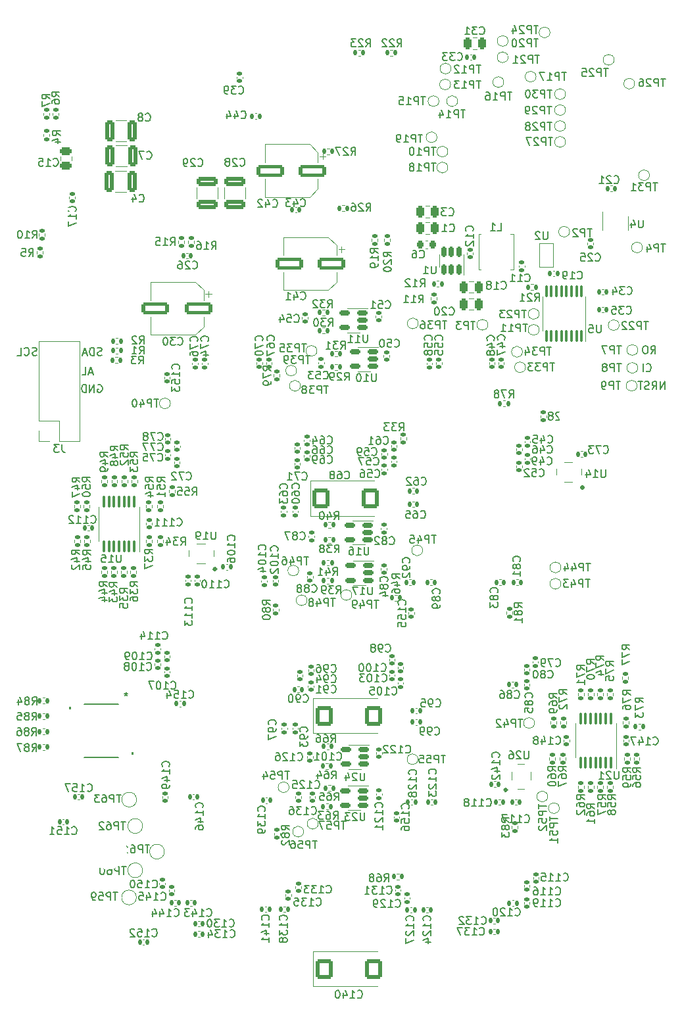
<source format=gbr>
%TF.GenerationSoftware,KiCad,Pcbnew,8.0.1*%
%TF.CreationDate,2024-08-15T20:06:23+08:00*%
%TF.ProjectId,bitaxeHex,62697461-7865-4486-9578-2e6b69636164,302*%
%TF.SameCoordinates,Original*%
%TF.FileFunction,Legend,Bot*%
%TF.FilePolarity,Positive*%
%FSLAX46Y46*%
G04 Gerber Fmt 4.6, Leading zero omitted, Abs format (unit mm)*
G04 Created by KiCad (PCBNEW 8.0.1) date 2024-08-15 20:06:23*
%MOMM*%
%LPD*%
G01*
G04 APERTURE LIST*
G04 Aperture macros list*
%AMRoundRect*
0 Rectangle with rounded corners*
0 $1 Rounding radius*
0 $2 $3 $4 $5 $6 $7 $8 $9 X,Y pos of 4 corners*
0 Add a 4 corners polygon primitive as box body*
4,1,4,$2,$3,$4,$5,$6,$7,$8,$9,$2,$3,0*
0 Add four circle primitives for the rounded corners*
1,1,$1+$1,$2,$3*
1,1,$1+$1,$4,$5*
1,1,$1+$1,$6,$7*
1,1,$1+$1,$8,$9*
0 Add four rect primitives between the rounded corners*
20,1,$1+$1,$2,$3,$4,$5,0*
20,1,$1+$1,$4,$5,$6,$7,0*
20,1,$1+$1,$6,$7,$8,$9,0*
20,1,$1+$1,$8,$9,$2,$3,0*%
G04 Aperture macros list end*
%ADD10C,0.150000*%
%ADD11C,0.120000*%
%ADD12C,0.152400*%
%ADD13C,0.000000*%
%ADD14C,0.100000*%
%ADD15C,0.313180*%
%ADD16C,0.990600*%
%ADD17C,0.800000*%
%ADD18C,6.000000*%
%ADD19C,2.520000*%
%ADD20C,1.295400*%
%ADD21C,1.574800*%
%ADD22C,5.000000*%
%ADD23R,1.700000X1.700000*%
%ADD24O,1.700000X1.700000*%
%ADD25C,0.400000*%
%ADD26C,0.650000*%
%ADD27O,1.000000X2.100000*%
%ADD28O,1.000000X1.800000*%
%ADD29RoundRect,0.140000X-0.170000X0.140000X-0.170000X-0.140000X0.170000X-0.140000X0.170000X0.140000X0*%
%ADD30C,1.000000*%
%ADD31RoundRect,0.140000X0.170000X-0.140000X0.170000X0.140000X-0.170000X0.140000X-0.170000X-0.140000X0*%
%ADD32RoundRect,0.140000X0.140000X0.170000X-0.140000X0.170000X-0.140000X-0.170000X0.140000X-0.170000X0*%
%ADD33RoundRect,0.135000X0.185000X-0.135000X0.185000X0.135000X-0.185000X0.135000X-0.185000X-0.135000X0*%
%ADD34RoundRect,0.250000X0.250000X0.475000X-0.250000X0.475000X-0.250000X-0.475000X0.250000X-0.475000X0*%
%ADD35RoundRect,0.250000X-0.875000X-1.025000X0.875000X-1.025000X0.875000X1.025000X-0.875000X1.025000X0*%
%ADD36RoundRect,0.150000X0.512500X0.150000X-0.512500X0.150000X-0.512500X-0.150000X0.512500X-0.150000X0*%
%ADD37RoundRect,0.135000X-0.135000X-0.185000X0.135000X-0.185000X0.135000X0.185000X-0.135000X0.185000X0*%
%ADD38RoundRect,0.250000X-0.475000X0.250000X-0.475000X-0.250000X0.475000X-0.250000X0.475000X0.250000X0*%
%ADD39R,0.650000X1.560000*%
%ADD40RoundRect,0.135000X-0.185000X0.135000X-0.185000X-0.135000X0.185000X-0.135000X0.185000X0.135000X0*%
%ADD41RoundRect,0.140000X-0.140000X-0.170000X0.140000X-0.170000X0.140000X0.170000X-0.140000X0.170000X0*%
%ADD42RoundRect,0.135000X0.135000X0.185000X-0.135000X0.185000X-0.135000X-0.185000X0.135000X-0.185000X0*%
%ADD43RoundRect,0.250000X1.100000X-0.325000X1.100000X0.325000X-1.100000X0.325000X-1.100000X-0.325000X0*%
%ADD44C,1.500000*%
%ADD45RoundRect,0.100000X0.100000X-0.637500X0.100000X0.637500X-0.100000X0.637500X-0.100000X-0.637500X0*%
%ADD46R,1.384300X0.355600*%
%ADD47RoundRect,0.250000X-0.325000X-1.100000X0.325000X-1.100000X0.325000X1.100000X-0.325000X1.100000X0*%
%ADD48C,2.000000*%
%ADD49R,0.952500X0.558800*%
%ADD50RoundRect,0.250000X1.500000X0.550000X-1.500000X0.550000X-1.500000X-0.550000X1.500000X-0.550000X0*%
%ADD51RoundRect,0.150000X0.150000X-0.512500X0.150000X0.512500X-0.150000X0.512500X-0.150000X-0.512500X0*%
%ADD52R,1.300000X1.100000*%
%ADD53RoundRect,0.250000X-0.250000X-0.475000X0.250000X-0.475000X0.250000X0.475000X-0.250000X0.475000X0*%
%ADD54R,1.100000X1.300000*%
%ADD55R,3.700000X1.680000*%
%ADD56RoundRect,0.225000X-0.225000X-0.250000X0.225000X-0.250000X0.225000X0.250000X-0.225000X0.250000X0*%
G04 APERTURE END LIST*
D10*
X60035839Y-91509104D02*
X59559649Y-91509104D01*
X60131077Y-91794819D02*
X59797744Y-90794819D01*
X59797744Y-90794819D02*
X59464411Y-91794819D01*
X58654887Y-91794819D02*
X59131077Y-91794819D01*
X59131077Y-91794819D02*
X59131077Y-90794819D01*
X131291792Y-91274580D02*
X131339411Y-91322200D01*
X131339411Y-91322200D02*
X131482268Y-91369819D01*
X131482268Y-91369819D02*
X131577506Y-91369819D01*
X131577506Y-91369819D02*
X131720363Y-91322200D01*
X131720363Y-91322200D02*
X131815601Y-91226961D01*
X131815601Y-91226961D02*
X131863220Y-91131723D01*
X131863220Y-91131723D02*
X131910839Y-90941247D01*
X131910839Y-90941247D02*
X131910839Y-90798390D01*
X131910839Y-90798390D02*
X131863220Y-90607914D01*
X131863220Y-90607914D02*
X131815601Y-90512676D01*
X131815601Y-90512676D02*
X131720363Y-90417438D01*
X131720363Y-90417438D02*
X131577506Y-90369819D01*
X131577506Y-90369819D02*
X131482268Y-90369819D01*
X131482268Y-90369819D02*
X131339411Y-90417438D01*
X131339411Y-90417438D02*
X131291792Y-90465057D01*
X130863220Y-91369819D02*
X130863220Y-90369819D01*
X133663220Y-93669819D02*
X133663220Y-92669819D01*
X133663220Y-92669819D02*
X133091792Y-93669819D01*
X133091792Y-93669819D02*
X133091792Y-92669819D01*
X132044173Y-93669819D02*
X132377506Y-93193628D01*
X132615601Y-93669819D02*
X132615601Y-92669819D01*
X132615601Y-92669819D02*
X132234649Y-92669819D01*
X132234649Y-92669819D02*
X132139411Y-92717438D01*
X132139411Y-92717438D02*
X132091792Y-92765057D01*
X132091792Y-92765057D02*
X132044173Y-92860295D01*
X132044173Y-92860295D02*
X132044173Y-93003152D01*
X132044173Y-93003152D02*
X132091792Y-93098390D01*
X132091792Y-93098390D02*
X132139411Y-93146009D01*
X132139411Y-93146009D02*
X132234649Y-93193628D01*
X132234649Y-93193628D02*
X132615601Y-93193628D01*
X131663220Y-93622200D02*
X131520363Y-93669819D01*
X131520363Y-93669819D02*
X131282268Y-93669819D01*
X131282268Y-93669819D02*
X131187030Y-93622200D01*
X131187030Y-93622200D02*
X131139411Y-93574580D01*
X131139411Y-93574580D02*
X131091792Y-93479342D01*
X131091792Y-93479342D02*
X131091792Y-93384104D01*
X131091792Y-93384104D02*
X131139411Y-93288866D01*
X131139411Y-93288866D02*
X131187030Y-93241247D01*
X131187030Y-93241247D02*
X131282268Y-93193628D01*
X131282268Y-93193628D02*
X131472744Y-93146009D01*
X131472744Y-93146009D02*
X131567982Y-93098390D01*
X131567982Y-93098390D02*
X131615601Y-93050771D01*
X131615601Y-93050771D02*
X131663220Y-92955533D01*
X131663220Y-92955533D02*
X131663220Y-92860295D01*
X131663220Y-92860295D02*
X131615601Y-92765057D01*
X131615601Y-92765057D02*
X131567982Y-92717438D01*
X131567982Y-92717438D02*
X131472744Y-92669819D01*
X131472744Y-92669819D02*
X131234649Y-92669819D01*
X131234649Y-92669819D02*
X131091792Y-92717438D01*
X130806077Y-92669819D02*
X130234649Y-92669819D01*
X130520363Y-93669819D02*
X130520363Y-92669819D01*
X61185839Y-89247200D02*
X61042982Y-89294819D01*
X61042982Y-89294819D02*
X60804887Y-89294819D01*
X60804887Y-89294819D02*
X60709649Y-89247200D01*
X60709649Y-89247200D02*
X60662030Y-89199580D01*
X60662030Y-89199580D02*
X60614411Y-89104342D01*
X60614411Y-89104342D02*
X60614411Y-89009104D01*
X60614411Y-89009104D02*
X60662030Y-88913866D01*
X60662030Y-88913866D02*
X60709649Y-88866247D01*
X60709649Y-88866247D02*
X60804887Y-88818628D01*
X60804887Y-88818628D02*
X60995363Y-88771009D01*
X60995363Y-88771009D02*
X61090601Y-88723390D01*
X61090601Y-88723390D02*
X61138220Y-88675771D01*
X61138220Y-88675771D02*
X61185839Y-88580533D01*
X61185839Y-88580533D02*
X61185839Y-88485295D01*
X61185839Y-88485295D02*
X61138220Y-88390057D01*
X61138220Y-88390057D02*
X61090601Y-88342438D01*
X61090601Y-88342438D02*
X60995363Y-88294819D01*
X60995363Y-88294819D02*
X60757268Y-88294819D01*
X60757268Y-88294819D02*
X60614411Y-88342438D01*
X60185839Y-89294819D02*
X60185839Y-88294819D01*
X60185839Y-88294819D02*
X59947744Y-88294819D01*
X59947744Y-88294819D02*
X59804887Y-88342438D01*
X59804887Y-88342438D02*
X59709649Y-88437676D01*
X59709649Y-88437676D02*
X59662030Y-88532914D01*
X59662030Y-88532914D02*
X59614411Y-88723390D01*
X59614411Y-88723390D02*
X59614411Y-88866247D01*
X59614411Y-88866247D02*
X59662030Y-89056723D01*
X59662030Y-89056723D02*
X59709649Y-89151961D01*
X59709649Y-89151961D02*
X59804887Y-89247200D01*
X59804887Y-89247200D02*
X59947744Y-89294819D01*
X59947744Y-89294819D02*
X60185839Y-89294819D01*
X59233458Y-89009104D02*
X58757268Y-89009104D01*
X59328696Y-89294819D02*
X58995363Y-88294819D01*
X58995363Y-88294819D02*
X58662030Y-89294819D01*
X131891792Y-89069819D02*
X132225125Y-88593628D01*
X132463220Y-89069819D02*
X132463220Y-88069819D01*
X132463220Y-88069819D02*
X132082268Y-88069819D01*
X132082268Y-88069819D02*
X131987030Y-88117438D01*
X131987030Y-88117438D02*
X131939411Y-88165057D01*
X131939411Y-88165057D02*
X131891792Y-88260295D01*
X131891792Y-88260295D02*
X131891792Y-88403152D01*
X131891792Y-88403152D02*
X131939411Y-88498390D01*
X131939411Y-88498390D02*
X131987030Y-88546009D01*
X131987030Y-88546009D02*
X132082268Y-88593628D01*
X132082268Y-88593628D02*
X132463220Y-88593628D01*
X131272744Y-88069819D02*
X131082268Y-88069819D01*
X131082268Y-88069819D02*
X130987030Y-88117438D01*
X130987030Y-88117438D02*
X130891792Y-88212676D01*
X130891792Y-88212676D02*
X130844173Y-88403152D01*
X130844173Y-88403152D02*
X130844173Y-88736485D01*
X130844173Y-88736485D02*
X130891792Y-88926961D01*
X130891792Y-88926961D02*
X130987030Y-89022200D01*
X130987030Y-89022200D02*
X131082268Y-89069819D01*
X131082268Y-89069819D02*
X131272744Y-89069819D01*
X131272744Y-89069819D02*
X131367982Y-89022200D01*
X131367982Y-89022200D02*
X131463220Y-88926961D01*
X131463220Y-88926961D02*
X131510839Y-88736485D01*
X131510839Y-88736485D02*
X131510839Y-88403152D01*
X131510839Y-88403152D02*
X131463220Y-88212676D01*
X131463220Y-88212676D02*
X131367982Y-88117438D01*
X131367982Y-88117438D02*
X131272744Y-88069819D01*
X60689411Y-93092438D02*
X60784649Y-93044819D01*
X60784649Y-93044819D02*
X60927506Y-93044819D01*
X60927506Y-93044819D02*
X61070363Y-93092438D01*
X61070363Y-93092438D02*
X61165601Y-93187676D01*
X61165601Y-93187676D02*
X61213220Y-93282914D01*
X61213220Y-93282914D02*
X61260839Y-93473390D01*
X61260839Y-93473390D02*
X61260839Y-93616247D01*
X61260839Y-93616247D02*
X61213220Y-93806723D01*
X61213220Y-93806723D02*
X61165601Y-93901961D01*
X61165601Y-93901961D02*
X61070363Y-93997200D01*
X61070363Y-93997200D02*
X60927506Y-94044819D01*
X60927506Y-94044819D02*
X60832268Y-94044819D01*
X60832268Y-94044819D02*
X60689411Y-93997200D01*
X60689411Y-93997200D02*
X60641792Y-93949580D01*
X60641792Y-93949580D02*
X60641792Y-93616247D01*
X60641792Y-93616247D02*
X60832268Y-93616247D01*
X60213220Y-94044819D02*
X60213220Y-93044819D01*
X60213220Y-93044819D02*
X59641792Y-94044819D01*
X59641792Y-94044819D02*
X59641792Y-93044819D01*
X59165601Y-94044819D02*
X59165601Y-93044819D01*
X59165601Y-93044819D02*
X58927506Y-93044819D01*
X58927506Y-93044819D02*
X58784649Y-93092438D01*
X58784649Y-93092438D02*
X58689411Y-93187676D01*
X58689411Y-93187676D02*
X58641792Y-93282914D01*
X58641792Y-93282914D02*
X58594173Y-93473390D01*
X58594173Y-93473390D02*
X58594173Y-93616247D01*
X58594173Y-93616247D02*
X58641792Y-93806723D01*
X58641792Y-93806723D02*
X58689411Y-93901961D01*
X58689411Y-93901961D02*
X58784649Y-93997200D01*
X58784649Y-93997200D02*
X58927506Y-94044819D01*
X58927506Y-94044819D02*
X59165601Y-94044819D01*
X52810839Y-89247200D02*
X52667982Y-89294819D01*
X52667982Y-89294819D02*
X52429887Y-89294819D01*
X52429887Y-89294819D02*
X52334649Y-89247200D01*
X52334649Y-89247200D02*
X52287030Y-89199580D01*
X52287030Y-89199580D02*
X52239411Y-89104342D01*
X52239411Y-89104342D02*
X52239411Y-89009104D01*
X52239411Y-89009104D02*
X52287030Y-88913866D01*
X52287030Y-88913866D02*
X52334649Y-88866247D01*
X52334649Y-88866247D02*
X52429887Y-88818628D01*
X52429887Y-88818628D02*
X52620363Y-88771009D01*
X52620363Y-88771009D02*
X52715601Y-88723390D01*
X52715601Y-88723390D02*
X52763220Y-88675771D01*
X52763220Y-88675771D02*
X52810839Y-88580533D01*
X52810839Y-88580533D02*
X52810839Y-88485295D01*
X52810839Y-88485295D02*
X52763220Y-88390057D01*
X52763220Y-88390057D02*
X52715601Y-88342438D01*
X52715601Y-88342438D02*
X52620363Y-88294819D01*
X52620363Y-88294819D02*
X52382268Y-88294819D01*
X52382268Y-88294819D02*
X52239411Y-88342438D01*
X51239411Y-89199580D02*
X51287030Y-89247200D01*
X51287030Y-89247200D02*
X51429887Y-89294819D01*
X51429887Y-89294819D02*
X51525125Y-89294819D01*
X51525125Y-89294819D02*
X51667982Y-89247200D01*
X51667982Y-89247200D02*
X51763220Y-89151961D01*
X51763220Y-89151961D02*
X51810839Y-89056723D01*
X51810839Y-89056723D02*
X51858458Y-88866247D01*
X51858458Y-88866247D02*
X51858458Y-88723390D01*
X51858458Y-88723390D02*
X51810839Y-88532914D01*
X51810839Y-88532914D02*
X51763220Y-88437676D01*
X51763220Y-88437676D02*
X51667982Y-88342438D01*
X51667982Y-88342438D02*
X51525125Y-88294819D01*
X51525125Y-88294819D02*
X51429887Y-88294819D01*
X51429887Y-88294819D02*
X51287030Y-88342438D01*
X51287030Y-88342438D02*
X51239411Y-88390057D01*
X50334649Y-89294819D02*
X50810839Y-89294819D01*
X50810839Y-89294819D02*
X50810839Y-88294819D01*
X108934580Y-73257142D02*
X108982200Y-73209523D01*
X108982200Y-73209523D02*
X109029819Y-73066666D01*
X109029819Y-73066666D02*
X109029819Y-72971428D01*
X109029819Y-72971428D02*
X108982200Y-72828571D01*
X108982200Y-72828571D02*
X108886961Y-72733333D01*
X108886961Y-72733333D02*
X108791723Y-72685714D01*
X108791723Y-72685714D02*
X108601247Y-72638095D01*
X108601247Y-72638095D02*
X108458390Y-72638095D01*
X108458390Y-72638095D02*
X108267914Y-72685714D01*
X108267914Y-72685714D02*
X108172676Y-72733333D01*
X108172676Y-72733333D02*
X108077438Y-72828571D01*
X108077438Y-72828571D02*
X108029819Y-72971428D01*
X108029819Y-72971428D02*
X108029819Y-73066666D01*
X108029819Y-73066666D02*
X108077438Y-73209523D01*
X108077438Y-73209523D02*
X108125057Y-73257142D01*
X109029819Y-74209523D02*
X109029819Y-73638095D01*
X109029819Y-73923809D02*
X108029819Y-73923809D01*
X108029819Y-73923809D02*
X108172676Y-73828571D01*
X108172676Y-73828571D02*
X108267914Y-73733333D01*
X108267914Y-73733333D02*
X108315533Y-73638095D01*
X108125057Y-74590476D02*
X108077438Y-74638095D01*
X108077438Y-74638095D02*
X108029819Y-74733333D01*
X108029819Y-74733333D02*
X108029819Y-74971428D01*
X108029819Y-74971428D02*
X108077438Y-75066666D01*
X108077438Y-75066666D02*
X108125057Y-75114285D01*
X108125057Y-75114285D02*
X108220295Y-75161904D01*
X108220295Y-75161904D02*
X108315533Y-75161904D01*
X108315533Y-75161904D02*
X108458390Y-75114285D01*
X108458390Y-75114285D02*
X109029819Y-74542857D01*
X109029819Y-74542857D02*
X109029819Y-75161904D01*
X68513094Y-94929819D02*
X67941666Y-94929819D01*
X68227380Y-95929819D02*
X68227380Y-94929819D01*
X67608332Y-95929819D02*
X67608332Y-94929819D01*
X67608332Y-94929819D02*
X67227380Y-94929819D01*
X67227380Y-94929819D02*
X67132142Y-94977438D01*
X67132142Y-94977438D02*
X67084523Y-95025057D01*
X67084523Y-95025057D02*
X67036904Y-95120295D01*
X67036904Y-95120295D02*
X67036904Y-95263152D01*
X67036904Y-95263152D02*
X67084523Y-95358390D01*
X67084523Y-95358390D02*
X67132142Y-95406009D01*
X67132142Y-95406009D02*
X67227380Y-95453628D01*
X67227380Y-95453628D02*
X67608332Y-95453628D01*
X66179761Y-95263152D02*
X66179761Y-95929819D01*
X66417856Y-94882200D02*
X66655951Y-95596485D01*
X66655951Y-95596485D02*
X66036904Y-95596485D01*
X65465475Y-94929819D02*
X65370237Y-94929819D01*
X65370237Y-94929819D02*
X65274999Y-94977438D01*
X65274999Y-94977438D02*
X65227380Y-95025057D01*
X65227380Y-95025057D02*
X65179761Y-95120295D01*
X65179761Y-95120295D02*
X65132142Y-95310771D01*
X65132142Y-95310771D02*
X65132142Y-95548866D01*
X65132142Y-95548866D02*
X65179761Y-95739342D01*
X65179761Y-95739342D02*
X65227380Y-95834580D01*
X65227380Y-95834580D02*
X65274999Y-95882200D01*
X65274999Y-95882200D02*
X65370237Y-95929819D01*
X65370237Y-95929819D02*
X65465475Y-95929819D01*
X65465475Y-95929819D02*
X65560713Y-95882200D01*
X65560713Y-95882200D02*
X65608332Y-95834580D01*
X65608332Y-95834580D02*
X65655951Y-95739342D01*
X65655951Y-95739342D02*
X65703570Y-95548866D01*
X65703570Y-95548866D02*
X65703570Y-95310771D01*
X65703570Y-95310771D02*
X65655951Y-95120295D01*
X65655951Y-95120295D02*
X65608332Y-95025057D01*
X65608332Y-95025057D02*
X65560713Y-94977438D01*
X65560713Y-94977438D02*
X65465475Y-94929819D01*
X96217857Y-103329580D02*
X96265476Y-103377200D01*
X96265476Y-103377200D02*
X96408333Y-103424819D01*
X96408333Y-103424819D02*
X96503571Y-103424819D01*
X96503571Y-103424819D02*
X96646428Y-103377200D01*
X96646428Y-103377200D02*
X96741666Y-103281961D01*
X96741666Y-103281961D02*
X96789285Y-103186723D01*
X96789285Y-103186723D02*
X96836904Y-102996247D01*
X96836904Y-102996247D02*
X96836904Y-102853390D01*
X96836904Y-102853390D02*
X96789285Y-102662914D01*
X96789285Y-102662914D02*
X96741666Y-102567676D01*
X96741666Y-102567676D02*
X96646428Y-102472438D01*
X96646428Y-102472438D02*
X96503571Y-102424819D01*
X96503571Y-102424819D02*
X96408333Y-102424819D01*
X96408333Y-102424819D02*
X96265476Y-102472438D01*
X96265476Y-102472438D02*
X96217857Y-102520057D01*
X95313095Y-102424819D02*
X95789285Y-102424819D01*
X95789285Y-102424819D02*
X95836904Y-102901009D01*
X95836904Y-102901009D02*
X95789285Y-102853390D01*
X95789285Y-102853390D02*
X95694047Y-102805771D01*
X95694047Y-102805771D02*
X95455952Y-102805771D01*
X95455952Y-102805771D02*
X95360714Y-102853390D01*
X95360714Y-102853390D02*
X95313095Y-102901009D01*
X95313095Y-102901009D02*
X95265476Y-102996247D01*
X95265476Y-102996247D02*
X95265476Y-103234342D01*
X95265476Y-103234342D02*
X95313095Y-103329580D01*
X95313095Y-103329580D02*
X95360714Y-103377200D01*
X95360714Y-103377200D02*
X95455952Y-103424819D01*
X95455952Y-103424819D02*
X95694047Y-103424819D01*
X95694047Y-103424819D02*
X95789285Y-103377200D01*
X95789285Y-103377200D02*
X95836904Y-103329580D01*
X94932142Y-102424819D02*
X94265476Y-102424819D01*
X94265476Y-102424819D02*
X94694047Y-103424819D01*
X98880357Y-88134580D02*
X98927976Y-88182200D01*
X98927976Y-88182200D02*
X99070833Y-88229819D01*
X99070833Y-88229819D02*
X99166071Y-88229819D01*
X99166071Y-88229819D02*
X99308928Y-88182200D01*
X99308928Y-88182200D02*
X99404166Y-88086961D01*
X99404166Y-88086961D02*
X99451785Y-87991723D01*
X99451785Y-87991723D02*
X99499404Y-87801247D01*
X99499404Y-87801247D02*
X99499404Y-87658390D01*
X99499404Y-87658390D02*
X99451785Y-87467914D01*
X99451785Y-87467914D02*
X99404166Y-87372676D01*
X99404166Y-87372676D02*
X99308928Y-87277438D01*
X99308928Y-87277438D02*
X99166071Y-87229819D01*
X99166071Y-87229819D02*
X99070833Y-87229819D01*
X99070833Y-87229819D02*
X98927976Y-87277438D01*
X98927976Y-87277438D02*
X98880357Y-87325057D01*
X97975595Y-87229819D02*
X98451785Y-87229819D01*
X98451785Y-87229819D02*
X98499404Y-87706009D01*
X98499404Y-87706009D02*
X98451785Y-87658390D01*
X98451785Y-87658390D02*
X98356547Y-87610771D01*
X98356547Y-87610771D02*
X98118452Y-87610771D01*
X98118452Y-87610771D02*
X98023214Y-87658390D01*
X98023214Y-87658390D02*
X97975595Y-87706009D01*
X97975595Y-87706009D02*
X97927976Y-87801247D01*
X97927976Y-87801247D02*
X97927976Y-88039342D01*
X97927976Y-88039342D02*
X97975595Y-88134580D01*
X97975595Y-88134580D02*
X98023214Y-88182200D01*
X98023214Y-88182200D02*
X98118452Y-88229819D01*
X98118452Y-88229819D02*
X98356547Y-88229819D01*
X98356547Y-88229819D02*
X98451785Y-88182200D01*
X98451785Y-88182200D02*
X98499404Y-88134580D01*
X97308928Y-87229819D02*
X97213690Y-87229819D01*
X97213690Y-87229819D02*
X97118452Y-87277438D01*
X97118452Y-87277438D02*
X97070833Y-87325057D01*
X97070833Y-87325057D02*
X97023214Y-87420295D01*
X97023214Y-87420295D02*
X96975595Y-87610771D01*
X96975595Y-87610771D02*
X96975595Y-87848866D01*
X96975595Y-87848866D02*
X97023214Y-88039342D01*
X97023214Y-88039342D02*
X97070833Y-88134580D01*
X97070833Y-88134580D02*
X97118452Y-88182200D01*
X97118452Y-88182200D02*
X97213690Y-88229819D01*
X97213690Y-88229819D02*
X97308928Y-88229819D01*
X97308928Y-88229819D02*
X97404166Y-88182200D01*
X97404166Y-88182200D02*
X97451785Y-88134580D01*
X97451785Y-88134580D02*
X97499404Y-88039342D01*
X97499404Y-88039342D02*
X97547023Y-87848866D01*
X97547023Y-87848866D02*
X97547023Y-87610771D01*
X97547023Y-87610771D02*
X97499404Y-87420295D01*
X97499404Y-87420295D02*
X97451785Y-87325057D01*
X97451785Y-87325057D02*
X97404166Y-87277438D01*
X97404166Y-87277438D02*
X97308928Y-87229819D01*
X109988094Y-51904819D02*
X109416666Y-51904819D01*
X109702380Y-52904819D02*
X109702380Y-51904819D01*
X109083332Y-52904819D02*
X109083332Y-51904819D01*
X109083332Y-51904819D02*
X108702380Y-51904819D01*
X108702380Y-51904819D02*
X108607142Y-51952438D01*
X108607142Y-51952438D02*
X108559523Y-52000057D01*
X108559523Y-52000057D02*
X108511904Y-52095295D01*
X108511904Y-52095295D02*
X108511904Y-52238152D01*
X108511904Y-52238152D02*
X108559523Y-52333390D01*
X108559523Y-52333390D02*
X108607142Y-52381009D01*
X108607142Y-52381009D02*
X108702380Y-52428628D01*
X108702380Y-52428628D02*
X109083332Y-52428628D01*
X107559523Y-52904819D02*
X108130951Y-52904819D01*
X107845237Y-52904819D02*
X107845237Y-51904819D01*
X107845237Y-51904819D02*
X107940475Y-52047676D01*
X107940475Y-52047676D02*
X108035713Y-52142914D01*
X108035713Y-52142914D02*
X108130951Y-52190533D01*
X107178570Y-52000057D02*
X107130951Y-51952438D01*
X107130951Y-51952438D02*
X107035713Y-51904819D01*
X107035713Y-51904819D02*
X106797618Y-51904819D01*
X106797618Y-51904819D02*
X106702380Y-51952438D01*
X106702380Y-51952438D02*
X106654761Y-52000057D01*
X106654761Y-52000057D02*
X106607142Y-52095295D01*
X106607142Y-52095295D02*
X106607142Y-52190533D01*
X106607142Y-52190533D02*
X106654761Y-52333390D01*
X106654761Y-52333390D02*
X107226189Y-52904819D01*
X107226189Y-52904819D02*
X106607142Y-52904819D01*
X100249580Y-121380952D02*
X100297200Y-121333333D01*
X100297200Y-121333333D02*
X100344819Y-121190476D01*
X100344819Y-121190476D02*
X100344819Y-121095238D01*
X100344819Y-121095238D02*
X100297200Y-120952381D01*
X100297200Y-120952381D02*
X100201961Y-120857143D01*
X100201961Y-120857143D02*
X100106723Y-120809524D01*
X100106723Y-120809524D02*
X99916247Y-120761905D01*
X99916247Y-120761905D02*
X99773390Y-120761905D01*
X99773390Y-120761905D02*
X99582914Y-120809524D01*
X99582914Y-120809524D02*
X99487676Y-120857143D01*
X99487676Y-120857143D02*
X99392438Y-120952381D01*
X99392438Y-120952381D02*
X99344819Y-121095238D01*
X99344819Y-121095238D02*
X99344819Y-121190476D01*
X99344819Y-121190476D02*
X99392438Y-121333333D01*
X99392438Y-121333333D02*
X99440057Y-121380952D01*
X100344819Y-122333333D02*
X100344819Y-121761905D01*
X100344819Y-122047619D02*
X99344819Y-122047619D01*
X99344819Y-122047619D02*
X99487676Y-121952381D01*
X99487676Y-121952381D02*
X99582914Y-121857143D01*
X99582914Y-121857143D02*
X99630533Y-121761905D01*
X99344819Y-123238095D02*
X99344819Y-122761905D01*
X99344819Y-122761905D02*
X99821009Y-122714286D01*
X99821009Y-122714286D02*
X99773390Y-122761905D01*
X99773390Y-122761905D02*
X99725771Y-122857143D01*
X99725771Y-122857143D02*
X99725771Y-123095238D01*
X99725771Y-123095238D02*
X99773390Y-123190476D01*
X99773390Y-123190476D02*
X99821009Y-123238095D01*
X99821009Y-123238095D02*
X99916247Y-123285714D01*
X99916247Y-123285714D02*
X100154342Y-123285714D01*
X100154342Y-123285714D02*
X100249580Y-123238095D01*
X100249580Y-123238095D02*
X100297200Y-123190476D01*
X100297200Y-123190476D02*
X100344819Y-123095238D01*
X100344819Y-123095238D02*
X100344819Y-122857143D01*
X100344819Y-122857143D02*
X100297200Y-122761905D01*
X100297200Y-122761905D02*
X100249580Y-122714286D01*
X99344819Y-124190476D02*
X99344819Y-123714286D01*
X99344819Y-123714286D02*
X99821009Y-123666667D01*
X99821009Y-123666667D02*
X99773390Y-123714286D01*
X99773390Y-123714286D02*
X99725771Y-123809524D01*
X99725771Y-123809524D02*
X99725771Y-124047619D01*
X99725771Y-124047619D02*
X99773390Y-124142857D01*
X99773390Y-124142857D02*
X99821009Y-124190476D01*
X99821009Y-124190476D02*
X99916247Y-124238095D01*
X99916247Y-124238095D02*
X100154342Y-124238095D01*
X100154342Y-124238095D02*
X100249580Y-124190476D01*
X100249580Y-124190476D02*
X100297200Y-124142857D01*
X100297200Y-124142857D02*
X100344819Y-124047619D01*
X100344819Y-124047619D02*
X100344819Y-123809524D01*
X100344819Y-123809524D02*
X100297200Y-123714286D01*
X100297200Y-123714286D02*
X100249580Y-123666667D01*
X72759580Y-121180952D02*
X72807200Y-121133333D01*
X72807200Y-121133333D02*
X72854819Y-120990476D01*
X72854819Y-120990476D02*
X72854819Y-120895238D01*
X72854819Y-120895238D02*
X72807200Y-120752381D01*
X72807200Y-120752381D02*
X72711961Y-120657143D01*
X72711961Y-120657143D02*
X72616723Y-120609524D01*
X72616723Y-120609524D02*
X72426247Y-120561905D01*
X72426247Y-120561905D02*
X72283390Y-120561905D01*
X72283390Y-120561905D02*
X72092914Y-120609524D01*
X72092914Y-120609524D02*
X71997676Y-120657143D01*
X71997676Y-120657143D02*
X71902438Y-120752381D01*
X71902438Y-120752381D02*
X71854819Y-120895238D01*
X71854819Y-120895238D02*
X71854819Y-120990476D01*
X71854819Y-120990476D02*
X71902438Y-121133333D01*
X71902438Y-121133333D02*
X71950057Y-121180952D01*
X72854819Y-122133333D02*
X72854819Y-121561905D01*
X72854819Y-121847619D02*
X71854819Y-121847619D01*
X71854819Y-121847619D02*
X71997676Y-121752381D01*
X71997676Y-121752381D02*
X72092914Y-121657143D01*
X72092914Y-121657143D02*
X72140533Y-121561905D01*
X72854819Y-123085714D02*
X72854819Y-122514286D01*
X72854819Y-122800000D02*
X71854819Y-122800000D01*
X71854819Y-122800000D02*
X71997676Y-122704762D01*
X71997676Y-122704762D02*
X72092914Y-122609524D01*
X72092914Y-122609524D02*
X72140533Y-122514286D01*
X71854819Y-123419048D02*
X71854819Y-124038095D01*
X71854819Y-124038095D02*
X72235771Y-123704762D01*
X72235771Y-123704762D02*
X72235771Y-123847619D01*
X72235771Y-123847619D02*
X72283390Y-123942857D01*
X72283390Y-123942857D02*
X72331009Y-123990476D01*
X72331009Y-123990476D02*
X72426247Y-124038095D01*
X72426247Y-124038095D02*
X72664342Y-124038095D01*
X72664342Y-124038095D02*
X72759580Y-123990476D01*
X72759580Y-123990476D02*
X72807200Y-123942857D01*
X72807200Y-123942857D02*
X72854819Y-123847619D01*
X72854819Y-123847619D02*
X72854819Y-123561905D01*
X72854819Y-123561905D02*
X72807200Y-123466667D01*
X72807200Y-123466667D02*
X72759580Y-123419048D01*
X79142857Y-58709580D02*
X79190476Y-58757200D01*
X79190476Y-58757200D02*
X79333333Y-58804819D01*
X79333333Y-58804819D02*
X79428571Y-58804819D01*
X79428571Y-58804819D02*
X79571428Y-58757200D01*
X79571428Y-58757200D02*
X79666666Y-58661961D01*
X79666666Y-58661961D02*
X79714285Y-58566723D01*
X79714285Y-58566723D02*
X79761904Y-58376247D01*
X79761904Y-58376247D02*
X79761904Y-58233390D01*
X79761904Y-58233390D02*
X79714285Y-58042914D01*
X79714285Y-58042914D02*
X79666666Y-57947676D01*
X79666666Y-57947676D02*
X79571428Y-57852438D01*
X79571428Y-57852438D02*
X79428571Y-57804819D01*
X79428571Y-57804819D02*
X79333333Y-57804819D01*
X79333333Y-57804819D02*
X79190476Y-57852438D01*
X79190476Y-57852438D02*
X79142857Y-57900057D01*
X78285714Y-58138152D02*
X78285714Y-58804819D01*
X78523809Y-57757200D02*
X78761904Y-58471485D01*
X78761904Y-58471485D02*
X78142857Y-58471485D01*
X77333333Y-58138152D02*
X77333333Y-58804819D01*
X77571428Y-57757200D02*
X77809523Y-58471485D01*
X77809523Y-58471485D02*
X77190476Y-58471485D01*
X70109047Y-132179580D02*
X70156666Y-132227200D01*
X70156666Y-132227200D02*
X70299523Y-132274819D01*
X70299523Y-132274819D02*
X70394761Y-132274819D01*
X70394761Y-132274819D02*
X70537618Y-132227200D01*
X70537618Y-132227200D02*
X70632856Y-132131961D01*
X70632856Y-132131961D02*
X70680475Y-132036723D01*
X70680475Y-132036723D02*
X70728094Y-131846247D01*
X70728094Y-131846247D02*
X70728094Y-131703390D01*
X70728094Y-131703390D02*
X70680475Y-131512914D01*
X70680475Y-131512914D02*
X70632856Y-131417676D01*
X70632856Y-131417676D02*
X70537618Y-131322438D01*
X70537618Y-131322438D02*
X70394761Y-131274819D01*
X70394761Y-131274819D02*
X70299523Y-131274819D01*
X70299523Y-131274819D02*
X70156666Y-131322438D01*
X70156666Y-131322438D02*
X70109047Y-131370057D01*
X69156666Y-132274819D02*
X69728094Y-132274819D01*
X69442380Y-132274819D02*
X69442380Y-131274819D01*
X69442380Y-131274819D02*
X69537618Y-131417676D01*
X69537618Y-131417676D02*
X69632856Y-131512914D01*
X69632856Y-131512914D02*
X69728094Y-131560533D01*
X68537618Y-131274819D02*
X68442380Y-131274819D01*
X68442380Y-131274819D02*
X68347142Y-131322438D01*
X68347142Y-131322438D02*
X68299523Y-131370057D01*
X68299523Y-131370057D02*
X68251904Y-131465295D01*
X68251904Y-131465295D02*
X68204285Y-131655771D01*
X68204285Y-131655771D02*
X68204285Y-131893866D01*
X68204285Y-131893866D02*
X68251904Y-132084342D01*
X68251904Y-132084342D02*
X68299523Y-132179580D01*
X68299523Y-132179580D02*
X68347142Y-132227200D01*
X68347142Y-132227200D02*
X68442380Y-132274819D01*
X68442380Y-132274819D02*
X68537618Y-132274819D01*
X68537618Y-132274819D02*
X68632856Y-132227200D01*
X68632856Y-132227200D02*
X68680475Y-132179580D01*
X68680475Y-132179580D02*
X68728094Y-132084342D01*
X68728094Y-132084342D02*
X68775713Y-131893866D01*
X68775713Y-131893866D02*
X68775713Y-131655771D01*
X68775713Y-131655771D02*
X68728094Y-131465295D01*
X68728094Y-131465295D02*
X68680475Y-131370057D01*
X68680475Y-131370057D02*
X68632856Y-131322438D01*
X68632856Y-131322438D02*
X68537618Y-131274819D01*
X67870951Y-131274819D02*
X67204285Y-131274819D01*
X67204285Y-131274819D02*
X67632856Y-132274819D01*
X118854819Y-148655905D02*
X118854819Y-149227333D01*
X119854819Y-148941619D02*
X118854819Y-148941619D01*
X119854819Y-149560667D02*
X118854819Y-149560667D01*
X118854819Y-149560667D02*
X118854819Y-149941619D01*
X118854819Y-149941619D02*
X118902438Y-150036857D01*
X118902438Y-150036857D02*
X118950057Y-150084476D01*
X118950057Y-150084476D02*
X119045295Y-150132095D01*
X119045295Y-150132095D02*
X119188152Y-150132095D01*
X119188152Y-150132095D02*
X119283390Y-150084476D01*
X119283390Y-150084476D02*
X119331009Y-150036857D01*
X119331009Y-150036857D02*
X119378628Y-149941619D01*
X119378628Y-149941619D02*
X119378628Y-149560667D01*
X118854819Y-151036857D02*
X118854819Y-150560667D01*
X118854819Y-150560667D02*
X119331009Y-150513048D01*
X119331009Y-150513048D02*
X119283390Y-150560667D01*
X119283390Y-150560667D02*
X119235771Y-150655905D01*
X119235771Y-150655905D02*
X119235771Y-150894000D01*
X119235771Y-150894000D02*
X119283390Y-150989238D01*
X119283390Y-150989238D02*
X119331009Y-151036857D01*
X119331009Y-151036857D02*
X119426247Y-151084476D01*
X119426247Y-151084476D02*
X119664342Y-151084476D01*
X119664342Y-151084476D02*
X119759580Y-151036857D01*
X119759580Y-151036857D02*
X119807200Y-150989238D01*
X119807200Y-150989238D02*
X119854819Y-150894000D01*
X119854819Y-150894000D02*
X119854819Y-150655905D01*
X119854819Y-150655905D02*
X119807200Y-150560667D01*
X119807200Y-150560667D02*
X119759580Y-150513048D01*
X119854819Y-152036857D02*
X119854819Y-151465429D01*
X119854819Y-151751143D02*
X118854819Y-151751143D01*
X118854819Y-151751143D02*
X118997676Y-151655905D01*
X118997676Y-151655905D02*
X119092914Y-151560667D01*
X119092914Y-151560667D02*
X119140533Y-151465429D01*
X98454819Y-76582142D02*
X97978628Y-76248809D01*
X98454819Y-76010714D02*
X97454819Y-76010714D01*
X97454819Y-76010714D02*
X97454819Y-76391666D01*
X97454819Y-76391666D02*
X97502438Y-76486904D01*
X97502438Y-76486904D02*
X97550057Y-76534523D01*
X97550057Y-76534523D02*
X97645295Y-76582142D01*
X97645295Y-76582142D02*
X97788152Y-76582142D01*
X97788152Y-76582142D02*
X97883390Y-76534523D01*
X97883390Y-76534523D02*
X97931009Y-76486904D01*
X97931009Y-76486904D02*
X97978628Y-76391666D01*
X97978628Y-76391666D02*
X97978628Y-76010714D01*
X97550057Y-76963095D02*
X97502438Y-77010714D01*
X97502438Y-77010714D02*
X97454819Y-77105952D01*
X97454819Y-77105952D02*
X97454819Y-77344047D01*
X97454819Y-77344047D02*
X97502438Y-77439285D01*
X97502438Y-77439285D02*
X97550057Y-77486904D01*
X97550057Y-77486904D02*
X97645295Y-77534523D01*
X97645295Y-77534523D02*
X97740533Y-77534523D01*
X97740533Y-77534523D02*
X97883390Y-77486904D01*
X97883390Y-77486904D02*
X98454819Y-76915476D01*
X98454819Y-76915476D02*
X98454819Y-77534523D01*
X97454819Y-78153571D02*
X97454819Y-78248809D01*
X97454819Y-78248809D02*
X97502438Y-78344047D01*
X97502438Y-78344047D02*
X97550057Y-78391666D01*
X97550057Y-78391666D02*
X97645295Y-78439285D01*
X97645295Y-78439285D02*
X97835771Y-78486904D01*
X97835771Y-78486904D02*
X98073866Y-78486904D01*
X98073866Y-78486904D02*
X98264342Y-78439285D01*
X98264342Y-78439285D02*
X98359580Y-78391666D01*
X98359580Y-78391666D02*
X98407200Y-78344047D01*
X98407200Y-78344047D02*
X98454819Y-78248809D01*
X98454819Y-78248809D02*
X98454819Y-78153571D01*
X98454819Y-78153571D02*
X98407200Y-78058333D01*
X98407200Y-78058333D02*
X98359580Y-78010714D01*
X98359580Y-78010714D02*
X98264342Y-77963095D01*
X98264342Y-77963095D02*
X98073866Y-77915476D01*
X98073866Y-77915476D02*
X97835771Y-77915476D01*
X97835771Y-77915476D02*
X97645295Y-77963095D01*
X97645295Y-77963095D02*
X97550057Y-78010714D01*
X97550057Y-78010714D02*
X97502438Y-78058333D01*
X97502438Y-78058333D02*
X97454819Y-78153571D01*
X112642857Y-80659580D02*
X112690476Y-80707200D01*
X112690476Y-80707200D02*
X112833333Y-80754819D01*
X112833333Y-80754819D02*
X112928571Y-80754819D01*
X112928571Y-80754819D02*
X113071428Y-80707200D01*
X113071428Y-80707200D02*
X113166666Y-80611961D01*
X113166666Y-80611961D02*
X113214285Y-80516723D01*
X113214285Y-80516723D02*
X113261904Y-80326247D01*
X113261904Y-80326247D02*
X113261904Y-80183390D01*
X113261904Y-80183390D02*
X113214285Y-79992914D01*
X113214285Y-79992914D02*
X113166666Y-79897676D01*
X113166666Y-79897676D02*
X113071428Y-79802438D01*
X113071428Y-79802438D02*
X112928571Y-79754819D01*
X112928571Y-79754819D02*
X112833333Y-79754819D01*
X112833333Y-79754819D02*
X112690476Y-79802438D01*
X112690476Y-79802438D02*
X112642857Y-79850057D01*
X111690476Y-80754819D02*
X112261904Y-80754819D01*
X111976190Y-80754819D02*
X111976190Y-79754819D01*
X111976190Y-79754819D02*
X112071428Y-79897676D01*
X112071428Y-79897676D02*
X112166666Y-79992914D01*
X112166666Y-79992914D02*
X112261904Y-80040533D01*
X111119047Y-80183390D02*
X111214285Y-80135771D01*
X111214285Y-80135771D02*
X111261904Y-80088152D01*
X111261904Y-80088152D02*
X111309523Y-79992914D01*
X111309523Y-79992914D02*
X111309523Y-79945295D01*
X111309523Y-79945295D02*
X111261904Y-79850057D01*
X111261904Y-79850057D02*
X111214285Y-79802438D01*
X111214285Y-79802438D02*
X111119047Y-79754819D01*
X111119047Y-79754819D02*
X110928571Y-79754819D01*
X110928571Y-79754819D02*
X110833333Y-79802438D01*
X110833333Y-79802438D02*
X110785714Y-79850057D01*
X110785714Y-79850057D02*
X110738095Y-79945295D01*
X110738095Y-79945295D02*
X110738095Y-79992914D01*
X110738095Y-79992914D02*
X110785714Y-80088152D01*
X110785714Y-80088152D02*
X110833333Y-80135771D01*
X110833333Y-80135771D02*
X110928571Y-80183390D01*
X110928571Y-80183390D02*
X111119047Y-80183390D01*
X111119047Y-80183390D02*
X111214285Y-80231009D01*
X111214285Y-80231009D02*
X111261904Y-80278628D01*
X111261904Y-80278628D02*
X111309523Y-80373866D01*
X111309523Y-80373866D02*
X111309523Y-80564342D01*
X111309523Y-80564342D02*
X111261904Y-80659580D01*
X111261904Y-80659580D02*
X111214285Y-80707200D01*
X111214285Y-80707200D02*
X111119047Y-80754819D01*
X111119047Y-80754819D02*
X110928571Y-80754819D01*
X110928571Y-80754819D02*
X110833333Y-80707200D01*
X110833333Y-80707200D02*
X110785714Y-80659580D01*
X110785714Y-80659580D02*
X110738095Y-80564342D01*
X110738095Y-80564342D02*
X110738095Y-80373866D01*
X110738095Y-80373866D02*
X110785714Y-80278628D01*
X110785714Y-80278628D02*
X110833333Y-80231009D01*
X110833333Y-80231009D02*
X110928571Y-80183390D01*
X58379819Y-105607142D02*
X57903628Y-105273809D01*
X58379819Y-105035714D02*
X57379819Y-105035714D01*
X57379819Y-105035714D02*
X57379819Y-105416666D01*
X57379819Y-105416666D02*
X57427438Y-105511904D01*
X57427438Y-105511904D02*
X57475057Y-105559523D01*
X57475057Y-105559523D02*
X57570295Y-105607142D01*
X57570295Y-105607142D02*
X57713152Y-105607142D01*
X57713152Y-105607142D02*
X57808390Y-105559523D01*
X57808390Y-105559523D02*
X57856009Y-105511904D01*
X57856009Y-105511904D02*
X57903628Y-105416666D01*
X57903628Y-105416666D02*
X57903628Y-105035714D01*
X57713152Y-106464285D02*
X58379819Y-106464285D01*
X57332200Y-106226190D02*
X58046485Y-105988095D01*
X58046485Y-105988095D02*
X58046485Y-106607142D01*
X57379819Y-106892857D02*
X57379819Y-107559523D01*
X57379819Y-107559523D02*
X58379819Y-107130952D01*
X94119047Y-171959580D02*
X94166666Y-172007200D01*
X94166666Y-172007200D02*
X94309523Y-172054819D01*
X94309523Y-172054819D02*
X94404761Y-172054819D01*
X94404761Y-172054819D02*
X94547618Y-172007200D01*
X94547618Y-172007200D02*
X94642856Y-171911961D01*
X94642856Y-171911961D02*
X94690475Y-171816723D01*
X94690475Y-171816723D02*
X94738094Y-171626247D01*
X94738094Y-171626247D02*
X94738094Y-171483390D01*
X94738094Y-171483390D02*
X94690475Y-171292914D01*
X94690475Y-171292914D02*
X94642856Y-171197676D01*
X94642856Y-171197676D02*
X94547618Y-171102438D01*
X94547618Y-171102438D02*
X94404761Y-171054819D01*
X94404761Y-171054819D02*
X94309523Y-171054819D01*
X94309523Y-171054819D02*
X94166666Y-171102438D01*
X94166666Y-171102438D02*
X94119047Y-171150057D01*
X93166666Y-172054819D02*
X93738094Y-172054819D01*
X93452380Y-172054819D02*
X93452380Y-171054819D01*
X93452380Y-171054819D02*
X93547618Y-171197676D01*
X93547618Y-171197676D02*
X93642856Y-171292914D01*
X93642856Y-171292914D02*
X93738094Y-171340533D01*
X92309523Y-171388152D02*
X92309523Y-172054819D01*
X92547618Y-171007200D02*
X92785713Y-171721485D01*
X92785713Y-171721485D02*
X92166666Y-171721485D01*
X91595237Y-171054819D02*
X91499999Y-171054819D01*
X91499999Y-171054819D02*
X91404761Y-171102438D01*
X91404761Y-171102438D02*
X91357142Y-171150057D01*
X91357142Y-171150057D02*
X91309523Y-171245295D01*
X91309523Y-171245295D02*
X91261904Y-171435771D01*
X91261904Y-171435771D02*
X91261904Y-171673866D01*
X91261904Y-171673866D02*
X91309523Y-171864342D01*
X91309523Y-171864342D02*
X91357142Y-171959580D01*
X91357142Y-171959580D02*
X91404761Y-172007200D01*
X91404761Y-172007200D02*
X91499999Y-172054819D01*
X91499999Y-172054819D02*
X91595237Y-172054819D01*
X91595237Y-172054819D02*
X91690475Y-172007200D01*
X91690475Y-172007200D02*
X91738094Y-171959580D01*
X91738094Y-171959580D02*
X91785713Y-171864342D01*
X91785713Y-171864342D02*
X91833332Y-171673866D01*
X91833332Y-171673866D02*
X91833332Y-171435771D01*
X91833332Y-171435771D02*
X91785713Y-171245295D01*
X91785713Y-171245295D02*
X91738094Y-171150057D01*
X91738094Y-171150057D02*
X91690475Y-171102438D01*
X91690475Y-171102438D02*
X91595237Y-171054819D01*
X110069047Y-162459580D02*
X110116666Y-162507200D01*
X110116666Y-162507200D02*
X110259523Y-162554819D01*
X110259523Y-162554819D02*
X110354761Y-162554819D01*
X110354761Y-162554819D02*
X110497618Y-162507200D01*
X110497618Y-162507200D02*
X110592856Y-162411961D01*
X110592856Y-162411961D02*
X110640475Y-162316723D01*
X110640475Y-162316723D02*
X110688094Y-162126247D01*
X110688094Y-162126247D02*
X110688094Y-161983390D01*
X110688094Y-161983390D02*
X110640475Y-161792914D01*
X110640475Y-161792914D02*
X110592856Y-161697676D01*
X110592856Y-161697676D02*
X110497618Y-161602438D01*
X110497618Y-161602438D02*
X110354761Y-161554819D01*
X110354761Y-161554819D02*
X110259523Y-161554819D01*
X110259523Y-161554819D02*
X110116666Y-161602438D01*
X110116666Y-161602438D02*
X110069047Y-161650057D01*
X109116666Y-162554819D02*
X109688094Y-162554819D01*
X109402380Y-162554819D02*
X109402380Y-161554819D01*
X109402380Y-161554819D02*
X109497618Y-161697676D01*
X109497618Y-161697676D02*
X109592856Y-161792914D01*
X109592856Y-161792914D02*
X109688094Y-161840533D01*
X108783332Y-161554819D02*
X108164285Y-161554819D01*
X108164285Y-161554819D02*
X108497618Y-161935771D01*
X108497618Y-161935771D02*
X108354761Y-161935771D01*
X108354761Y-161935771D02*
X108259523Y-161983390D01*
X108259523Y-161983390D02*
X108211904Y-162031009D01*
X108211904Y-162031009D02*
X108164285Y-162126247D01*
X108164285Y-162126247D02*
X108164285Y-162364342D01*
X108164285Y-162364342D02*
X108211904Y-162459580D01*
X108211904Y-162459580D02*
X108259523Y-162507200D01*
X108259523Y-162507200D02*
X108354761Y-162554819D01*
X108354761Y-162554819D02*
X108640475Y-162554819D01*
X108640475Y-162554819D02*
X108735713Y-162507200D01*
X108735713Y-162507200D02*
X108783332Y-162459580D01*
X107783332Y-161650057D02*
X107735713Y-161602438D01*
X107735713Y-161602438D02*
X107640475Y-161554819D01*
X107640475Y-161554819D02*
X107402380Y-161554819D01*
X107402380Y-161554819D02*
X107307142Y-161602438D01*
X107307142Y-161602438D02*
X107259523Y-161650057D01*
X107259523Y-161650057D02*
X107211904Y-161745295D01*
X107211904Y-161745295D02*
X107211904Y-161840533D01*
X107211904Y-161840533D02*
X107259523Y-161983390D01*
X107259523Y-161983390D02*
X107830951Y-162554819D01*
X107830951Y-162554819D02*
X107211904Y-162554819D01*
X99019047Y-160259580D02*
X99066666Y-160307200D01*
X99066666Y-160307200D02*
X99209523Y-160354819D01*
X99209523Y-160354819D02*
X99304761Y-160354819D01*
X99304761Y-160354819D02*
X99447618Y-160307200D01*
X99447618Y-160307200D02*
X99542856Y-160211961D01*
X99542856Y-160211961D02*
X99590475Y-160116723D01*
X99590475Y-160116723D02*
X99638094Y-159926247D01*
X99638094Y-159926247D02*
X99638094Y-159783390D01*
X99638094Y-159783390D02*
X99590475Y-159592914D01*
X99590475Y-159592914D02*
X99542856Y-159497676D01*
X99542856Y-159497676D02*
X99447618Y-159402438D01*
X99447618Y-159402438D02*
X99304761Y-159354819D01*
X99304761Y-159354819D02*
X99209523Y-159354819D01*
X99209523Y-159354819D02*
X99066666Y-159402438D01*
X99066666Y-159402438D02*
X99019047Y-159450057D01*
X98066666Y-160354819D02*
X98638094Y-160354819D01*
X98352380Y-160354819D02*
X98352380Y-159354819D01*
X98352380Y-159354819D02*
X98447618Y-159497676D01*
X98447618Y-159497676D02*
X98542856Y-159592914D01*
X98542856Y-159592914D02*
X98638094Y-159640533D01*
X97685713Y-159450057D02*
X97638094Y-159402438D01*
X97638094Y-159402438D02*
X97542856Y-159354819D01*
X97542856Y-159354819D02*
X97304761Y-159354819D01*
X97304761Y-159354819D02*
X97209523Y-159402438D01*
X97209523Y-159402438D02*
X97161904Y-159450057D01*
X97161904Y-159450057D02*
X97114285Y-159545295D01*
X97114285Y-159545295D02*
X97114285Y-159640533D01*
X97114285Y-159640533D02*
X97161904Y-159783390D01*
X97161904Y-159783390D02*
X97733332Y-160354819D01*
X97733332Y-160354819D02*
X97114285Y-160354819D01*
X96638094Y-160354819D02*
X96447618Y-160354819D01*
X96447618Y-160354819D02*
X96352380Y-160307200D01*
X96352380Y-160307200D02*
X96304761Y-160259580D01*
X96304761Y-160259580D02*
X96209523Y-160116723D01*
X96209523Y-160116723D02*
X96161904Y-159926247D01*
X96161904Y-159926247D02*
X96161904Y-159545295D01*
X96161904Y-159545295D02*
X96209523Y-159450057D01*
X96209523Y-159450057D02*
X96257142Y-159402438D01*
X96257142Y-159402438D02*
X96352380Y-159354819D01*
X96352380Y-159354819D02*
X96542856Y-159354819D01*
X96542856Y-159354819D02*
X96638094Y-159402438D01*
X96638094Y-159402438D02*
X96685713Y-159450057D01*
X96685713Y-159450057D02*
X96733332Y-159545295D01*
X96733332Y-159545295D02*
X96733332Y-159783390D01*
X96733332Y-159783390D02*
X96685713Y-159878628D01*
X96685713Y-159878628D02*
X96638094Y-159926247D01*
X96638094Y-159926247D02*
X96542856Y-159973866D01*
X96542856Y-159973866D02*
X96352380Y-159973866D01*
X96352380Y-159973866D02*
X96257142Y-159926247D01*
X96257142Y-159926247D02*
X96209523Y-159878628D01*
X96209523Y-159878628D02*
X96161904Y-159783390D01*
X95038094Y-148179819D02*
X95038094Y-148989342D01*
X95038094Y-148989342D02*
X94990475Y-149084580D01*
X94990475Y-149084580D02*
X94942856Y-149132200D01*
X94942856Y-149132200D02*
X94847618Y-149179819D01*
X94847618Y-149179819D02*
X94657142Y-149179819D01*
X94657142Y-149179819D02*
X94561904Y-149132200D01*
X94561904Y-149132200D02*
X94514285Y-149084580D01*
X94514285Y-149084580D02*
X94466666Y-148989342D01*
X94466666Y-148989342D02*
X94466666Y-148179819D01*
X94038094Y-148275057D02*
X93990475Y-148227438D01*
X93990475Y-148227438D02*
X93895237Y-148179819D01*
X93895237Y-148179819D02*
X93657142Y-148179819D01*
X93657142Y-148179819D02*
X93561904Y-148227438D01*
X93561904Y-148227438D02*
X93514285Y-148275057D01*
X93514285Y-148275057D02*
X93466666Y-148370295D01*
X93466666Y-148370295D02*
X93466666Y-148465533D01*
X93466666Y-148465533D02*
X93514285Y-148608390D01*
X93514285Y-148608390D02*
X94085713Y-149179819D01*
X94085713Y-149179819D02*
X93466666Y-149179819D01*
X93133332Y-148179819D02*
X92514285Y-148179819D01*
X92514285Y-148179819D02*
X92847618Y-148560771D01*
X92847618Y-148560771D02*
X92704761Y-148560771D01*
X92704761Y-148560771D02*
X92609523Y-148608390D01*
X92609523Y-148608390D02*
X92561904Y-148656009D01*
X92561904Y-148656009D02*
X92514285Y-148751247D01*
X92514285Y-148751247D02*
X92514285Y-148989342D01*
X92514285Y-148989342D02*
X92561904Y-149084580D01*
X92561904Y-149084580D02*
X92609523Y-149132200D01*
X92609523Y-149132200D02*
X92704761Y-149179819D01*
X92704761Y-149179819D02*
X92990475Y-149179819D01*
X92990475Y-149179819D02*
X93085713Y-149132200D01*
X93085713Y-149132200D02*
X93133332Y-149084580D01*
X67749819Y-114837142D02*
X67273628Y-114503809D01*
X67749819Y-114265714D02*
X66749819Y-114265714D01*
X66749819Y-114265714D02*
X66749819Y-114646666D01*
X66749819Y-114646666D02*
X66797438Y-114741904D01*
X66797438Y-114741904D02*
X66845057Y-114789523D01*
X66845057Y-114789523D02*
X66940295Y-114837142D01*
X66940295Y-114837142D02*
X67083152Y-114837142D01*
X67083152Y-114837142D02*
X67178390Y-114789523D01*
X67178390Y-114789523D02*
X67226009Y-114741904D01*
X67226009Y-114741904D02*
X67273628Y-114646666D01*
X67273628Y-114646666D02*
X67273628Y-114265714D01*
X66749819Y-115170476D02*
X66749819Y-115789523D01*
X66749819Y-115789523D02*
X67130771Y-115456190D01*
X67130771Y-115456190D02*
X67130771Y-115599047D01*
X67130771Y-115599047D02*
X67178390Y-115694285D01*
X67178390Y-115694285D02*
X67226009Y-115741904D01*
X67226009Y-115741904D02*
X67321247Y-115789523D01*
X67321247Y-115789523D02*
X67559342Y-115789523D01*
X67559342Y-115789523D02*
X67654580Y-115741904D01*
X67654580Y-115741904D02*
X67702200Y-115694285D01*
X67702200Y-115694285D02*
X67749819Y-115599047D01*
X67749819Y-115599047D02*
X67749819Y-115313333D01*
X67749819Y-115313333D02*
X67702200Y-115218095D01*
X67702200Y-115218095D02*
X67654580Y-115170476D01*
X66749819Y-116122857D02*
X66749819Y-116789523D01*
X66749819Y-116789523D02*
X67749819Y-116360952D01*
X85338094Y-142854819D02*
X84766666Y-142854819D01*
X85052380Y-143854819D02*
X85052380Y-142854819D01*
X84433332Y-143854819D02*
X84433332Y-142854819D01*
X84433332Y-142854819D02*
X84052380Y-142854819D01*
X84052380Y-142854819D02*
X83957142Y-142902438D01*
X83957142Y-142902438D02*
X83909523Y-142950057D01*
X83909523Y-142950057D02*
X83861904Y-143045295D01*
X83861904Y-143045295D02*
X83861904Y-143188152D01*
X83861904Y-143188152D02*
X83909523Y-143283390D01*
X83909523Y-143283390D02*
X83957142Y-143331009D01*
X83957142Y-143331009D02*
X84052380Y-143378628D01*
X84052380Y-143378628D02*
X84433332Y-143378628D01*
X82957142Y-142854819D02*
X83433332Y-142854819D01*
X83433332Y-142854819D02*
X83480951Y-143331009D01*
X83480951Y-143331009D02*
X83433332Y-143283390D01*
X83433332Y-143283390D02*
X83338094Y-143235771D01*
X83338094Y-143235771D02*
X83099999Y-143235771D01*
X83099999Y-143235771D02*
X83004761Y-143283390D01*
X83004761Y-143283390D02*
X82957142Y-143331009D01*
X82957142Y-143331009D02*
X82909523Y-143426247D01*
X82909523Y-143426247D02*
X82909523Y-143664342D01*
X82909523Y-143664342D02*
X82957142Y-143759580D01*
X82957142Y-143759580D02*
X83004761Y-143807200D01*
X83004761Y-143807200D02*
X83099999Y-143854819D01*
X83099999Y-143854819D02*
X83338094Y-143854819D01*
X83338094Y-143854819D02*
X83433332Y-143807200D01*
X83433332Y-143807200D02*
X83480951Y-143759580D01*
X82052380Y-143188152D02*
X82052380Y-143854819D01*
X82290475Y-142807200D02*
X82528570Y-143521485D01*
X82528570Y-143521485D02*
X81909523Y-143521485D01*
X78842857Y-55509580D02*
X78890476Y-55557200D01*
X78890476Y-55557200D02*
X79033333Y-55604819D01*
X79033333Y-55604819D02*
X79128571Y-55604819D01*
X79128571Y-55604819D02*
X79271428Y-55557200D01*
X79271428Y-55557200D02*
X79366666Y-55461961D01*
X79366666Y-55461961D02*
X79414285Y-55366723D01*
X79414285Y-55366723D02*
X79461904Y-55176247D01*
X79461904Y-55176247D02*
X79461904Y-55033390D01*
X79461904Y-55033390D02*
X79414285Y-54842914D01*
X79414285Y-54842914D02*
X79366666Y-54747676D01*
X79366666Y-54747676D02*
X79271428Y-54652438D01*
X79271428Y-54652438D02*
X79128571Y-54604819D01*
X79128571Y-54604819D02*
X79033333Y-54604819D01*
X79033333Y-54604819D02*
X78890476Y-54652438D01*
X78890476Y-54652438D02*
X78842857Y-54700057D01*
X78509523Y-54604819D02*
X77890476Y-54604819D01*
X77890476Y-54604819D02*
X78223809Y-54985771D01*
X78223809Y-54985771D02*
X78080952Y-54985771D01*
X78080952Y-54985771D02*
X77985714Y-55033390D01*
X77985714Y-55033390D02*
X77938095Y-55081009D01*
X77938095Y-55081009D02*
X77890476Y-55176247D01*
X77890476Y-55176247D02*
X77890476Y-55414342D01*
X77890476Y-55414342D02*
X77938095Y-55509580D01*
X77938095Y-55509580D02*
X77985714Y-55557200D01*
X77985714Y-55557200D02*
X78080952Y-55604819D01*
X78080952Y-55604819D02*
X78366666Y-55604819D01*
X78366666Y-55604819D02*
X78461904Y-55557200D01*
X78461904Y-55557200D02*
X78509523Y-55509580D01*
X77414285Y-55604819D02*
X77223809Y-55604819D01*
X77223809Y-55604819D02*
X77128571Y-55557200D01*
X77128571Y-55557200D02*
X77080952Y-55509580D01*
X77080952Y-55509580D02*
X76985714Y-55366723D01*
X76985714Y-55366723D02*
X76938095Y-55176247D01*
X76938095Y-55176247D02*
X76938095Y-54795295D01*
X76938095Y-54795295D02*
X76985714Y-54700057D01*
X76985714Y-54700057D02*
X77033333Y-54652438D01*
X77033333Y-54652438D02*
X77128571Y-54604819D01*
X77128571Y-54604819D02*
X77319047Y-54604819D01*
X77319047Y-54604819D02*
X77414285Y-54652438D01*
X77414285Y-54652438D02*
X77461904Y-54700057D01*
X77461904Y-54700057D02*
X77509523Y-54795295D01*
X77509523Y-54795295D02*
X77509523Y-55033390D01*
X77509523Y-55033390D02*
X77461904Y-55128628D01*
X77461904Y-55128628D02*
X77414285Y-55176247D01*
X77414285Y-55176247D02*
X77319047Y-55223866D01*
X77319047Y-55223866D02*
X77128571Y-55223866D01*
X77128571Y-55223866D02*
X77033333Y-55176247D01*
X77033333Y-55176247D02*
X76985714Y-55128628D01*
X76985714Y-55128628D02*
X76938095Y-55033390D01*
X131538094Y-84954819D02*
X130966666Y-84954819D01*
X131252380Y-85954819D02*
X131252380Y-84954819D01*
X130633332Y-85954819D02*
X130633332Y-84954819D01*
X130633332Y-84954819D02*
X130252380Y-84954819D01*
X130252380Y-84954819D02*
X130157142Y-85002438D01*
X130157142Y-85002438D02*
X130109523Y-85050057D01*
X130109523Y-85050057D02*
X130061904Y-85145295D01*
X130061904Y-85145295D02*
X130061904Y-85288152D01*
X130061904Y-85288152D02*
X130109523Y-85383390D01*
X130109523Y-85383390D02*
X130157142Y-85431009D01*
X130157142Y-85431009D02*
X130252380Y-85478628D01*
X130252380Y-85478628D02*
X130633332Y-85478628D01*
X129680951Y-85050057D02*
X129633332Y-85002438D01*
X129633332Y-85002438D02*
X129538094Y-84954819D01*
X129538094Y-84954819D02*
X129299999Y-84954819D01*
X129299999Y-84954819D02*
X129204761Y-85002438D01*
X129204761Y-85002438D02*
X129157142Y-85050057D01*
X129157142Y-85050057D02*
X129109523Y-85145295D01*
X129109523Y-85145295D02*
X129109523Y-85240533D01*
X129109523Y-85240533D02*
X129157142Y-85383390D01*
X129157142Y-85383390D02*
X129728570Y-85954819D01*
X129728570Y-85954819D02*
X129109523Y-85954819D01*
X128728570Y-85050057D02*
X128680951Y-85002438D01*
X128680951Y-85002438D02*
X128585713Y-84954819D01*
X128585713Y-84954819D02*
X128347618Y-84954819D01*
X128347618Y-84954819D02*
X128252380Y-85002438D01*
X128252380Y-85002438D02*
X128204761Y-85050057D01*
X128204761Y-85050057D02*
X128157142Y-85145295D01*
X128157142Y-85145295D02*
X128157142Y-85240533D01*
X128157142Y-85240533D02*
X128204761Y-85383390D01*
X128204761Y-85383390D02*
X128776189Y-85954819D01*
X128776189Y-85954819D02*
X128157142Y-85954819D01*
X91392857Y-119954819D02*
X91726190Y-119478628D01*
X91964285Y-119954819D02*
X91964285Y-118954819D01*
X91964285Y-118954819D02*
X91583333Y-118954819D01*
X91583333Y-118954819D02*
X91488095Y-119002438D01*
X91488095Y-119002438D02*
X91440476Y-119050057D01*
X91440476Y-119050057D02*
X91392857Y-119145295D01*
X91392857Y-119145295D02*
X91392857Y-119288152D01*
X91392857Y-119288152D02*
X91440476Y-119383390D01*
X91440476Y-119383390D02*
X91488095Y-119431009D01*
X91488095Y-119431009D02*
X91583333Y-119478628D01*
X91583333Y-119478628D02*
X91964285Y-119478628D01*
X91059523Y-118954819D02*
X90440476Y-118954819D01*
X90440476Y-118954819D02*
X90773809Y-119335771D01*
X90773809Y-119335771D02*
X90630952Y-119335771D01*
X90630952Y-119335771D02*
X90535714Y-119383390D01*
X90535714Y-119383390D02*
X90488095Y-119431009D01*
X90488095Y-119431009D02*
X90440476Y-119526247D01*
X90440476Y-119526247D02*
X90440476Y-119764342D01*
X90440476Y-119764342D02*
X90488095Y-119859580D01*
X90488095Y-119859580D02*
X90535714Y-119907200D01*
X90535714Y-119907200D02*
X90630952Y-119954819D01*
X90630952Y-119954819D02*
X90916666Y-119954819D01*
X90916666Y-119954819D02*
X91011904Y-119907200D01*
X91011904Y-119907200D02*
X91059523Y-119859580D01*
X89964285Y-119954819D02*
X89773809Y-119954819D01*
X89773809Y-119954819D02*
X89678571Y-119907200D01*
X89678571Y-119907200D02*
X89630952Y-119859580D01*
X89630952Y-119859580D02*
X89535714Y-119716723D01*
X89535714Y-119716723D02*
X89488095Y-119526247D01*
X89488095Y-119526247D02*
X89488095Y-119145295D01*
X89488095Y-119145295D02*
X89535714Y-119050057D01*
X89535714Y-119050057D02*
X89583333Y-119002438D01*
X89583333Y-119002438D02*
X89678571Y-118954819D01*
X89678571Y-118954819D02*
X89869047Y-118954819D01*
X89869047Y-118954819D02*
X89964285Y-119002438D01*
X89964285Y-119002438D02*
X90011904Y-119050057D01*
X90011904Y-119050057D02*
X90059523Y-119145295D01*
X90059523Y-119145295D02*
X90059523Y-119383390D01*
X90059523Y-119383390D02*
X90011904Y-119478628D01*
X90011904Y-119478628D02*
X89964285Y-119526247D01*
X89964285Y-119526247D02*
X89869047Y-119573866D01*
X89869047Y-119573866D02*
X89678571Y-119573866D01*
X89678571Y-119573866D02*
X89583333Y-119526247D01*
X89583333Y-119526247D02*
X89535714Y-119478628D01*
X89535714Y-119478628D02*
X89488095Y-119383390D01*
X105891666Y-71209580D02*
X105939285Y-71257200D01*
X105939285Y-71257200D02*
X106082142Y-71304819D01*
X106082142Y-71304819D02*
X106177380Y-71304819D01*
X106177380Y-71304819D02*
X106320237Y-71257200D01*
X106320237Y-71257200D02*
X106415475Y-71161961D01*
X106415475Y-71161961D02*
X106463094Y-71066723D01*
X106463094Y-71066723D02*
X106510713Y-70876247D01*
X106510713Y-70876247D02*
X106510713Y-70733390D01*
X106510713Y-70733390D02*
X106463094Y-70542914D01*
X106463094Y-70542914D02*
X106415475Y-70447676D01*
X106415475Y-70447676D02*
X106320237Y-70352438D01*
X106320237Y-70352438D02*
X106177380Y-70304819D01*
X106177380Y-70304819D02*
X106082142Y-70304819D01*
X106082142Y-70304819D02*
X105939285Y-70352438D01*
X105939285Y-70352438D02*
X105891666Y-70400057D01*
X105558332Y-70304819D02*
X104939285Y-70304819D01*
X104939285Y-70304819D02*
X105272618Y-70685771D01*
X105272618Y-70685771D02*
X105129761Y-70685771D01*
X105129761Y-70685771D02*
X105034523Y-70733390D01*
X105034523Y-70733390D02*
X104986904Y-70781009D01*
X104986904Y-70781009D02*
X104939285Y-70876247D01*
X104939285Y-70876247D02*
X104939285Y-71114342D01*
X104939285Y-71114342D02*
X104986904Y-71209580D01*
X104986904Y-71209580D02*
X105034523Y-71257200D01*
X105034523Y-71257200D02*
X105129761Y-71304819D01*
X105129761Y-71304819D02*
X105415475Y-71304819D01*
X105415475Y-71304819D02*
X105510713Y-71257200D01*
X105510713Y-71257200D02*
X105558332Y-71209580D01*
X90742857Y-131334580D02*
X90790476Y-131382200D01*
X90790476Y-131382200D02*
X90933333Y-131429819D01*
X90933333Y-131429819D02*
X91028571Y-131429819D01*
X91028571Y-131429819D02*
X91171428Y-131382200D01*
X91171428Y-131382200D02*
X91266666Y-131286961D01*
X91266666Y-131286961D02*
X91314285Y-131191723D01*
X91314285Y-131191723D02*
X91361904Y-131001247D01*
X91361904Y-131001247D02*
X91361904Y-130858390D01*
X91361904Y-130858390D02*
X91314285Y-130667914D01*
X91314285Y-130667914D02*
X91266666Y-130572676D01*
X91266666Y-130572676D02*
X91171428Y-130477438D01*
X91171428Y-130477438D02*
X91028571Y-130429819D01*
X91028571Y-130429819D02*
X90933333Y-130429819D01*
X90933333Y-130429819D02*
X90790476Y-130477438D01*
X90790476Y-130477438D02*
X90742857Y-130525057D01*
X90266666Y-131429819D02*
X90076190Y-131429819D01*
X90076190Y-131429819D02*
X89980952Y-131382200D01*
X89980952Y-131382200D02*
X89933333Y-131334580D01*
X89933333Y-131334580D02*
X89838095Y-131191723D01*
X89838095Y-131191723D02*
X89790476Y-131001247D01*
X89790476Y-131001247D02*
X89790476Y-130620295D01*
X89790476Y-130620295D02*
X89838095Y-130525057D01*
X89838095Y-130525057D02*
X89885714Y-130477438D01*
X89885714Y-130477438D02*
X89980952Y-130429819D01*
X89980952Y-130429819D02*
X90171428Y-130429819D01*
X90171428Y-130429819D02*
X90266666Y-130477438D01*
X90266666Y-130477438D02*
X90314285Y-130525057D01*
X90314285Y-130525057D02*
X90361904Y-130620295D01*
X90361904Y-130620295D02*
X90361904Y-130858390D01*
X90361904Y-130858390D02*
X90314285Y-130953628D01*
X90314285Y-130953628D02*
X90266666Y-131001247D01*
X90266666Y-131001247D02*
X90171428Y-131048866D01*
X90171428Y-131048866D02*
X89980952Y-131048866D01*
X89980952Y-131048866D02*
X89885714Y-131001247D01*
X89885714Y-131001247D02*
X89838095Y-130953628D01*
X89838095Y-130953628D02*
X89790476Y-130858390D01*
X88933333Y-130763152D02*
X88933333Y-131429819D01*
X89171428Y-130382200D02*
X89409523Y-131096485D01*
X89409523Y-131096485D02*
X88790476Y-131096485D01*
X54967857Y-64809580D02*
X55015476Y-64857200D01*
X55015476Y-64857200D02*
X55158333Y-64904819D01*
X55158333Y-64904819D02*
X55253571Y-64904819D01*
X55253571Y-64904819D02*
X55396428Y-64857200D01*
X55396428Y-64857200D02*
X55491666Y-64761961D01*
X55491666Y-64761961D02*
X55539285Y-64666723D01*
X55539285Y-64666723D02*
X55586904Y-64476247D01*
X55586904Y-64476247D02*
X55586904Y-64333390D01*
X55586904Y-64333390D02*
X55539285Y-64142914D01*
X55539285Y-64142914D02*
X55491666Y-64047676D01*
X55491666Y-64047676D02*
X55396428Y-63952438D01*
X55396428Y-63952438D02*
X55253571Y-63904819D01*
X55253571Y-63904819D02*
X55158333Y-63904819D01*
X55158333Y-63904819D02*
X55015476Y-63952438D01*
X55015476Y-63952438D02*
X54967857Y-64000057D01*
X54015476Y-64904819D02*
X54586904Y-64904819D01*
X54301190Y-64904819D02*
X54301190Y-63904819D01*
X54301190Y-63904819D02*
X54396428Y-64047676D01*
X54396428Y-64047676D02*
X54491666Y-64142914D01*
X54491666Y-64142914D02*
X54586904Y-64190533D01*
X53110714Y-63904819D02*
X53586904Y-63904819D01*
X53586904Y-63904819D02*
X53634523Y-64381009D01*
X53634523Y-64381009D02*
X53586904Y-64333390D01*
X53586904Y-64333390D02*
X53491666Y-64285771D01*
X53491666Y-64285771D02*
X53253571Y-64285771D01*
X53253571Y-64285771D02*
X53158333Y-64333390D01*
X53158333Y-64333390D02*
X53110714Y-64381009D01*
X53110714Y-64381009D02*
X53063095Y-64476247D01*
X53063095Y-64476247D02*
X53063095Y-64714342D01*
X53063095Y-64714342D02*
X53110714Y-64809580D01*
X53110714Y-64809580D02*
X53158333Y-64857200D01*
X53158333Y-64857200D02*
X53253571Y-64904819D01*
X53253571Y-64904819D02*
X53491666Y-64904819D01*
X53491666Y-64904819D02*
X53586904Y-64857200D01*
X53586904Y-64857200D02*
X53634523Y-64809580D01*
X72092857Y-105234580D02*
X72140476Y-105282200D01*
X72140476Y-105282200D02*
X72283333Y-105329819D01*
X72283333Y-105329819D02*
X72378571Y-105329819D01*
X72378571Y-105329819D02*
X72521428Y-105282200D01*
X72521428Y-105282200D02*
X72616666Y-105186961D01*
X72616666Y-105186961D02*
X72664285Y-105091723D01*
X72664285Y-105091723D02*
X72711904Y-104901247D01*
X72711904Y-104901247D02*
X72711904Y-104758390D01*
X72711904Y-104758390D02*
X72664285Y-104567914D01*
X72664285Y-104567914D02*
X72616666Y-104472676D01*
X72616666Y-104472676D02*
X72521428Y-104377438D01*
X72521428Y-104377438D02*
X72378571Y-104329819D01*
X72378571Y-104329819D02*
X72283333Y-104329819D01*
X72283333Y-104329819D02*
X72140476Y-104377438D01*
X72140476Y-104377438D02*
X72092857Y-104425057D01*
X71759523Y-104329819D02*
X71092857Y-104329819D01*
X71092857Y-104329819D02*
X71521428Y-105329819D01*
X70759523Y-104425057D02*
X70711904Y-104377438D01*
X70711904Y-104377438D02*
X70616666Y-104329819D01*
X70616666Y-104329819D02*
X70378571Y-104329819D01*
X70378571Y-104329819D02*
X70283333Y-104377438D01*
X70283333Y-104377438D02*
X70235714Y-104425057D01*
X70235714Y-104425057D02*
X70188095Y-104520295D01*
X70188095Y-104520295D02*
X70188095Y-104615533D01*
X70188095Y-104615533D02*
X70235714Y-104758390D01*
X70235714Y-104758390D02*
X70807142Y-105329819D01*
X70807142Y-105329819D02*
X70188095Y-105329819D01*
X102192857Y-80454819D02*
X102526190Y-79978628D01*
X102764285Y-80454819D02*
X102764285Y-79454819D01*
X102764285Y-79454819D02*
X102383333Y-79454819D01*
X102383333Y-79454819D02*
X102288095Y-79502438D01*
X102288095Y-79502438D02*
X102240476Y-79550057D01*
X102240476Y-79550057D02*
X102192857Y-79645295D01*
X102192857Y-79645295D02*
X102192857Y-79788152D01*
X102192857Y-79788152D02*
X102240476Y-79883390D01*
X102240476Y-79883390D02*
X102288095Y-79931009D01*
X102288095Y-79931009D02*
X102383333Y-79978628D01*
X102383333Y-79978628D02*
X102764285Y-79978628D01*
X101240476Y-80454819D02*
X101811904Y-80454819D01*
X101526190Y-80454819D02*
X101526190Y-79454819D01*
X101526190Y-79454819D02*
X101621428Y-79597676D01*
X101621428Y-79597676D02*
X101716666Y-79692914D01*
X101716666Y-79692914D02*
X101811904Y-79740533D01*
X100859523Y-79550057D02*
X100811904Y-79502438D01*
X100811904Y-79502438D02*
X100716666Y-79454819D01*
X100716666Y-79454819D02*
X100478571Y-79454819D01*
X100478571Y-79454819D02*
X100383333Y-79502438D01*
X100383333Y-79502438D02*
X100335714Y-79550057D01*
X100335714Y-79550057D02*
X100288095Y-79645295D01*
X100288095Y-79645295D02*
X100288095Y-79740533D01*
X100288095Y-79740533D02*
X100335714Y-79883390D01*
X100335714Y-79883390D02*
X100907142Y-80454819D01*
X100907142Y-80454819D02*
X100288095Y-80454819D01*
X119138094Y-55104819D02*
X118566666Y-55104819D01*
X118852380Y-56104819D02*
X118852380Y-55104819D01*
X118233332Y-56104819D02*
X118233332Y-55104819D01*
X118233332Y-55104819D02*
X117852380Y-55104819D01*
X117852380Y-55104819D02*
X117757142Y-55152438D01*
X117757142Y-55152438D02*
X117709523Y-55200057D01*
X117709523Y-55200057D02*
X117661904Y-55295295D01*
X117661904Y-55295295D02*
X117661904Y-55438152D01*
X117661904Y-55438152D02*
X117709523Y-55533390D01*
X117709523Y-55533390D02*
X117757142Y-55581009D01*
X117757142Y-55581009D02*
X117852380Y-55628628D01*
X117852380Y-55628628D02*
X118233332Y-55628628D01*
X117328570Y-55104819D02*
X116709523Y-55104819D01*
X116709523Y-55104819D02*
X117042856Y-55485771D01*
X117042856Y-55485771D02*
X116899999Y-55485771D01*
X116899999Y-55485771D02*
X116804761Y-55533390D01*
X116804761Y-55533390D02*
X116757142Y-55581009D01*
X116757142Y-55581009D02*
X116709523Y-55676247D01*
X116709523Y-55676247D02*
X116709523Y-55914342D01*
X116709523Y-55914342D02*
X116757142Y-56009580D01*
X116757142Y-56009580D02*
X116804761Y-56057200D01*
X116804761Y-56057200D02*
X116899999Y-56104819D01*
X116899999Y-56104819D02*
X117185713Y-56104819D01*
X117185713Y-56104819D02*
X117280951Y-56057200D01*
X117280951Y-56057200D02*
X117328570Y-56009580D01*
X116090475Y-55104819D02*
X115995237Y-55104819D01*
X115995237Y-55104819D02*
X115899999Y-55152438D01*
X115899999Y-55152438D02*
X115852380Y-55200057D01*
X115852380Y-55200057D02*
X115804761Y-55295295D01*
X115804761Y-55295295D02*
X115757142Y-55485771D01*
X115757142Y-55485771D02*
X115757142Y-55723866D01*
X115757142Y-55723866D02*
X115804761Y-55914342D01*
X115804761Y-55914342D02*
X115852380Y-56009580D01*
X115852380Y-56009580D02*
X115899999Y-56057200D01*
X115899999Y-56057200D02*
X115995237Y-56104819D01*
X115995237Y-56104819D02*
X116090475Y-56104819D01*
X116090475Y-56104819D02*
X116185713Y-56057200D01*
X116185713Y-56057200D02*
X116233332Y-56009580D01*
X116233332Y-56009580D02*
X116280951Y-55914342D01*
X116280951Y-55914342D02*
X116328570Y-55723866D01*
X116328570Y-55723866D02*
X116328570Y-55485771D01*
X116328570Y-55485771D02*
X116280951Y-55295295D01*
X116280951Y-55295295D02*
X116233332Y-55200057D01*
X116233332Y-55200057D02*
X116185713Y-55152438D01*
X116185713Y-55152438D02*
X116090475Y-55104819D01*
X90792857Y-143804819D02*
X91126190Y-143328628D01*
X91364285Y-143804819D02*
X91364285Y-142804819D01*
X91364285Y-142804819D02*
X90983333Y-142804819D01*
X90983333Y-142804819D02*
X90888095Y-142852438D01*
X90888095Y-142852438D02*
X90840476Y-142900057D01*
X90840476Y-142900057D02*
X90792857Y-142995295D01*
X90792857Y-142995295D02*
X90792857Y-143138152D01*
X90792857Y-143138152D02*
X90840476Y-143233390D01*
X90840476Y-143233390D02*
X90888095Y-143281009D01*
X90888095Y-143281009D02*
X90983333Y-143328628D01*
X90983333Y-143328628D02*
X91364285Y-143328628D01*
X89935714Y-142804819D02*
X90126190Y-142804819D01*
X90126190Y-142804819D02*
X90221428Y-142852438D01*
X90221428Y-142852438D02*
X90269047Y-142900057D01*
X90269047Y-142900057D02*
X90364285Y-143042914D01*
X90364285Y-143042914D02*
X90411904Y-143233390D01*
X90411904Y-143233390D02*
X90411904Y-143614342D01*
X90411904Y-143614342D02*
X90364285Y-143709580D01*
X90364285Y-143709580D02*
X90316666Y-143757200D01*
X90316666Y-143757200D02*
X90221428Y-143804819D01*
X90221428Y-143804819D02*
X90030952Y-143804819D01*
X90030952Y-143804819D02*
X89935714Y-143757200D01*
X89935714Y-143757200D02*
X89888095Y-143709580D01*
X89888095Y-143709580D02*
X89840476Y-143614342D01*
X89840476Y-143614342D02*
X89840476Y-143376247D01*
X89840476Y-143376247D02*
X89888095Y-143281009D01*
X89888095Y-143281009D02*
X89935714Y-143233390D01*
X89935714Y-143233390D02*
X90030952Y-143185771D01*
X90030952Y-143185771D02*
X90221428Y-143185771D01*
X90221428Y-143185771D02*
X90316666Y-143233390D01*
X90316666Y-143233390D02*
X90364285Y-143281009D01*
X90364285Y-143281009D02*
X90411904Y-143376247D01*
X88983333Y-143138152D02*
X88983333Y-143804819D01*
X89221428Y-142757200D02*
X89459523Y-143471485D01*
X89459523Y-143471485D02*
X88840476Y-143471485D01*
X97919047Y-158539580D02*
X97966666Y-158587200D01*
X97966666Y-158587200D02*
X98109523Y-158634819D01*
X98109523Y-158634819D02*
X98204761Y-158634819D01*
X98204761Y-158634819D02*
X98347618Y-158587200D01*
X98347618Y-158587200D02*
X98442856Y-158491961D01*
X98442856Y-158491961D02*
X98490475Y-158396723D01*
X98490475Y-158396723D02*
X98538094Y-158206247D01*
X98538094Y-158206247D02*
X98538094Y-158063390D01*
X98538094Y-158063390D02*
X98490475Y-157872914D01*
X98490475Y-157872914D02*
X98442856Y-157777676D01*
X98442856Y-157777676D02*
X98347618Y-157682438D01*
X98347618Y-157682438D02*
X98204761Y-157634819D01*
X98204761Y-157634819D02*
X98109523Y-157634819D01*
X98109523Y-157634819D02*
X97966666Y-157682438D01*
X97966666Y-157682438D02*
X97919047Y-157730057D01*
X96966666Y-158634819D02*
X97538094Y-158634819D01*
X97252380Y-158634819D02*
X97252380Y-157634819D01*
X97252380Y-157634819D02*
X97347618Y-157777676D01*
X97347618Y-157777676D02*
X97442856Y-157872914D01*
X97442856Y-157872914D02*
X97538094Y-157920533D01*
X96633332Y-157634819D02*
X96014285Y-157634819D01*
X96014285Y-157634819D02*
X96347618Y-158015771D01*
X96347618Y-158015771D02*
X96204761Y-158015771D01*
X96204761Y-158015771D02*
X96109523Y-158063390D01*
X96109523Y-158063390D02*
X96061904Y-158111009D01*
X96061904Y-158111009D02*
X96014285Y-158206247D01*
X96014285Y-158206247D02*
X96014285Y-158444342D01*
X96014285Y-158444342D02*
X96061904Y-158539580D01*
X96061904Y-158539580D02*
X96109523Y-158587200D01*
X96109523Y-158587200D02*
X96204761Y-158634819D01*
X96204761Y-158634819D02*
X96490475Y-158634819D01*
X96490475Y-158634819D02*
X96585713Y-158587200D01*
X96585713Y-158587200D02*
X96633332Y-158539580D01*
X95061904Y-158634819D02*
X95633332Y-158634819D01*
X95347618Y-158634819D02*
X95347618Y-157634819D01*
X95347618Y-157634819D02*
X95442856Y-157777676D01*
X95442856Y-157777676D02*
X95538094Y-157872914D01*
X95538094Y-157872914D02*
X95633332Y-157920533D01*
X130879819Y-133982142D02*
X130403628Y-133648809D01*
X130879819Y-133410714D02*
X129879819Y-133410714D01*
X129879819Y-133410714D02*
X129879819Y-133791666D01*
X129879819Y-133791666D02*
X129927438Y-133886904D01*
X129927438Y-133886904D02*
X129975057Y-133934523D01*
X129975057Y-133934523D02*
X130070295Y-133982142D01*
X130070295Y-133982142D02*
X130213152Y-133982142D01*
X130213152Y-133982142D02*
X130308390Y-133934523D01*
X130308390Y-133934523D02*
X130356009Y-133886904D01*
X130356009Y-133886904D02*
X130403628Y-133791666D01*
X130403628Y-133791666D02*
X130403628Y-133410714D01*
X129879819Y-134315476D02*
X129879819Y-134982142D01*
X129879819Y-134982142D02*
X130879819Y-134553571D01*
X129879819Y-135267857D02*
X129879819Y-135886904D01*
X129879819Y-135886904D02*
X130260771Y-135553571D01*
X130260771Y-135553571D02*
X130260771Y-135696428D01*
X130260771Y-135696428D02*
X130308390Y-135791666D01*
X130308390Y-135791666D02*
X130356009Y-135839285D01*
X130356009Y-135839285D02*
X130451247Y-135886904D01*
X130451247Y-135886904D02*
X130689342Y-135886904D01*
X130689342Y-135886904D02*
X130784580Y-135839285D01*
X130784580Y-135839285D02*
X130832200Y-135791666D01*
X130832200Y-135791666D02*
X130879819Y-135696428D01*
X130879819Y-135696428D02*
X130879819Y-135410714D01*
X130879819Y-135410714D02*
X130832200Y-135315476D01*
X130832200Y-135315476D02*
X130784580Y-135267857D01*
X91238094Y-120604819D02*
X90666666Y-120604819D01*
X90952380Y-121604819D02*
X90952380Y-120604819D01*
X90333332Y-121604819D02*
X90333332Y-120604819D01*
X90333332Y-120604819D02*
X89952380Y-120604819D01*
X89952380Y-120604819D02*
X89857142Y-120652438D01*
X89857142Y-120652438D02*
X89809523Y-120700057D01*
X89809523Y-120700057D02*
X89761904Y-120795295D01*
X89761904Y-120795295D02*
X89761904Y-120938152D01*
X89761904Y-120938152D02*
X89809523Y-121033390D01*
X89809523Y-121033390D02*
X89857142Y-121081009D01*
X89857142Y-121081009D02*
X89952380Y-121128628D01*
X89952380Y-121128628D02*
X90333332Y-121128628D01*
X88904761Y-120938152D02*
X88904761Y-121604819D01*
X89142856Y-120557200D02*
X89380951Y-121271485D01*
X89380951Y-121271485D02*
X88761904Y-121271485D01*
X88238094Y-121033390D02*
X88333332Y-120985771D01*
X88333332Y-120985771D02*
X88380951Y-120938152D01*
X88380951Y-120938152D02*
X88428570Y-120842914D01*
X88428570Y-120842914D02*
X88428570Y-120795295D01*
X88428570Y-120795295D02*
X88380951Y-120700057D01*
X88380951Y-120700057D02*
X88333332Y-120652438D01*
X88333332Y-120652438D02*
X88238094Y-120604819D01*
X88238094Y-120604819D02*
X88047618Y-120604819D01*
X88047618Y-120604819D02*
X87952380Y-120652438D01*
X87952380Y-120652438D02*
X87904761Y-120700057D01*
X87904761Y-120700057D02*
X87857142Y-120795295D01*
X87857142Y-120795295D02*
X87857142Y-120842914D01*
X87857142Y-120842914D02*
X87904761Y-120938152D01*
X87904761Y-120938152D02*
X87952380Y-120985771D01*
X87952380Y-120985771D02*
X88047618Y-121033390D01*
X88047618Y-121033390D02*
X88238094Y-121033390D01*
X88238094Y-121033390D02*
X88333332Y-121081009D01*
X88333332Y-121081009D02*
X88380951Y-121128628D01*
X88380951Y-121128628D02*
X88428570Y-121223866D01*
X88428570Y-121223866D02*
X88428570Y-121414342D01*
X88428570Y-121414342D02*
X88380951Y-121509580D01*
X88380951Y-121509580D02*
X88333332Y-121557200D01*
X88333332Y-121557200D02*
X88238094Y-121604819D01*
X88238094Y-121604819D02*
X88047618Y-121604819D01*
X88047618Y-121604819D02*
X87952380Y-121557200D01*
X87952380Y-121557200D02*
X87904761Y-121509580D01*
X87904761Y-121509580D02*
X87857142Y-121414342D01*
X87857142Y-121414342D02*
X87857142Y-121223866D01*
X87857142Y-121223866D02*
X87904761Y-121128628D01*
X87904761Y-121128628D02*
X87952380Y-121081009D01*
X87952380Y-121081009D02*
X88047618Y-121033390D01*
X119804819Y-133432142D02*
X119328628Y-133098809D01*
X119804819Y-132860714D02*
X118804819Y-132860714D01*
X118804819Y-132860714D02*
X118804819Y-133241666D01*
X118804819Y-133241666D02*
X118852438Y-133336904D01*
X118852438Y-133336904D02*
X118900057Y-133384523D01*
X118900057Y-133384523D02*
X118995295Y-133432142D01*
X118995295Y-133432142D02*
X119138152Y-133432142D01*
X119138152Y-133432142D02*
X119233390Y-133384523D01*
X119233390Y-133384523D02*
X119281009Y-133336904D01*
X119281009Y-133336904D02*
X119328628Y-133241666D01*
X119328628Y-133241666D02*
X119328628Y-132860714D01*
X118804819Y-134289285D02*
X118804819Y-134098809D01*
X118804819Y-134098809D02*
X118852438Y-134003571D01*
X118852438Y-134003571D02*
X118900057Y-133955952D01*
X118900057Y-133955952D02*
X119042914Y-133860714D01*
X119042914Y-133860714D02*
X119233390Y-133813095D01*
X119233390Y-133813095D02*
X119614342Y-133813095D01*
X119614342Y-133813095D02*
X119709580Y-133860714D01*
X119709580Y-133860714D02*
X119757200Y-133908333D01*
X119757200Y-133908333D02*
X119804819Y-134003571D01*
X119804819Y-134003571D02*
X119804819Y-134194047D01*
X119804819Y-134194047D02*
X119757200Y-134289285D01*
X119757200Y-134289285D02*
X119709580Y-134336904D01*
X119709580Y-134336904D02*
X119614342Y-134384523D01*
X119614342Y-134384523D02*
X119376247Y-134384523D01*
X119376247Y-134384523D02*
X119281009Y-134336904D01*
X119281009Y-134336904D02*
X119233390Y-134289285D01*
X119233390Y-134289285D02*
X119185771Y-134194047D01*
X119185771Y-134194047D02*
X119185771Y-134003571D01*
X119185771Y-134003571D02*
X119233390Y-133908333D01*
X119233390Y-133908333D02*
X119281009Y-133860714D01*
X119281009Y-133860714D02*
X119376247Y-133813095D01*
X119804819Y-134860714D02*
X119804819Y-135051190D01*
X119804819Y-135051190D02*
X119757200Y-135146428D01*
X119757200Y-135146428D02*
X119709580Y-135194047D01*
X119709580Y-135194047D02*
X119566723Y-135289285D01*
X119566723Y-135289285D02*
X119376247Y-135336904D01*
X119376247Y-135336904D02*
X118995295Y-135336904D01*
X118995295Y-135336904D02*
X118900057Y-135289285D01*
X118900057Y-135289285D02*
X118852438Y-135241666D01*
X118852438Y-135241666D02*
X118804819Y-135146428D01*
X118804819Y-135146428D02*
X118804819Y-134955952D01*
X118804819Y-134955952D02*
X118852438Y-134860714D01*
X118852438Y-134860714D02*
X118900057Y-134813095D01*
X118900057Y-134813095D02*
X118995295Y-134765476D01*
X118995295Y-134765476D02*
X119233390Y-134765476D01*
X119233390Y-134765476D02*
X119328628Y-134813095D01*
X119328628Y-134813095D02*
X119376247Y-134860714D01*
X119376247Y-134860714D02*
X119423866Y-134955952D01*
X119423866Y-134955952D02*
X119423866Y-135146428D01*
X119423866Y-135146428D02*
X119376247Y-135241666D01*
X119376247Y-135241666D02*
X119328628Y-135289285D01*
X119328628Y-135289285D02*
X119233390Y-135336904D01*
X119063094Y-88229819D02*
X118491666Y-88229819D01*
X118777380Y-89229819D02*
X118777380Y-88229819D01*
X118158332Y-89229819D02*
X118158332Y-88229819D01*
X118158332Y-88229819D02*
X117777380Y-88229819D01*
X117777380Y-88229819D02*
X117682142Y-88277438D01*
X117682142Y-88277438D02*
X117634523Y-88325057D01*
X117634523Y-88325057D02*
X117586904Y-88420295D01*
X117586904Y-88420295D02*
X117586904Y-88563152D01*
X117586904Y-88563152D02*
X117634523Y-88658390D01*
X117634523Y-88658390D02*
X117682142Y-88706009D01*
X117682142Y-88706009D02*
X117777380Y-88753628D01*
X117777380Y-88753628D02*
X118158332Y-88753628D01*
X117253570Y-88229819D02*
X116634523Y-88229819D01*
X116634523Y-88229819D02*
X116967856Y-88610771D01*
X116967856Y-88610771D02*
X116824999Y-88610771D01*
X116824999Y-88610771D02*
X116729761Y-88658390D01*
X116729761Y-88658390D02*
X116682142Y-88706009D01*
X116682142Y-88706009D02*
X116634523Y-88801247D01*
X116634523Y-88801247D02*
X116634523Y-89039342D01*
X116634523Y-89039342D02*
X116682142Y-89134580D01*
X116682142Y-89134580D02*
X116729761Y-89182200D01*
X116729761Y-89182200D02*
X116824999Y-89229819D01*
X116824999Y-89229819D02*
X117110713Y-89229819D01*
X117110713Y-89229819D02*
X117205951Y-89182200D01*
X117205951Y-89182200D02*
X117253570Y-89134580D01*
X115777380Y-88563152D02*
X115777380Y-89229819D01*
X116015475Y-88182200D02*
X116253570Y-88896485D01*
X116253570Y-88896485D02*
X115634523Y-88896485D01*
X130861904Y-71854819D02*
X130861904Y-72664342D01*
X130861904Y-72664342D02*
X130814285Y-72759580D01*
X130814285Y-72759580D02*
X130766666Y-72807200D01*
X130766666Y-72807200D02*
X130671428Y-72854819D01*
X130671428Y-72854819D02*
X130480952Y-72854819D01*
X130480952Y-72854819D02*
X130385714Y-72807200D01*
X130385714Y-72807200D02*
X130338095Y-72759580D01*
X130338095Y-72759580D02*
X130290476Y-72664342D01*
X130290476Y-72664342D02*
X130290476Y-71854819D01*
X129385714Y-72188152D02*
X129385714Y-72854819D01*
X129623809Y-71807200D02*
X129861904Y-72521485D01*
X129861904Y-72521485D02*
X129242857Y-72521485D01*
X132194047Y-139334580D02*
X132241666Y-139382200D01*
X132241666Y-139382200D02*
X132384523Y-139429819D01*
X132384523Y-139429819D02*
X132479761Y-139429819D01*
X132479761Y-139429819D02*
X132622618Y-139382200D01*
X132622618Y-139382200D02*
X132717856Y-139286961D01*
X132717856Y-139286961D02*
X132765475Y-139191723D01*
X132765475Y-139191723D02*
X132813094Y-139001247D01*
X132813094Y-139001247D02*
X132813094Y-138858390D01*
X132813094Y-138858390D02*
X132765475Y-138667914D01*
X132765475Y-138667914D02*
X132717856Y-138572676D01*
X132717856Y-138572676D02*
X132622618Y-138477438D01*
X132622618Y-138477438D02*
X132479761Y-138429819D01*
X132479761Y-138429819D02*
X132384523Y-138429819D01*
X132384523Y-138429819D02*
X132241666Y-138477438D01*
X132241666Y-138477438D02*
X132194047Y-138525057D01*
X131241666Y-139429819D02*
X131813094Y-139429819D01*
X131527380Y-139429819D02*
X131527380Y-138429819D01*
X131527380Y-138429819D02*
X131622618Y-138572676D01*
X131622618Y-138572676D02*
X131717856Y-138667914D01*
X131717856Y-138667914D02*
X131813094Y-138715533D01*
X130384523Y-138763152D02*
X130384523Y-139429819D01*
X130622618Y-138382200D02*
X130860713Y-139096485D01*
X130860713Y-139096485D02*
X130241666Y-139096485D01*
X129955951Y-138429819D02*
X129289285Y-138429819D01*
X129289285Y-138429819D02*
X129717856Y-139429819D01*
X81834580Y-87382142D02*
X81882200Y-87334523D01*
X81882200Y-87334523D02*
X81929819Y-87191666D01*
X81929819Y-87191666D02*
X81929819Y-87096428D01*
X81929819Y-87096428D02*
X81882200Y-86953571D01*
X81882200Y-86953571D02*
X81786961Y-86858333D01*
X81786961Y-86858333D02*
X81691723Y-86810714D01*
X81691723Y-86810714D02*
X81501247Y-86763095D01*
X81501247Y-86763095D02*
X81358390Y-86763095D01*
X81358390Y-86763095D02*
X81167914Y-86810714D01*
X81167914Y-86810714D02*
X81072676Y-86858333D01*
X81072676Y-86858333D02*
X80977438Y-86953571D01*
X80977438Y-86953571D02*
X80929819Y-87096428D01*
X80929819Y-87096428D02*
X80929819Y-87191666D01*
X80929819Y-87191666D02*
X80977438Y-87334523D01*
X80977438Y-87334523D02*
X81025057Y-87382142D01*
X80929819Y-87715476D02*
X80929819Y-88382142D01*
X80929819Y-88382142D02*
X81929819Y-87953571D01*
X80929819Y-88953571D02*
X80929819Y-89048809D01*
X80929819Y-89048809D02*
X80977438Y-89144047D01*
X80977438Y-89144047D02*
X81025057Y-89191666D01*
X81025057Y-89191666D02*
X81120295Y-89239285D01*
X81120295Y-89239285D02*
X81310771Y-89286904D01*
X81310771Y-89286904D02*
X81548866Y-89286904D01*
X81548866Y-89286904D02*
X81739342Y-89239285D01*
X81739342Y-89239285D02*
X81834580Y-89191666D01*
X81834580Y-89191666D02*
X81882200Y-89144047D01*
X81882200Y-89144047D02*
X81929819Y-89048809D01*
X81929819Y-89048809D02*
X81929819Y-88953571D01*
X81929819Y-88953571D02*
X81882200Y-88858333D01*
X81882200Y-88858333D02*
X81834580Y-88810714D01*
X81834580Y-88810714D02*
X81739342Y-88763095D01*
X81739342Y-88763095D02*
X81548866Y-88715476D01*
X81548866Y-88715476D02*
X81310771Y-88715476D01*
X81310771Y-88715476D02*
X81120295Y-88763095D01*
X81120295Y-88763095D02*
X81025057Y-88810714D01*
X81025057Y-88810714D02*
X80977438Y-88858333D01*
X80977438Y-88858333D02*
X80929819Y-88953571D01*
X61979819Y-102344642D02*
X61503628Y-102011309D01*
X61979819Y-101773214D02*
X60979819Y-101773214D01*
X60979819Y-101773214D02*
X60979819Y-102154166D01*
X60979819Y-102154166D02*
X61027438Y-102249404D01*
X61027438Y-102249404D02*
X61075057Y-102297023D01*
X61075057Y-102297023D02*
X61170295Y-102344642D01*
X61170295Y-102344642D02*
X61313152Y-102344642D01*
X61313152Y-102344642D02*
X61408390Y-102297023D01*
X61408390Y-102297023D02*
X61456009Y-102249404D01*
X61456009Y-102249404D02*
X61503628Y-102154166D01*
X61503628Y-102154166D02*
X61503628Y-101773214D01*
X61313152Y-103201785D02*
X61979819Y-103201785D01*
X60932200Y-102963690D02*
X61646485Y-102725595D01*
X61646485Y-102725595D02*
X61646485Y-103344642D01*
X61979819Y-103773214D02*
X61979819Y-103963690D01*
X61979819Y-103963690D02*
X61932200Y-104058928D01*
X61932200Y-104058928D02*
X61884580Y-104106547D01*
X61884580Y-104106547D02*
X61741723Y-104201785D01*
X61741723Y-104201785D02*
X61551247Y-104249404D01*
X61551247Y-104249404D02*
X61170295Y-104249404D01*
X61170295Y-104249404D02*
X61075057Y-104201785D01*
X61075057Y-104201785D02*
X61027438Y-104154166D01*
X61027438Y-104154166D02*
X60979819Y-104058928D01*
X60979819Y-104058928D02*
X60979819Y-103868452D01*
X60979819Y-103868452D02*
X61027438Y-103773214D01*
X61027438Y-103773214D02*
X61075057Y-103725595D01*
X61075057Y-103725595D02*
X61170295Y-103677976D01*
X61170295Y-103677976D02*
X61408390Y-103677976D01*
X61408390Y-103677976D02*
X61503628Y-103725595D01*
X61503628Y-103725595D02*
X61551247Y-103773214D01*
X61551247Y-103773214D02*
X61598866Y-103868452D01*
X61598866Y-103868452D02*
X61598866Y-104058928D01*
X61598866Y-104058928D02*
X61551247Y-104154166D01*
X61551247Y-104154166D02*
X61503628Y-104201785D01*
X61503628Y-104201785D02*
X61408390Y-104249404D01*
X55854819Y-60983333D02*
X55378628Y-60650000D01*
X55854819Y-60411905D02*
X54854819Y-60411905D01*
X54854819Y-60411905D02*
X54854819Y-60792857D01*
X54854819Y-60792857D02*
X54902438Y-60888095D01*
X54902438Y-60888095D02*
X54950057Y-60935714D01*
X54950057Y-60935714D02*
X55045295Y-60983333D01*
X55045295Y-60983333D02*
X55188152Y-60983333D01*
X55188152Y-60983333D02*
X55283390Y-60935714D01*
X55283390Y-60935714D02*
X55331009Y-60888095D01*
X55331009Y-60888095D02*
X55378628Y-60792857D01*
X55378628Y-60792857D02*
X55378628Y-60411905D01*
X55188152Y-61840476D02*
X55854819Y-61840476D01*
X54807200Y-61602381D02*
X55521485Y-61364286D01*
X55521485Y-61364286D02*
X55521485Y-61983333D01*
X86742857Y-112939580D02*
X86790476Y-112987200D01*
X86790476Y-112987200D02*
X86933333Y-113034819D01*
X86933333Y-113034819D02*
X87028571Y-113034819D01*
X87028571Y-113034819D02*
X87171428Y-112987200D01*
X87171428Y-112987200D02*
X87266666Y-112891961D01*
X87266666Y-112891961D02*
X87314285Y-112796723D01*
X87314285Y-112796723D02*
X87361904Y-112606247D01*
X87361904Y-112606247D02*
X87361904Y-112463390D01*
X87361904Y-112463390D02*
X87314285Y-112272914D01*
X87314285Y-112272914D02*
X87266666Y-112177676D01*
X87266666Y-112177676D02*
X87171428Y-112082438D01*
X87171428Y-112082438D02*
X87028571Y-112034819D01*
X87028571Y-112034819D02*
X86933333Y-112034819D01*
X86933333Y-112034819D02*
X86790476Y-112082438D01*
X86790476Y-112082438D02*
X86742857Y-112130057D01*
X86171428Y-112463390D02*
X86266666Y-112415771D01*
X86266666Y-112415771D02*
X86314285Y-112368152D01*
X86314285Y-112368152D02*
X86361904Y-112272914D01*
X86361904Y-112272914D02*
X86361904Y-112225295D01*
X86361904Y-112225295D02*
X86314285Y-112130057D01*
X86314285Y-112130057D02*
X86266666Y-112082438D01*
X86266666Y-112082438D02*
X86171428Y-112034819D01*
X86171428Y-112034819D02*
X85980952Y-112034819D01*
X85980952Y-112034819D02*
X85885714Y-112082438D01*
X85885714Y-112082438D02*
X85838095Y-112130057D01*
X85838095Y-112130057D02*
X85790476Y-112225295D01*
X85790476Y-112225295D02*
X85790476Y-112272914D01*
X85790476Y-112272914D02*
X85838095Y-112368152D01*
X85838095Y-112368152D02*
X85885714Y-112415771D01*
X85885714Y-112415771D02*
X85980952Y-112463390D01*
X85980952Y-112463390D02*
X86171428Y-112463390D01*
X86171428Y-112463390D02*
X86266666Y-112511009D01*
X86266666Y-112511009D02*
X86314285Y-112558628D01*
X86314285Y-112558628D02*
X86361904Y-112653866D01*
X86361904Y-112653866D02*
X86361904Y-112844342D01*
X86361904Y-112844342D02*
X86314285Y-112939580D01*
X86314285Y-112939580D02*
X86266666Y-112987200D01*
X86266666Y-112987200D02*
X86171428Y-113034819D01*
X86171428Y-113034819D02*
X85980952Y-113034819D01*
X85980952Y-113034819D02*
X85885714Y-112987200D01*
X85885714Y-112987200D02*
X85838095Y-112939580D01*
X85838095Y-112939580D02*
X85790476Y-112844342D01*
X85790476Y-112844342D02*
X85790476Y-112653866D01*
X85790476Y-112653866D02*
X85838095Y-112558628D01*
X85838095Y-112558628D02*
X85885714Y-112511009D01*
X85885714Y-112511009D02*
X85980952Y-112463390D01*
X85457142Y-112034819D02*
X84790476Y-112034819D01*
X84790476Y-112034819D02*
X85219047Y-113034819D01*
X100784580Y-115982142D02*
X100832200Y-115934523D01*
X100832200Y-115934523D02*
X100879819Y-115791666D01*
X100879819Y-115791666D02*
X100879819Y-115696428D01*
X100879819Y-115696428D02*
X100832200Y-115553571D01*
X100832200Y-115553571D02*
X100736961Y-115458333D01*
X100736961Y-115458333D02*
X100641723Y-115410714D01*
X100641723Y-115410714D02*
X100451247Y-115363095D01*
X100451247Y-115363095D02*
X100308390Y-115363095D01*
X100308390Y-115363095D02*
X100117914Y-115410714D01*
X100117914Y-115410714D02*
X100022676Y-115458333D01*
X100022676Y-115458333D02*
X99927438Y-115553571D01*
X99927438Y-115553571D02*
X99879819Y-115696428D01*
X99879819Y-115696428D02*
X99879819Y-115791666D01*
X99879819Y-115791666D02*
X99927438Y-115934523D01*
X99927438Y-115934523D02*
X99975057Y-115982142D01*
X100879819Y-116458333D02*
X100879819Y-116648809D01*
X100879819Y-116648809D02*
X100832200Y-116744047D01*
X100832200Y-116744047D02*
X100784580Y-116791666D01*
X100784580Y-116791666D02*
X100641723Y-116886904D01*
X100641723Y-116886904D02*
X100451247Y-116934523D01*
X100451247Y-116934523D02*
X100070295Y-116934523D01*
X100070295Y-116934523D02*
X99975057Y-116886904D01*
X99975057Y-116886904D02*
X99927438Y-116839285D01*
X99927438Y-116839285D02*
X99879819Y-116744047D01*
X99879819Y-116744047D02*
X99879819Y-116553571D01*
X99879819Y-116553571D02*
X99927438Y-116458333D01*
X99927438Y-116458333D02*
X99975057Y-116410714D01*
X99975057Y-116410714D02*
X100070295Y-116363095D01*
X100070295Y-116363095D02*
X100308390Y-116363095D01*
X100308390Y-116363095D02*
X100403628Y-116410714D01*
X100403628Y-116410714D02*
X100451247Y-116458333D01*
X100451247Y-116458333D02*
X100498866Y-116553571D01*
X100498866Y-116553571D02*
X100498866Y-116744047D01*
X100498866Y-116744047D02*
X100451247Y-116839285D01*
X100451247Y-116839285D02*
X100403628Y-116886904D01*
X100403628Y-116886904D02*
X100308390Y-116934523D01*
X99975057Y-117315476D02*
X99927438Y-117363095D01*
X99927438Y-117363095D02*
X99879819Y-117458333D01*
X99879819Y-117458333D02*
X99879819Y-117696428D01*
X99879819Y-117696428D02*
X99927438Y-117791666D01*
X99927438Y-117791666D02*
X99975057Y-117839285D01*
X99975057Y-117839285D02*
X100070295Y-117886904D01*
X100070295Y-117886904D02*
X100165533Y-117886904D01*
X100165533Y-117886904D02*
X100308390Y-117839285D01*
X100308390Y-117839285D02*
X100879819Y-117267857D01*
X100879819Y-117267857D02*
X100879819Y-117886904D01*
X128742857Y-83859580D02*
X128790476Y-83907200D01*
X128790476Y-83907200D02*
X128933333Y-83954819D01*
X128933333Y-83954819D02*
X129028571Y-83954819D01*
X129028571Y-83954819D02*
X129171428Y-83907200D01*
X129171428Y-83907200D02*
X129266666Y-83811961D01*
X129266666Y-83811961D02*
X129314285Y-83716723D01*
X129314285Y-83716723D02*
X129361904Y-83526247D01*
X129361904Y-83526247D02*
X129361904Y-83383390D01*
X129361904Y-83383390D02*
X129314285Y-83192914D01*
X129314285Y-83192914D02*
X129266666Y-83097676D01*
X129266666Y-83097676D02*
X129171428Y-83002438D01*
X129171428Y-83002438D02*
X129028571Y-82954819D01*
X129028571Y-82954819D02*
X128933333Y-82954819D01*
X128933333Y-82954819D02*
X128790476Y-83002438D01*
X128790476Y-83002438D02*
X128742857Y-83050057D01*
X128409523Y-82954819D02*
X127790476Y-82954819D01*
X127790476Y-82954819D02*
X128123809Y-83335771D01*
X128123809Y-83335771D02*
X127980952Y-83335771D01*
X127980952Y-83335771D02*
X127885714Y-83383390D01*
X127885714Y-83383390D02*
X127838095Y-83431009D01*
X127838095Y-83431009D02*
X127790476Y-83526247D01*
X127790476Y-83526247D02*
X127790476Y-83764342D01*
X127790476Y-83764342D02*
X127838095Y-83859580D01*
X127838095Y-83859580D02*
X127885714Y-83907200D01*
X127885714Y-83907200D02*
X127980952Y-83954819D01*
X127980952Y-83954819D02*
X128266666Y-83954819D01*
X128266666Y-83954819D02*
X128361904Y-83907200D01*
X128361904Y-83907200D02*
X128409523Y-83859580D01*
X126885714Y-82954819D02*
X127361904Y-82954819D01*
X127361904Y-82954819D02*
X127409523Y-83431009D01*
X127409523Y-83431009D02*
X127361904Y-83383390D01*
X127361904Y-83383390D02*
X127266666Y-83335771D01*
X127266666Y-83335771D02*
X127028571Y-83335771D01*
X127028571Y-83335771D02*
X126933333Y-83383390D01*
X126933333Y-83383390D02*
X126885714Y-83431009D01*
X126885714Y-83431009D02*
X126838095Y-83526247D01*
X126838095Y-83526247D02*
X126838095Y-83764342D01*
X126838095Y-83764342D02*
X126885714Y-83859580D01*
X126885714Y-83859580D02*
X126933333Y-83907200D01*
X126933333Y-83907200D02*
X127028571Y-83954819D01*
X127028571Y-83954819D02*
X127266666Y-83954819D01*
X127266666Y-83954819D02*
X127361904Y-83907200D01*
X127361904Y-83907200D02*
X127409523Y-83859580D01*
X119463094Y-90279819D02*
X118891666Y-90279819D01*
X119177380Y-91279819D02*
X119177380Y-90279819D01*
X118558332Y-91279819D02*
X118558332Y-90279819D01*
X118558332Y-90279819D02*
X118177380Y-90279819D01*
X118177380Y-90279819D02*
X118082142Y-90327438D01*
X118082142Y-90327438D02*
X118034523Y-90375057D01*
X118034523Y-90375057D02*
X117986904Y-90470295D01*
X117986904Y-90470295D02*
X117986904Y-90613152D01*
X117986904Y-90613152D02*
X118034523Y-90708390D01*
X118034523Y-90708390D02*
X118082142Y-90756009D01*
X118082142Y-90756009D02*
X118177380Y-90803628D01*
X118177380Y-90803628D02*
X118558332Y-90803628D01*
X117653570Y-90279819D02*
X117034523Y-90279819D01*
X117034523Y-90279819D02*
X117367856Y-90660771D01*
X117367856Y-90660771D02*
X117224999Y-90660771D01*
X117224999Y-90660771D02*
X117129761Y-90708390D01*
X117129761Y-90708390D02*
X117082142Y-90756009D01*
X117082142Y-90756009D02*
X117034523Y-90851247D01*
X117034523Y-90851247D02*
X117034523Y-91089342D01*
X117034523Y-91089342D02*
X117082142Y-91184580D01*
X117082142Y-91184580D02*
X117129761Y-91232200D01*
X117129761Y-91232200D02*
X117224999Y-91279819D01*
X117224999Y-91279819D02*
X117510713Y-91279819D01*
X117510713Y-91279819D02*
X117605951Y-91232200D01*
X117605951Y-91232200D02*
X117653570Y-91184580D01*
X116701189Y-90279819D02*
X116082142Y-90279819D01*
X116082142Y-90279819D02*
X116415475Y-90660771D01*
X116415475Y-90660771D02*
X116272618Y-90660771D01*
X116272618Y-90660771D02*
X116177380Y-90708390D01*
X116177380Y-90708390D02*
X116129761Y-90756009D01*
X116129761Y-90756009D02*
X116082142Y-90851247D01*
X116082142Y-90851247D02*
X116082142Y-91089342D01*
X116082142Y-91089342D02*
X116129761Y-91184580D01*
X116129761Y-91184580D02*
X116177380Y-91232200D01*
X116177380Y-91232200D02*
X116272618Y-91279819D01*
X116272618Y-91279819D02*
X116558332Y-91279819D01*
X116558332Y-91279819D02*
X116653570Y-91232200D01*
X116653570Y-91232200D02*
X116701189Y-91184580D01*
X117517857Y-104794580D02*
X117565476Y-104842200D01*
X117565476Y-104842200D02*
X117708333Y-104889819D01*
X117708333Y-104889819D02*
X117803571Y-104889819D01*
X117803571Y-104889819D02*
X117946428Y-104842200D01*
X117946428Y-104842200D02*
X118041666Y-104746961D01*
X118041666Y-104746961D02*
X118089285Y-104651723D01*
X118089285Y-104651723D02*
X118136904Y-104461247D01*
X118136904Y-104461247D02*
X118136904Y-104318390D01*
X118136904Y-104318390D02*
X118089285Y-104127914D01*
X118089285Y-104127914D02*
X118041666Y-104032676D01*
X118041666Y-104032676D02*
X117946428Y-103937438D01*
X117946428Y-103937438D02*
X117803571Y-103889819D01*
X117803571Y-103889819D02*
X117708333Y-103889819D01*
X117708333Y-103889819D02*
X117565476Y-103937438D01*
X117565476Y-103937438D02*
X117517857Y-103985057D01*
X116613095Y-103889819D02*
X117089285Y-103889819D01*
X117089285Y-103889819D02*
X117136904Y-104366009D01*
X117136904Y-104366009D02*
X117089285Y-104318390D01*
X117089285Y-104318390D02*
X116994047Y-104270771D01*
X116994047Y-104270771D02*
X116755952Y-104270771D01*
X116755952Y-104270771D02*
X116660714Y-104318390D01*
X116660714Y-104318390D02*
X116613095Y-104366009D01*
X116613095Y-104366009D02*
X116565476Y-104461247D01*
X116565476Y-104461247D02*
X116565476Y-104699342D01*
X116565476Y-104699342D02*
X116613095Y-104794580D01*
X116613095Y-104794580D02*
X116660714Y-104842200D01*
X116660714Y-104842200D02*
X116755952Y-104889819D01*
X116755952Y-104889819D02*
X116994047Y-104889819D01*
X116994047Y-104889819D02*
X117089285Y-104842200D01*
X117089285Y-104842200D02*
X117136904Y-104794580D01*
X116184523Y-103985057D02*
X116136904Y-103937438D01*
X116136904Y-103937438D02*
X116041666Y-103889819D01*
X116041666Y-103889819D02*
X115803571Y-103889819D01*
X115803571Y-103889819D02*
X115708333Y-103937438D01*
X115708333Y-103937438D02*
X115660714Y-103985057D01*
X115660714Y-103985057D02*
X115613095Y-104080295D01*
X115613095Y-104080295D02*
X115613095Y-104175533D01*
X115613095Y-104175533D02*
X115660714Y-104318390D01*
X115660714Y-104318390D02*
X116232142Y-104889819D01*
X116232142Y-104889819D02*
X115613095Y-104889819D01*
X91152857Y-114674819D02*
X91486190Y-114198628D01*
X91724285Y-114674819D02*
X91724285Y-113674819D01*
X91724285Y-113674819D02*
X91343333Y-113674819D01*
X91343333Y-113674819D02*
X91248095Y-113722438D01*
X91248095Y-113722438D02*
X91200476Y-113770057D01*
X91200476Y-113770057D02*
X91152857Y-113865295D01*
X91152857Y-113865295D02*
X91152857Y-114008152D01*
X91152857Y-114008152D02*
X91200476Y-114103390D01*
X91200476Y-114103390D02*
X91248095Y-114151009D01*
X91248095Y-114151009D02*
X91343333Y-114198628D01*
X91343333Y-114198628D02*
X91724285Y-114198628D01*
X90819523Y-113674819D02*
X90200476Y-113674819D01*
X90200476Y-113674819D02*
X90533809Y-114055771D01*
X90533809Y-114055771D02*
X90390952Y-114055771D01*
X90390952Y-114055771D02*
X90295714Y-114103390D01*
X90295714Y-114103390D02*
X90248095Y-114151009D01*
X90248095Y-114151009D02*
X90200476Y-114246247D01*
X90200476Y-114246247D02*
X90200476Y-114484342D01*
X90200476Y-114484342D02*
X90248095Y-114579580D01*
X90248095Y-114579580D02*
X90295714Y-114627200D01*
X90295714Y-114627200D02*
X90390952Y-114674819D01*
X90390952Y-114674819D02*
X90676666Y-114674819D01*
X90676666Y-114674819D02*
X90771904Y-114627200D01*
X90771904Y-114627200D02*
X90819523Y-114579580D01*
X89629047Y-114103390D02*
X89724285Y-114055771D01*
X89724285Y-114055771D02*
X89771904Y-114008152D01*
X89771904Y-114008152D02*
X89819523Y-113912914D01*
X89819523Y-113912914D02*
X89819523Y-113865295D01*
X89819523Y-113865295D02*
X89771904Y-113770057D01*
X89771904Y-113770057D02*
X89724285Y-113722438D01*
X89724285Y-113722438D02*
X89629047Y-113674819D01*
X89629047Y-113674819D02*
X89438571Y-113674819D01*
X89438571Y-113674819D02*
X89343333Y-113722438D01*
X89343333Y-113722438D02*
X89295714Y-113770057D01*
X89295714Y-113770057D02*
X89248095Y-113865295D01*
X89248095Y-113865295D02*
X89248095Y-113912914D01*
X89248095Y-113912914D02*
X89295714Y-114008152D01*
X89295714Y-114008152D02*
X89343333Y-114055771D01*
X89343333Y-114055771D02*
X89438571Y-114103390D01*
X89438571Y-114103390D02*
X89629047Y-114103390D01*
X89629047Y-114103390D02*
X89724285Y-114151009D01*
X89724285Y-114151009D02*
X89771904Y-114198628D01*
X89771904Y-114198628D02*
X89819523Y-114293866D01*
X89819523Y-114293866D02*
X89819523Y-114484342D01*
X89819523Y-114484342D02*
X89771904Y-114579580D01*
X89771904Y-114579580D02*
X89724285Y-114627200D01*
X89724285Y-114627200D02*
X89629047Y-114674819D01*
X89629047Y-114674819D02*
X89438571Y-114674819D01*
X89438571Y-114674819D02*
X89343333Y-114627200D01*
X89343333Y-114627200D02*
X89295714Y-114579580D01*
X89295714Y-114579580D02*
X89248095Y-114484342D01*
X89248095Y-114484342D02*
X89248095Y-114293866D01*
X89248095Y-114293866D02*
X89295714Y-114198628D01*
X89295714Y-114198628D02*
X89343333Y-114151009D01*
X89343333Y-114151009D02*
X89438571Y-114103390D01*
X133738094Y-53654819D02*
X133166666Y-53654819D01*
X133452380Y-54654819D02*
X133452380Y-53654819D01*
X132833332Y-54654819D02*
X132833332Y-53654819D01*
X132833332Y-53654819D02*
X132452380Y-53654819D01*
X132452380Y-53654819D02*
X132357142Y-53702438D01*
X132357142Y-53702438D02*
X132309523Y-53750057D01*
X132309523Y-53750057D02*
X132261904Y-53845295D01*
X132261904Y-53845295D02*
X132261904Y-53988152D01*
X132261904Y-53988152D02*
X132309523Y-54083390D01*
X132309523Y-54083390D02*
X132357142Y-54131009D01*
X132357142Y-54131009D02*
X132452380Y-54178628D01*
X132452380Y-54178628D02*
X132833332Y-54178628D01*
X131880951Y-53750057D02*
X131833332Y-53702438D01*
X131833332Y-53702438D02*
X131738094Y-53654819D01*
X131738094Y-53654819D02*
X131499999Y-53654819D01*
X131499999Y-53654819D02*
X131404761Y-53702438D01*
X131404761Y-53702438D02*
X131357142Y-53750057D01*
X131357142Y-53750057D02*
X131309523Y-53845295D01*
X131309523Y-53845295D02*
X131309523Y-53940533D01*
X131309523Y-53940533D02*
X131357142Y-54083390D01*
X131357142Y-54083390D02*
X131928570Y-54654819D01*
X131928570Y-54654819D02*
X131309523Y-54654819D01*
X130452380Y-53654819D02*
X130642856Y-53654819D01*
X130642856Y-53654819D02*
X130738094Y-53702438D01*
X130738094Y-53702438D02*
X130785713Y-53750057D01*
X130785713Y-53750057D02*
X130880951Y-53892914D01*
X130880951Y-53892914D02*
X130928570Y-54083390D01*
X130928570Y-54083390D02*
X130928570Y-54464342D01*
X130928570Y-54464342D02*
X130880951Y-54559580D01*
X130880951Y-54559580D02*
X130833332Y-54607200D01*
X130833332Y-54607200D02*
X130738094Y-54654819D01*
X130738094Y-54654819D02*
X130547618Y-54654819D01*
X130547618Y-54654819D02*
X130452380Y-54607200D01*
X130452380Y-54607200D02*
X130404761Y-54559580D01*
X130404761Y-54559580D02*
X130357142Y-54464342D01*
X130357142Y-54464342D02*
X130357142Y-54226247D01*
X130357142Y-54226247D02*
X130404761Y-54131009D01*
X130404761Y-54131009D02*
X130452380Y-54083390D01*
X130452380Y-54083390D02*
X130547618Y-54035771D01*
X130547618Y-54035771D02*
X130738094Y-54035771D01*
X130738094Y-54035771D02*
X130833332Y-54083390D01*
X130833332Y-54083390D02*
X130880951Y-54131009D01*
X130880951Y-54131009D02*
X130928570Y-54226247D01*
X97542857Y-157054819D02*
X97876190Y-156578628D01*
X98114285Y-157054819D02*
X98114285Y-156054819D01*
X98114285Y-156054819D02*
X97733333Y-156054819D01*
X97733333Y-156054819D02*
X97638095Y-156102438D01*
X97638095Y-156102438D02*
X97590476Y-156150057D01*
X97590476Y-156150057D02*
X97542857Y-156245295D01*
X97542857Y-156245295D02*
X97542857Y-156388152D01*
X97542857Y-156388152D02*
X97590476Y-156483390D01*
X97590476Y-156483390D02*
X97638095Y-156531009D01*
X97638095Y-156531009D02*
X97733333Y-156578628D01*
X97733333Y-156578628D02*
X98114285Y-156578628D01*
X96685714Y-156054819D02*
X96876190Y-156054819D01*
X96876190Y-156054819D02*
X96971428Y-156102438D01*
X96971428Y-156102438D02*
X97019047Y-156150057D01*
X97019047Y-156150057D02*
X97114285Y-156292914D01*
X97114285Y-156292914D02*
X97161904Y-156483390D01*
X97161904Y-156483390D02*
X97161904Y-156864342D01*
X97161904Y-156864342D02*
X97114285Y-156959580D01*
X97114285Y-156959580D02*
X97066666Y-157007200D01*
X97066666Y-157007200D02*
X96971428Y-157054819D01*
X96971428Y-157054819D02*
X96780952Y-157054819D01*
X96780952Y-157054819D02*
X96685714Y-157007200D01*
X96685714Y-157007200D02*
X96638095Y-156959580D01*
X96638095Y-156959580D02*
X96590476Y-156864342D01*
X96590476Y-156864342D02*
X96590476Y-156626247D01*
X96590476Y-156626247D02*
X96638095Y-156531009D01*
X96638095Y-156531009D02*
X96685714Y-156483390D01*
X96685714Y-156483390D02*
X96780952Y-156435771D01*
X96780952Y-156435771D02*
X96971428Y-156435771D01*
X96971428Y-156435771D02*
X97066666Y-156483390D01*
X97066666Y-156483390D02*
X97114285Y-156531009D01*
X97114285Y-156531009D02*
X97161904Y-156626247D01*
X96019047Y-156483390D02*
X96114285Y-156435771D01*
X96114285Y-156435771D02*
X96161904Y-156388152D01*
X96161904Y-156388152D02*
X96209523Y-156292914D01*
X96209523Y-156292914D02*
X96209523Y-156245295D01*
X96209523Y-156245295D02*
X96161904Y-156150057D01*
X96161904Y-156150057D02*
X96114285Y-156102438D01*
X96114285Y-156102438D02*
X96019047Y-156054819D01*
X96019047Y-156054819D02*
X95828571Y-156054819D01*
X95828571Y-156054819D02*
X95733333Y-156102438D01*
X95733333Y-156102438D02*
X95685714Y-156150057D01*
X95685714Y-156150057D02*
X95638095Y-156245295D01*
X95638095Y-156245295D02*
X95638095Y-156292914D01*
X95638095Y-156292914D02*
X95685714Y-156388152D01*
X95685714Y-156388152D02*
X95733333Y-156435771D01*
X95733333Y-156435771D02*
X95828571Y-156483390D01*
X95828571Y-156483390D02*
X96019047Y-156483390D01*
X96019047Y-156483390D02*
X96114285Y-156531009D01*
X96114285Y-156531009D02*
X96161904Y-156578628D01*
X96161904Y-156578628D02*
X96209523Y-156673866D01*
X96209523Y-156673866D02*
X96209523Y-156864342D01*
X96209523Y-156864342D02*
X96161904Y-156959580D01*
X96161904Y-156959580D02*
X96114285Y-157007200D01*
X96114285Y-157007200D02*
X96019047Y-157054819D01*
X96019047Y-157054819D02*
X95828571Y-157054819D01*
X95828571Y-157054819D02*
X95733333Y-157007200D01*
X95733333Y-157007200D02*
X95685714Y-156959580D01*
X95685714Y-156959580D02*
X95638095Y-156864342D01*
X95638095Y-156864342D02*
X95638095Y-156673866D01*
X95638095Y-156673866D02*
X95685714Y-156578628D01*
X95685714Y-156578628D02*
X95733333Y-156531009D01*
X95733333Y-156531009D02*
X95828571Y-156483390D01*
X95967857Y-102079580D02*
X96015476Y-102127200D01*
X96015476Y-102127200D02*
X96158333Y-102174819D01*
X96158333Y-102174819D02*
X96253571Y-102174819D01*
X96253571Y-102174819D02*
X96396428Y-102127200D01*
X96396428Y-102127200D02*
X96491666Y-102031961D01*
X96491666Y-102031961D02*
X96539285Y-101936723D01*
X96539285Y-101936723D02*
X96586904Y-101746247D01*
X96586904Y-101746247D02*
X96586904Y-101603390D01*
X96586904Y-101603390D02*
X96539285Y-101412914D01*
X96539285Y-101412914D02*
X96491666Y-101317676D01*
X96491666Y-101317676D02*
X96396428Y-101222438D01*
X96396428Y-101222438D02*
X96253571Y-101174819D01*
X96253571Y-101174819D02*
X96158333Y-101174819D01*
X96158333Y-101174819D02*
X96015476Y-101222438D01*
X96015476Y-101222438D02*
X95967857Y-101270057D01*
X95063095Y-101174819D02*
X95539285Y-101174819D01*
X95539285Y-101174819D02*
X95586904Y-101651009D01*
X95586904Y-101651009D02*
X95539285Y-101603390D01*
X95539285Y-101603390D02*
X95444047Y-101555771D01*
X95444047Y-101555771D02*
X95205952Y-101555771D01*
X95205952Y-101555771D02*
X95110714Y-101603390D01*
X95110714Y-101603390D02*
X95063095Y-101651009D01*
X95063095Y-101651009D02*
X95015476Y-101746247D01*
X95015476Y-101746247D02*
X95015476Y-101984342D01*
X95015476Y-101984342D02*
X95063095Y-102079580D01*
X95063095Y-102079580D02*
X95110714Y-102127200D01*
X95110714Y-102127200D02*
X95205952Y-102174819D01*
X95205952Y-102174819D02*
X95444047Y-102174819D01*
X95444047Y-102174819D02*
X95539285Y-102127200D01*
X95539285Y-102127200D02*
X95586904Y-102079580D01*
X94539285Y-102174819D02*
X94348809Y-102174819D01*
X94348809Y-102174819D02*
X94253571Y-102127200D01*
X94253571Y-102127200D02*
X94205952Y-102079580D01*
X94205952Y-102079580D02*
X94110714Y-101936723D01*
X94110714Y-101936723D02*
X94063095Y-101746247D01*
X94063095Y-101746247D02*
X94063095Y-101365295D01*
X94063095Y-101365295D02*
X94110714Y-101270057D01*
X94110714Y-101270057D02*
X94158333Y-101222438D01*
X94158333Y-101222438D02*
X94253571Y-101174819D01*
X94253571Y-101174819D02*
X94444047Y-101174819D01*
X94444047Y-101174819D02*
X94539285Y-101222438D01*
X94539285Y-101222438D02*
X94586904Y-101270057D01*
X94586904Y-101270057D02*
X94634523Y-101365295D01*
X94634523Y-101365295D02*
X94634523Y-101603390D01*
X94634523Y-101603390D02*
X94586904Y-101698628D01*
X94586904Y-101698628D02*
X94539285Y-101746247D01*
X94539285Y-101746247D02*
X94444047Y-101793866D01*
X94444047Y-101793866D02*
X94253571Y-101793866D01*
X94253571Y-101793866D02*
X94158333Y-101746247D01*
X94158333Y-101746247D02*
X94110714Y-101698628D01*
X94110714Y-101698628D02*
X94063095Y-101603390D01*
X78992857Y-64809580D02*
X79040476Y-64857200D01*
X79040476Y-64857200D02*
X79183333Y-64904819D01*
X79183333Y-64904819D02*
X79278571Y-64904819D01*
X79278571Y-64904819D02*
X79421428Y-64857200D01*
X79421428Y-64857200D02*
X79516666Y-64761961D01*
X79516666Y-64761961D02*
X79564285Y-64666723D01*
X79564285Y-64666723D02*
X79611904Y-64476247D01*
X79611904Y-64476247D02*
X79611904Y-64333390D01*
X79611904Y-64333390D02*
X79564285Y-64142914D01*
X79564285Y-64142914D02*
X79516666Y-64047676D01*
X79516666Y-64047676D02*
X79421428Y-63952438D01*
X79421428Y-63952438D02*
X79278571Y-63904819D01*
X79278571Y-63904819D02*
X79183333Y-63904819D01*
X79183333Y-63904819D02*
X79040476Y-63952438D01*
X79040476Y-63952438D02*
X78992857Y-64000057D01*
X78611904Y-64000057D02*
X78564285Y-63952438D01*
X78564285Y-63952438D02*
X78469047Y-63904819D01*
X78469047Y-63904819D02*
X78230952Y-63904819D01*
X78230952Y-63904819D02*
X78135714Y-63952438D01*
X78135714Y-63952438D02*
X78088095Y-64000057D01*
X78088095Y-64000057D02*
X78040476Y-64095295D01*
X78040476Y-64095295D02*
X78040476Y-64190533D01*
X78040476Y-64190533D02*
X78088095Y-64333390D01*
X78088095Y-64333390D02*
X78659523Y-64904819D01*
X78659523Y-64904819D02*
X78040476Y-64904819D01*
X77469047Y-64333390D02*
X77564285Y-64285771D01*
X77564285Y-64285771D02*
X77611904Y-64238152D01*
X77611904Y-64238152D02*
X77659523Y-64142914D01*
X77659523Y-64142914D02*
X77659523Y-64095295D01*
X77659523Y-64095295D02*
X77611904Y-64000057D01*
X77611904Y-64000057D02*
X77564285Y-63952438D01*
X77564285Y-63952438D02*
X77469047Y-63904819D01*
X77469047Y-63904819D02*
X77278571Y-63904819D01*
X77278571Y-63904819D02*
X77183333Y-63952438D01*
X77183333Y-63952438D02*
X77135714Y-64000057D01*
X77135714Y-64000057D02*
X77088095Y-64095295D01*
X77088095Y-64095295D02*
X77088095Y-64142914D01*
X77088095Y-64142914D02*
X77135714Y-64238152D01*
X77135714Y-64238152D02*
X77183333Y-64285771D01*
X77183333Y-64285771D02*
X77278571Y-64333390D01*
X77278571Y-64333390D02*
X77469047Y-64333390D01*
X77469047Y-64333390D02*
X77564285Y-64381009D01*
X77564285Y-64381009D02*
X77611904Y-64428628D01*
X77611904Y-64428628D02*
X77659523Y-64523866D01*
X77659523Y-64523866D02*
X77659523Y-64714342D01*
X77659523Y-64714342D02*
X77611904Y-64809580D01*
X77611904Y-64809580D02*
X77564285Y-64857200D01*
X77564285Y-64857200D02*
X77469047Y-64904819D01*
X77469047Y-64904819D02*
X77278571Y-64904819D01*
X77278571Y-64904819D02*
X77183333Y-64857200D01*
X77183333Y-64857200D02*
X77135714Y-64809580D01*
X77135714Y-64809580D02*
X77088095Y-64714342D01*
X77088095Y-64714342D02*
X77088095Y-64523866D01*
X77088095Y-64523866D02*
X77135714Y-64428628D01*
X77135714Y-64428628D02*
X77183333Y-64381009D01*
X77183333Y-64381009D02*
X77278571Y-64333390D01*
X120988094Y-52854819D02*
X120416666Y-52854819D01*
X120702380Y-53854819D02*
X120702380Y-52854819D01*
X120083332Y-53854819D02*
X120083332Y-52854819D01*
X120083332Y-52854819D02*
X119702380Y-52854819D01*
X119702380Y-52854819D02*
X119607142Y-52902438D01*
X119607142Y-52902438D02*
X119559523Y-52950057D01*
X119559523Y-52950057D02*
X119511904Y-53045295D01*
X119511904Y-53045295D02*
X119511904Y-53188152D01*
X119511904Y-53188152D02*
X119559523Y-53283390D01*
X119559523Y-53283390D02*
X119607142Y-53331009D01*
X119607142Y-53331009D02*
X119702380Y-53378628D01*
X119702380Y-53378628D02*
X120083332Y-53378628D01*
X118559523Y-53854819D02*
X119130951Y-53854819D01*
X118845237Y-53854819D02*
X118845237Y-52854819D01*
X118845237Y-52854819D02*
X118940475Y-52997676D01*
X118940475Y-52997676D02*
X119035713Y-53092914D01*
X119035713Y-53092914D02*
X119130951Y-53140533D01*
X118226189Y-52854819D02*
X117559523Y-52854819D01*
X117559523Y-52854819D02*
X117988094Y-53854819D01*
X69034047Y-125754580D02*
X69081666Y-125802200D01*
X69081666Y-125802200D02*
X69224523Y-125849819D01*
X69224523Y-125849819D02*
X69319761Y-125849819D01*
X69319761Y-125849819D02*
X69462618Y-125802200D01*
X69462618Y-125802200D02*
X69557856Y-125706961D01*
X69557856Y-125706961D02*
X69605475Y-125611723D01*
X69605475Y-125611723D02*
X69653094Y-125421247D01*
X69653094Y-125421247D02*
X69653094Y-125278390D01*
X69653094Y-125278390D02*
X69605475Y-125087914D01*
X69605475Y-125087914D02*
X69557856Y-124992676D01*
X69557856Y-124992676D02*
X69462618Y-124897438D01*
X69462618Y-124897438D02*
X69319761Y-124849819D01*
X69319761Y-124849819D02*
X69224523Y-124849819D01*
X69224523Y-124849819D02*
X69081666Y-124897438D01*
X69081666Y-124897438D02*
X69034047Y-124945057D01*
X68081666Y-125849819D02*
X68653094Y-125849819D01*
X68367380Y-125849819D02*
X68367380Y-124849819D01*
X68367380Y-124849819D02*
X68462618Y-124992676D01*
X68462618Y-124992676D02*
X68557856Y-125087914D01*
X68557856Y-125087914D02*
X68653094Y-125135533D01*
X67129285Y-125849819D02*
X67700713Y-125849819D01*
X67414999Y-125849819D02*
X67414999Y-124849819D01*
X67414999Y-124849819D02*
X67510237Y-124992676D01*
X67510237Y-124992676D02*
X67605475Y-125087914D01*
X67605475Y-125087914D02*
X67700713Y-125135533D01*
X66272142Y-125183152D02*
X66272142Y-125849819D01*
X66510237Y-124802200D02*
X66748332Y-125516485D01*
X66748332Y-125516485D02*
X66129285Y-125516485D01*
X64238094Y-149354819D02*
X63666666Y-149354819D01*
X63952380Y-150354819D02*
X63952380Y-149354819D01*
X63333332Y-150354819D02*
X63333332Y-149354819D01*
X63333332Y-149354819D02*
X62952380Y-149354819D01*
X62952380Y-149354819D02*
X62857142Y-149402438D01*
X62857142Y-149402438D02*
X62809523Y-149450057D01*
X62809523Y-149450057D02*
X62761904Y-149545295D01*
X62761904Y-149545295D02*
X62761904Y-149688152D01*
X62761904Y-149688152D02*
X62809523Y-149783390D01*
X62809523Y-149783390D02*
X62857142Y-149831009D01*
X62857142Y-149831009D02*
X62952380Y-149878628D01*
X62952380Y-149878628D02*
X63333332Y-149878628D01*
X61904761Y-149354819D02*
X62095237Y-149354819D01*
X62095237Y-149354819D02*
X62190475Y-149402438D01*
X62190475Y-149402438D02*
X62238094Y-149450057D01*
X62238094Y-149450057D02*
X62333332Y-149592914D01*
X62333332Y-149592914D02*
X62380951Y-149783390D01*
X62380951Y-149783390D02*
X62380951Y-150164342D01*
X62380951Y-150164342D02*
X62333332Y-150259580D01*
X62333332Y-150259580D02*
X62285713Y-150307200D01*
X62285713Y-150307200D02*
X62190475Y-150354819D01*
X62190475Y-150354819D02*
X61999999Y-150354819D01*
X61999999Y-150354819D02*
X61904761Y-150307200D01*
X61904761Y-150307200D02*
X61857142Y-150259580D01*
X61857142Y-150259580D02*
X61809523Y-150164342D01*
X61809523Y-150164342D02*
X61809523Y-149926247D01*
X61809523Y-149926247D02*
X61857142Y-149831009D01*
X61857142Y-149831009D02*
X61904761Y-149783390D01*
X61904761Y-149783390D02*
X61999999Y-149735771D01*
X61999999Y-149735771D02*
X62190475Y-149735771D01*
X62190475Y-149735771D02*
X62285713Y-149783390D01*
X62285713Y-149783390D02*
X62333332Y-149831009D01*
X62333332Y-149831009D02*
X62380951Y-149926247D01*
X61428570Y-149450057D02*
X61380951Y-149402438D01*
X61380951Y-149402438D02*
X61285713Y-149354819D01*
X61285713Y-149354819D02*
X61047618Y-149354819D01*
X61047618Y-149354819D02*
X60952380Y-149402438D01*
X60952380Y-149402438D02*
X60904761Y-149450057D01*
X60904761Y-149450057D02*
X60857142Y-149545295D01*
X60857142Y-149545295D02*
X60857142Y-149640533D01*
X60857142Y-149640533D02*
X60904761Y-149783390D01*
X60904761Y-149783390D02*
X61476189Y-150354819D01*
X61476189Y-150354819D02*
X60857142Y-150354819D01*
X115988094Y-85229819D02*
X115416666Y-85229819D01*
X115702380Y-86229819D02*
X115702380Y-85229819D01*
X115083332Y-86229819D02*
X115083332Y-85229819D01*
X115083332Y-85229819D02*
X114702380Y-85229819D01*
X114702380Y-85229819D02*
X114607142Y-85277438D01*
X114607142Y-85277438D02*
X114559523Y-85325057D01*
X114559523Y-85325057D02*
X114511904Y-85420295D01*
X114511904Y-85420295D02*
X114511904Y-85563152D01*
X114511904Y-85563152D02*
X114559523Y-85658390D01*
X114559523Y-85658390D02*
X114607142Y-85706009D01*
X114607142Y-85706009D02*
X114702380Y-85753628D01*
X114702380Y-85753628D02*
X115083332Y-85753628D01*
X113559523Y-86229819D02*
X114130951Y-86229819D01*
X113845237Y-86229819D02*
X113845237Y-85229819D01*
X113845237Y-85229819D02*
X113940475Y-85372676D01*
X113940475Y-85372676D02*
X114035713Y-85467914D01*
X114035713Y-85467914D02*
X114130951Y-85515533D01*
X112607142Y-86229819D02*
X113178570Y-86229819D01*
X112892856Y-86229819D02*
X112892856Y-85229819D01*
X112892856Y-85229819D02*
X112988094Y-85372676D01*
X112988094Y-85372676D02*
X113083332Y-85467914D01*
X113083332Y-85467914D02*
X113178570Y-85515533D01*
X125461904Y-85354819D02*
X125461904Y-86164342D01*
X125461904Y-86164342D02*
X125414285Y-86259580D01*
X125414285Y-86259580D02*
X125366666Y-86307200D01*
X125366666Y-86307200D02*
X125271428Y-86354819D01*
X125271428Y-86354819D02*
X125080952Y-86354819D01*
X125080952Y-86354819D02*
X124985714Y-86307200D01*
X124985714Y-86307200D02*
X124938095Y-86259580D01*
X124938095Y-86259580D02*
X124890476Y-86164342D01*
X124890476Y-86164342D02*
X124890476Y-85354819D01*
X123938095Y-85354819D02*
X124414285Y-85354819D01*
X124414285Y-85354819D02*
X124461904Y-85831009D01*
X124461904Y-85831009D02*
X124414285Y-85783390D01*
X124414285Y-85783390D02*
X124319047Y-85735771D01*
X124319047Y-85735771D02*
X124080952Y-85735771D01*
X124080952Y-85735771D02*
X123985714Y-85783390D01*
X123985714Y-85783390D02*
X123938095Y-85831009D01*
X123938095Y-85831009D02*
X123890476Y-85926247D01*
X123890476Y-85926247D02*
X123890476Y-86164342D01*
X123890476Y-86164342D02*
X123938095Y-86259580D01*
X123938095Y-86259580D02*
X123985714Y-86307200D01*
X123985714Y-86307200D02*
X124080952Y-86354819D01*
X124080952Y-86354819D02*
X124319047Y-86354819D01*
X124319047Y-86354819D02*
X124414285Y-86307200D01*
X124414285Y-86307200D02*
X124461904Y-86259580D01*
X70519047Y-161459580D02*
X70566666Y-161507200D01*
X70566666Y-161507200D02*
X70709523Y-161554819D01*
X70709523Y-161554819D02*
X70804761Y-161554819D01*
X70804761Y-161554819D02*
X70947618Y-161507200D01*
X70947618Y-161507200D02*
X71042856Y-161411961D01*
X71042856Y-161411961D02*
X71090475Y-161316723D01*
X71090475Y-161316723D02*
X71138094Y-161126247D01*
X71138094Y-161126247D02*
X71138094Y-160983390D01*
X71138094Y-160983390D02*
X71090475Y-160792914D01*
X71090475Y-160792914D02*
X71042856Y-160697676D01*
X71042856Y-160697676D02*
X70947618Y-160602438D01*
X70947618Y-160602438D02*
X70804761Y-160554819D01*
X70804761Y-160554819D02*
X70709523Y-160554819D01*
X70709523Y-160554819D02*
X70566666Y-160602438D01*
X70566666Y-160602438D02*
X70519047Y-160650057D01*
X69566666Y-161554819D02*
X70138094Y-161554819D01*
X69852380Y-161554819D02*
X69852380Y-160554819D01*
X69852380Y-160554819D02*
X69947618Y-160697676D01*
X69947618Y-160697676D02*
X70042856Y-160792914D01*
X70042856Y-160792914D02*
X70138094Y-160840533D01*
X68709523Y-160888152D02*
X68709523Y-161554819D01*
X68947618Y-160507200D02*
X69185713Y-161221485D01*
X69185713Y-161221485D02*
X68566666Y-161221485D01*
X67757142Y-160888152D02*
X67757142Y-161554819D01*
X67995237Y-160507200D02*
X68233332Y-161221485D01*
X68233332Y-161221485D02*
X67614285Y-161221485D01*
X70894047Y-111164580D02*
X70941666Y-111212200D01*
X70941666Y-111212200D02*
X71084523Y-111259819D01*
X71084523Y-111259819D02*
X71179761Y-111259819D01*
X71179761Y-111259819D02*
X71322618Y-111212200D01*
X71322618Y-111212200D02*
X71417856Y-111116961D01*
X71417856Y-111116961D02*
X71465475Y-111021723D01*
X71465475Y-111021723D02*
X71513094Y-110831247D01*
X71513094Y-110831247D02*
X71513094Y-110688390D01*
X71513094Y-110688390D02*
X71465475Y-110497914D01*
X71465475Y-110497914D02*
X71417856Y-110402676D01*
X71417856Y-110402676D02*
X71322618Y-110307438D01*
X71322618Y-110307438D02*
X71179761Y-110259819D01*
X71179761Y-110259819D02*
X71084523Y-110259819D01*
X71084523Y-110259819D02*
X70941666Y-110307438D01*
X70941666Y-110307438D02*
X70894047Y-110355057D01*
X69941666Y-111259819D02*
X70513094Y-111259819D01*
X70227380Y-111259819D02*
X70227380Y-110259819D01*
X70227380Y-110259819D02*
X70322618Y-110402676D01*
X70322618Y-110402676D02*
X70417856Y-110497914D01*
X70417856Y-110497914D02*
X70513094Y-110545533D01*
X68989285Y-111259819D02*
X69560713Y-111259819D01*
X69274999Y-111259819D02*
X69274999Y-110259819D01*
X69274999Y-110259819D02*
X69370237Y-110402676D01*
X69370237Y-110402676D02*
X69465475Y-110497914D01*
X69465475Y-110497914D02*
X69560713Y-110545533D01*
X68036904Y-111259819D02*
X68608332Y-111259819D01*
X68322618Y-111259819D02*
X68322618Y-110259819D01*
X68322618Y-110259819D02*
X68417856Y-110402676D01*
X68417856Y-110402676D02*
X68513094Y-110497914D01*
X68513094Y-110497914D02*
X68608332Y-110545533D01*
X90742857Y-132659580D02*
X90790476Y-132707200D01*
X90790476Y-132707200D02*
X90933333Y-132754819D01*
X90933333Y-132754819D02*
X91028571Y-132754819D01*
X91028571Y-132754819D02*
X91171428Y-132707200D01*
X91171428Y-132707200D02*
X91266666Y-132611961D01*
X91266666Y-132611961D02*
X91314285Y-132516723D01*
X91314285Y-132516723D02*
X91361904Y-132326247D01*
X91361904Y-132326247D02*
X91361904Y-132183390D01*
X91361904Y-132183390D02*
X91314285Y-131992914D01*
X91314285Y-131992914D02*
X91266666Y-131897676D01*
X91266666Y-131897676D02*
X91171428Y-131802438D01*
X91171428Y-131802438D02*
X91028571Y-131754819D01*
X91028571Y-131754819D02*
X90933333Y-131754819D01*
X90933333Y-131754819D02*
X90790476Y-131802438D01*
X90790476Y-131802438D02*
X90742857Y-131850057D01*
X90266666Y-132754819D02*
X90076190Y-132754819D01*
X90076190Y-132754819D02*
X89980952Y-132707200D01*
X89980952Y-132707200D02*
X89933333Y-132659580D01*
X89933333Y-132659580D02*
X89838095Y-132516723D01*
X89838095Y-132516723D02*
X89790476Y-132326247D01*
X89790476Y-132326247D02*
X89790476Y-131945295D01*
X89790476Y-131945295D02*
X89838095Y-131850057D01*
X89838095Y-131850057D02*
X89885714Y-131802438D01*
X89885714Y-131802438D02*
X89980952Y-131754819D01*
X89980952Y-131754819D02*
X90171428Y-131754819D01*
X90171428Y-131754819D02*
X90266666Y-131802438D01*
X90266666Y-131802438D02*
X90314285Y-131850057D01*
X90314285Y-131850057D02*
X90361904Y-131945295D01*
X90361904Y-131945295D02*
X90361904Y-132183390D01*
X90361904Y-132183390D02*
X90314285Y-132278628D01*
X90314285Y-132278628D02*
X90266666Y-132326247D01*
X90266666Y-132326247D02*
X90171428Y-132373866D01*
X90171428Y-132373866D02*
X89980952Y-132373866D01*
X89980952Y-132373866D02*
X89885714Y-132326247D01*
X89885714Y-132326247D02*
X89838095Y-132278628D01*
X89838095Y-132278628D02*
X89790476Y-132183390D01*
X88838095Y-132754819D02*
X89409523Y-132754819D01*
X89123809Y-132754819D02*
X89123809Y-131754819D01*
X89123809Y-131754819D02*
X89219047Y-131897676D01*
X89219047Y-131897676D02*
X89314285Y-131992914D01*
X89314285Y-131992914D02*
X89409523Y-132040533D01*
X95425594Y-86604819D02*
X95425594Y-87414342D01*
X95425594Y-87414342D02*
X95377975Y-87509580D01*
X95377975Y-87509580D02*
X95330356Y-87557200D01*
X95330356Y-87557200D02*
X95235118Y-87604819D01*
X95235118Y-87604819D02*
X95044642Y-87604819D01*
X95044642Y-87604819D02*
X94949404Y-87557200D01*
X94949404Y-87557200D02*
X94901785Y-87509580D01*
X94901785Y-87509580D02*
X94854166Y-87414342D01*
X94854166Y-87414342D02*
X94854166Y-86604819D01*
X93854166Y-87604819D02*
X94425594Y-87604819D01*
X94139880Y-87604819D02*
X94139880Y-86604819D01*
X94139880Y-86604819D02*
X94235118Y-86747676D01*
X94235118Y-86747676D02*
X94330356Y-86842914D01*
X94330356Y-86842914D02*
X94425594Y-86890533D01*
X92901785Y-87604819D02*
X93473213Y-87604819D01*
X93187499Y-87604819D02*
X93187499Y-86604819D01*
X93187499Y-86604819D02*
X93282737Y-86747676D01*
X93282737Y-86747676D02*
X93377975Y-86842914D01*
X93377975Y-86842914D02*
X93473213Y-86890533D01*
X67719047Y-157759580D02*
X67766666Y-157807200D01*
X67766666Y-157807200D02*
X67909523Y-157854819D01*
X67909523Y-157854819D02*
X68004761Y-157854819D01*
X68004761Y-157854819D02*
X68147618Y-157807200D01*
X68147618Y-157807200D02*
X68242856Y-157711961D01*
X68242856Y-157711961D02*
X68290475Y-157616723D01*
X68290475Y-157616723D02*
X68338094Y-157426247D01*
X68338094Y-157426247D02*
X68338094Y-157283390D01*
X68338094Y-157283390D02*
X68290475Y-157092914D01*
X68290475Y-157092914D02*
X68242856Y-156997676D01*
X68242856Y-156997676D02*
X68147618Y-156902438D01*
X68147618Y-156902438D02*
X68004761Y-156854819D01*
X68004761Y-156854819D02*
X67909523Y-156854819D01*
X67909523Y-156854819D02*
X67766666Y-156902438D01*
X67766666Y-156902438D02*
X67719047Y-156950057D01*
X66766666Y-157854819D02*
X67338094Y-157854819D01*
X67052380Y-157854819D02*
X67052380Y-156854819D01*
X67052380Y-156854819D02*
X67147618Y-156997676D01*
X67147618Y-156997676D02*
X67242856Y-157092914D01*
X67242856Y-157092914D02*
X67338094Y-157140533D01*
X65861904Y-156854819D02*
X66338094Y-156854819D01*
X66338094Y-156854819D02*
X66385713Y-157331009D01*
X66385713Y-157331009D02*
X66338094Y-157283390D01*
X66338094Y-157283390D02*
X66242856Y-157235771D01*
X66242856Y-157235771D02*
X66004761Y-157235771D01*
X66004761Y-157235771D02*
X65909523Y-157283390D01*
X65909523Y-157283390D02*
X65861904Y-157331009D01*
X65861904Y-157331009D02*
X65814285Y-157426247D01*
X65814285Y-157426247D02*
X65814285Y-157664342D01*
X65814285Y-157664342D02*
X65861904Y-157759580D01*
X65861904Y-157759580D02*
X65909523Y-157807200D01*
X65909523Y-157807200D02*
X66004761Y-157854819D01*
X66004761Y-157854819D02*
X66242856Y-157854819D01*
X66242856Y-157854819D02*
X66338094Y-157807200D01*
X66338094Y-157807200D02*
X66385713Y-157759580D01*
X65195237Y-156854819D02*
X65099999Y-156854819D01*
X65099999Y-156854819D02*
X65004761Y-156902438D01*
X65004761Y-156902438D02*
X64957142Y-156950057D01*
X64957142Y-156950057D02*
X64909523Y-157045295D01*
X64909523Y-157045295D02*
X64861904Y-157235771D01*
X64861904Y-157235771D02*
X64861904Y-157473866D01*
X64861904Y-157473866D02*
X64909523Y-157664342D01*
X64909523Y-157664342D02*
X64957142Y-157759580D01*
X64957142Y-157759580D02*
X65004761Y-157807200D01*
X65004761Y-157807200D02*
X65099999Y-157854819D01*
X65099999Y-157854819D02*
X65195237Y-157854819D01*
X65195237Y-157854819D02*
X65290475Y-157807200D01*
X65290475Y-157807200D02*
X65338094Y-157759580D01*
X65338094Y-157759580D02*
X65385713Y-157664342D01*
X65385713Y-157664342D02*
X65433332Y-157473866D01*
X65433332Y-157473866D02*
X65433332Y-157235771D01*
X65433332Y-157235771D02*
X65385713Y-157045295D01*
X65385713Y-157045295D02*
X65338094Y-156950057D01*
X65338094Y-156950057D02*
X65290475Y-156902438D01*
X65290475Y-156902438D02*
X65195237Y-156854819D01*
X70042857Y-75129819D02*
X70376190Y-74653628D01*
X70614285Y-75129819D02*
X70614285Y-74129819D01*
X70614285Y-74129819D02*
X70233333Y-74129819D01*
X70233333Y-74129819D02*
X70138095Y-74177438D01*
X70138095Y-74177438D02*
X70090476Y-74225057D01*
X70090476Y-74225057D02*
X70042857Y-74320295D01*
X70042857Y-74320295D02*
X70042857Y-74463152D01*
X70042857Y-74463152D02*
X70090476Y-74558390D01*
X70090476Y-74558390D02*
X70138095Y-74606009D01*
X70138095Y-74606009D02*
X70233333Y-74653628D01*
X70233333Y-74653628D02*
X70614285Y-74653628D01*
X69090476Y-75129819D02*
X69661904Y-75129819D01*
X69376190Y-75129819D02*
X69376190Y-74129819D01*
X69376190Y-74129819D02*
X69471428Y-74272676D01*
X69471428Y-74272676D02*
X69566666Y-74367914D01*
X69566666Y-74367914D02*
X69661904Y-74415533D01*
X68185714Y-74129819D02*
X68661904Y-74129819D01*
X68661904Y-74129819D02*
X68709523Y-74606009D01*
X68709523Y-74606009D02*
X68661904Y-74558390D01*
X68661904Y-74558390D02*
X68566666Y-74510771D01*
X68566666Y-74510771D02*
X68328571Y-74510771D01*
X68328571Y-74510771D02*
X68233333Y-74558390D01*
X68233333Y-74558390D02*
X68185714Y-74606009D01*
X68185714Y-74606009D02*
X68138095Y-74701247D01*
X68138095Y-74701247D02*
X68138095Y-74939342D01*
X68138095Y-74939342D02*
X68185714Y-75034580D01*
X68185714Y-75034580D02*
X68233333Y-75082200D01*
X68233333Y-75082200D02*
X68328571Y-75129819D01*
X68328571Y-75129819D02*
X68566666Y-75129819D01*
X68566666Y-75129819D02*
X68661904Y-75082200D01*
X68661904Y-75082200D02*
X68709523Y-75034580D01*
X97909580Y-118407142D02*
X97957200Y-118359523D01*
X97957200Y-118359523D02*
X98004819Y-118216666D01*
X98004819Y-118216666D02*
X98004819Y-118121428D01*
X98004819Y-118121428D02*
X97957200Y-117978571D01*
X97957200Y-117978571D02*
X97861961Y-117883333D01*
X97861961Y-117883333D02*
X97766723Y-117835714D01*
X97766723Y-117835714D02*
X97576247Y-117788095D01*
X97576247Y-117788095D02*
X97433390Y-117788095D01*
X97433390Y-117788095D02*
X97242914Y-117835714D01*
X97242914Y-117835714D02*
X97147676Y-117883333D01*
X97147676Y-117883333D02*
X97052438Y-117978571D01*
X97052438Y-117978571D02*
X97004819Y-118121428D01*
X97004819Y-118121428D02*
X97004819Y-118216666D01*
X97004819Y-118216666D02*
X97052438Y-118359523D01*
X97052438Y-118359523D02*
X97100057Y-118407142D01*
X97433390Y-118978571D02*
X97385771Y-118883333D01*
X97385771Y-118883333D02*
X97338152Y-118835714D01*
X97338152Y-118835714D02*
X97242914Y-118788095D01*
X97242914Y-118788095D02*
X97195295Y-118788095D01*
X97195295Y-118788095D02*
X97100057Y-118835714D01*
X97100057Y-118835714D02*
X97052438Y-118883333D01*
X97052438Y-118883333D02*
X97004819Y-118978571D01*
X97004819Y-118978571D02*
X97004819Y-119169047D01*
X97004819Y-119169047D02*
X97052438Y-119264285D01*
X97052438Y-119264285D02*
X97100057Y-119311904D01*
X97100057Y-119311904D02*
X97195295Y-119359523D01*
X97195295Y-119359523D02*
X97242914Y-119359523D01*
X97242914Y-119359523D02*
X97338152Y-119311904D01*
X97338152Y-119311904D02*
X97385771Y-119264285D01*
X97385771Y-119264285D02*
X97433390Y-119169047D01*
X97433390Y-119169047D02*
X97433390Y-118978571D01*
X97433390Y-118978571D02*
X97481009Y-118883333D01*
X97481009Y-118883333D02*
X97528628Y-118835714D01*
X97528628Y-118835714D02*
X97623866Y-118788095D01*
X97623866Y-118788095D02*
X97814342Y-118788095D01*
X97814342Y-118788095D02*
X97909580Y-118835714D01*
X97909580Y-118835714D02*
X97957200Y-118883333D01*
X97957200Y-118883333D02*
X98004819Y-118978571D01*
X98004819Y-118978571D02*
X98004819Y-119169047D01*
X98004819Y-119169047D02*
X97957200Y-119264285D01*
X97957200Y-119264285D02*
X97909580Y-119311904D01*
X97909580Y-119311904D02*
X97814342Y-119359523D01*
X97814342Y-119359523D02*
X97623866Y-119359523D01*
X97623866Y-119359523D02*
X97528628Y-119311904D01*
X97528628Y-119311904D02*
X97481009Y-119264285D01*
X97481009Y-119264285D02*
X97433390Y-119169047D01*
X97338152Y-120216666D02*
X98004819Y-120216666D01*
X96957200Y-119978571D02*
X97671485Y-119740476D01*
X97671485Y-119740476D02*
X97671485Y-120359523D01*
X83334580Y-87357142D02*
X83382200Y-87309523D01*
X83382200Y-87309523D02*
X83429819Y-87166666D01*
X83429819Y-87166666D02*
X83429819Y-87071428D01*
X83429819Y-87071428D02*
X83382200Y-86928571D01*
X83382200Y-86928571D02*
X83286961Y-86833333D01*
X83286961Y-86833333D02*
X83191723Y-86785714D01*
X83191723Y-86785714D02*
X83001247Y-86738095D01*
X83001247Y-86738095D02*
X82858390Y-86738095D01*
X82858390Y-86738095D02*
X82667914Y-86785714D01*
X82667914Y-86785714D02*
X82572676Y-86833333D01*
X82572676Y-86833333D02*
X82477438Y-86928571D01*
X82477438Y-86928571D02*
X82429819Y-87071428D01*
X82429819Y-87071428D02*
X82429819Y-87166666D01*
X82429819Y-87166666D02*
X82477438Y-87309523D01*
X82477438Y-87309523D02*
X82525057Y-87357142D01*
X82429819Y-88214285D02*
X82429819Y-88023809D01*
X82429819Y-88023809D02*
X82477438Y-87928571D01*
X82477438Y-87928571D02*
X82525057Y-87880952D01*
X82525057Y-87880952D02*
X82667914Y-87785714D01*
X82667914Y-87785714D02*
X82858390Y-87738095D01*
X82858390Y-87738095D02*
X83239342Y-87738095D01*
X83239342Y-87738095D02*
X83334580Y-87785714D01*
X83334580Y-87785714D02*
X83382200Y-87833333D01*
X83382200Y-87833333D02*
X83429819Y-87928571D01*
X83429819Y-87928571D02*
X83429819Y-88119047D01*
X83429819Y-88119047D02*
X83382200Y-88214285D01*
X83382200Y-88214285D02*
X83334580Y-88261904D01*
X83334580Y-88261904D02*
X83239342Y-88309523D01*
X83239342Y-88309523D02*
X83001247Y-88309523D01*
X83001247Y-88309523D02*
X82906009Y-88261904D01*
X82906009Y-88261904D02*
X82858390Y-88214285D01*
X82858390Y-88214285D02*
X82810771Y-88119047D01*
X82810771Y-88119047D02*
X82810771Y-87928571D01*
X82810771Y-87928571D02*
X82858390Y-87833333D01*
X82858390Y-87833333D02*
X82906009Y-87785714D01*
X82906009Y-87785714D02*
X83001247Y-87738095D01*
X82429819Y-88642857D02*
X82429819Y-89309523D01*
X82429819Y-89309523D02*
X83429819Y-88880952D01*
X123334819Y-129767142D02*
X122858628Y-129433809D01*
X123334819Y-129195714D02*
X122334819Y-129195714D01*
X122334819Y-129195714D02*
X122334819Y-129576666D01*
X122334819Y-129576666D02*
X122382438Y-129671904D01*
X122382438Y-129671904D02*
X122430057Y-129719523D01*
X122430057Y-129719523D02*
X122525295Y-129767142D01*
X122525295Y-129767142D02*
X122668152Y-129767142D01*
X122668152Y-129767142D02*
X122763390Y-129719523D01*
X122763390Y-129719523D02*
X122811009Y-129671904D01*
X122811009Y-129671904D02*
X122858628Y-129576666D01*
X122858628Y-129576666D02*
X122858628Y-129195714D01*
X122334819Y-130100476D02*
X122334819Y-130767142D01*
X122334819Y-130767142D02*
X123334819Y-130338571D01*
X123334819Y-131671904D02*
X123334819Y-131100476D01*
X123334819Y-131386190D02*
X122334819Y-131386190D01*
X122334819Y-131386190D02*
X122477676Y-131290952D01*
X122477676Y-131290952D02*
X122572914Y-131195714D01*
X122572914Y-131195714D02*
X122620533Y-131100476D01*
X96754819Y-76082142D02*
X96278628Y-75748809D01*
X96754819Y-75510714D02*
X95754819Y-75510714D01*
X95754819Y-75510714D02*
X95754819Y-75891666D01*
X95754819Y-75891666D02*
X95802438Y-75986904D01*
X95802438Y-75986904D02*
X95850057Y-76034523D01*
X95850057Y-76034523D02*
X95945295Y-76082142D01*
X95945295Y-76082142D02*
X96088152Y-76082142D01*
X96088152Y-76082142D02*
X96183390Y-76034523D01*
X96183390Y-76034523D02*
X96231009Y-75986904D01*
X96231009Y-75986904D02*
X96278628Y-75891666D01*
X96278628Y-75891666D02*
X96278628Y-75510714D01*
X96754819Y-77034523D02*
X96754819Y-76463095D01*
X96754819Y-76748809D02*
X95754819Y-76748809D01*
X95754819Y-76748809D02*
X95897676Y-76653571D01*
X95897676Y-76653571D02*
X95992914Y-76558333D01*
X95992914Y-76558333D02*
X96040533Y-76463095D01*
X96754819Y-77510714D02*
X96754819Y-77701190D01*
X96754819Y-77701190D02*
X96707200Y-77796428D01*
X96707200Y-77796428D02*
X96659580Y-77844047D01*
X96659580Y-77844047D02*
X96516723Y-77939285D01*
X96516723Y-77939285D02*
X96326247Y-77986904D01*
X96326247Y-77986904D02*
X95945295Y-77986904D01*
X95945295Y-77986904D02*
X95850057Y-77939285D01*
X95850057Y-77939285D02*
X95802438Y-77891666D01*
X95802438Y-77891666D02*
X95754819Y-77796428D01*
X95754819Y-77796428D02*
X95754819Y-77605952D01*
X95754819Y-77605952D02*
X95802438Y-77510714D01*
X95802438Y-77510714D02*
X95850057Y-77463095D01*
X95850057Y-77463095D02*
X95945295Y-77415476D01*
X95945295Y-77415476D02*
X96183390Y-77415476D01*
X96183390Y-77415476D02*
X96278628Y-77463095D01*
X96278628Y-77463095D02*
X96326247Y-77510714D01*
X96326247Y-77510714D02*
X96373866Y-77605952D01*
X96373866Y-77605952D02*
X96373866Y-77796428D01*
X96373866Y-77796428D02*
X96326247Y-77891666D01*
X96326247Y-77891666D02*
X96278628Y-77939285D01*
X96278628Y-77939285D02*
X96183390Y-77986904D01*
X73459580Y-87457142D02*
X73507200Y-87409523D01*
X73507200Y-87409523D02*
X73554819Y-87266666D01*
X73554819Y-87266666D02*
X73554819Y-87171428D01*
X73554819Y-87171428D02*
X73507200Y-87028571D01*
X73507200Y-87028571D02*
X73411961Y-86933333D01*
X73411961Y-86933333D02*
X73316723Y-86885714D01*
X73316723Y-86885714D02*
X73126247Y-86838095D01*
X73126247Y-86838095D02*
X72983390Y-86838095D01*
X72983390Y-86838095D02*
X72792914Y-86885714D01*
X72792914Y-86885714D02*
X72697676Y-86933333D01*
X72697676Y-86933333D02*
X72602438Y-87028571D01*
X72602438Y-87028571D02*
X72554819Y-87171428D01*
X72554819Y-87171428D02*
X72554819Y-87266666D01*
X72554819Y-87266666D02*
X72602438Y-87409523D01*
X72602438Y-87409523D02*
X72650057Y-87457142D01*
X72554819Y-87790476D02*
X72554819Y-88457142D01*
X72554819Y-88457142D02*
X73554819Y-88028571D01*
X72554819Y-89266666D02*
X72554819Y-89076190D01*
X72554819Y-89076190D02*
X72602438Y-88980952D01*
X72602438Y-88980952D02*
X72650057Y-88933333D01*
X72650057Y-88933333D02*
X72792914Y-88838095D01*
X72792914Y-88838095D02*
X72983390Y-88790476D01*
X72983390Y-88790476D02*
X73364342Y-88790476D01*
X73364342Y-88790476D02*
X73459580Y-88838095D01*
X73459580Y-88838095D02*
X73507200Y-88885714D01*
X73507200Y-88885714D02*
X73554819Y-88980952D01*
X73554819Y-88980952D02*
X73554819Y-89171428D01*
X73554819Y-89171428D02*
X73507200Y-89266666D01*
X73507200Y-89266666D02*
X73459580Y-89314285D01*
X73459580Y-89314285D02*
X73364342Y-89361904D01*
X73364342Y-89361904D02*
X73126247Y-89361904D01*
X73126247Y-89361904D02*
X73031009Y-89314285D01*
X73031009Y-89314285D02*
X72983390Y-89266666D01*
X72983390Y-89266666D02*
X72935771Y-89171428D01*
X72935771Y-89171428D02*
X72935771Y-88980952D01*
X72935771Y-88980952D02*
X72983390Y-88885714D01*
X72983390Y-88885714D02*
X73031009Y-88838095D01*
X73031009Y-88838095D02*
X73126247Y-88790476D01*
X75317857Y-75629819D02*
X75651190Y-75153628D01*
X75889285Y-75629819D02*
X75889285Y-74629819D01*
X75889285Y-74629819D02*
X75508333Y-74629819D01*
X75508333Y-74629819D02*
X75413095Y-74677438D01*
X75413095Y-74677438D02*
X75365476Y-74725057D01*
X75365476Y-74725057D02*
X75317857Y-74820295D01*
X75317857Y-74820295D02*
X75317857Y-74963152D01*
X75317857Y-74963152D02*
X75365476Y-75058390D01*
X75365476Y-75058390D02*
X75413095Y-75106009D01*
X75413095Y-75106009D02*
X75508333Y-75153628D01*
X75508333Y-75153628D02*
X75889285Y-75153628D01*
X74365476Y-75629819D02*
X74936904Y-75629819D01*
X74651190Y-75629819D02*
X74651190Y-74629819D01*
X74651190Y-74629819D02*
X74746428Y-74772676D01*
X74746428Y-74772676D02*
X74841666Y-74867914D01*
X74841666Y-74867914D02*
X74936904Y-74915533D01*
X73508333Y-74629819D02*
X73698809Y-74629819D01*
X73698809Y-74629819D02*
X73794047Y-74677438D01*
X73794047Y-74677438D02*
X73841666Y-74725057D01*
X73841666Y-74725057D02*
X73936904Y-74867914D01*
X73936904Y-74867914D02*
X73984523Y-75058390D01*
X73984523Y-75058390D02*
X73984523Y-75439342D01*
X73984523Y-75439342D02*
X73936904Y-75534580D01*
X73936904Y-75534580D02*
X73889285Y-75582200D01*
X73889285Y-75582200D02*
X73794047Y-75629819D01*
X73794047Y-75629819D02*
X73603571Y-75629819D01*
X73603571Y-75629819D02*
X73508333Y-75582200D01*
X73508333Y-75582200D02*
X73460714Y-75534580D01*
X73460714Y-75534580D02*
X73413095Y-75439342D01*
X73413095Y-75439342D02*
X73413095Y-75201247D01*
X73413095Y-75201247D02*
X73460714Y-75106009D01*
X73460714Y-75106009D02*
X73508333Y-75058390D01*
X73508333Y-75058390D02*
X73603571Y-75010771D01*
X73603571Y-75010771D02*
X73794047Y-75010771D01*
X73794047Y-75010771D02*
X73889285Y-75058390D01*
X73889285Y-75058390D02*
X73936904Y-75106009D01*
X73936904Y-75106009D02*
X73984523Y-75201247D01*
X119088094Y-57204819D02*
X118516666Y-57204819D01*
X118802380Y-58204819D02*
X118802380Y-57204819D01*
X118183332Y-58204819D02*
X118183332Y-57204819D01*
X118183332Y-57204819D02*
X117802380Y-57204819D01*
X117802380Y-57204819D02*
X117707142Y-57252438D01*
X117707142Y-57252438D02*
X117659523Y-57300057D01*
X117659523Y-57300057D02*
X117611904Y-57395295D01*
X117611904Y-57395295D02*
X117611904Y-57538152D01*
X117611904Y-57538152D02*
X117659523Y-57633390D01*
X117659523Y-57633390D02*
X117707142Y-57681009D01*
X117707142Y-57681009D02*
X117802380Y-57728628D01*
X117802380Y-57728628D02*
X118183332Y-57728628D01*
X117230951Y-57300057D02*
X117183332Y-57252438D01*
X117183332Y-57252438D02*
X117088094Y-57204819D01*
X117088094Y-57204819D02*
X116849999Y-57204819D01*
X116849999Y-57204819D02*
X116754761Y-57252438D01*
X116754761Y-57252438D02*
X116707142Y-57300057D01*
X116707142Y-57300057D02*
X116659523Y-57395295D01*
X116659523Y-57395295D02*
X116659523Y-57490533D01*
X116659523Y-57490533D02*
X116707142Y-57633390D01*
X116707142Y-57633390D02*
X117278570Y-58204819D01*
X117278570Y-58204819D02*
X116659523Y-58204819D01*
X116183332Y-58204819D02*
X115992856Y-58204819D01*
X115992856Y-58204819D02*
X115897618Y-58157200D01*
X115897618Y-58157200D02*
X115849999Y-58109580D01*
X115849999Y-58109580D02*
X115754761Y-57966723D01*
X115754761Y-57966723D02*
X115707142Y-57776247D01*
X115707142Y-57776247D02*
X115707142Y-57395295D01*
X115707142Y-57395295D02*
X115754761Y-57300057D01*
X115754761Y-57300057D02*
X115802380Y-57252438D01*
X115802380Y-57252438D02*
X115897618Y-57204819D01*
X115897618Y-57204819D02*
X116088094Y-57204819D01*
X116088094Y-57204819D02*
X116183332Y-57252438D01*
X116183332Y-57252438D02*
X116230951Y-57300057D01*
X116230951Y-57300057D02*
X116278570Y-57395295D01*
X116278570Y-57395295D02*
X116278570Y-57633390D01*
X116278570Y-57633390D02*
X116230951Y-57728628D01*
X116230951Y-57728628D02*
X116183332Y-57776247D01*
X116183332Y-57776247D02*
X116088094Y-57823866D01*
X116088094Y-57823866D02*
X115897618Y-57823866D01*
X115897618Y-57823866D02*
X115802380Y-57776247D01*
X115802380Y-57776247D02*
X115754761Y-57728628D01*
X115754761Y-57728628D02*
X115707142Y-57633390D01*
X66984047Y-129754580D02*
X67031666Y-129802200D01*
X67031666Y-129802200D02*
X67174523Y-129849819D01*
X67174523Y-129849819D02*
X67269761Y-129849819D01*
X67269761Y-129849819D02*
X67412618Y-129802200D01*
X67412618Y-129802200D02*
X67507856Y-129706961D01*
X67507856Y-129706961D02*
X67555475Y-129611723D01*
X67555475Y-129611723D02*
X67603094Y-129421247D01*
X67603094Y-129421247D02*
X67603094Y-129278390D01*
X67603094Y-129278390D02*
X67555475Y-129087914D01*
X67555475Y-129087914D02*
X67507856Y-128992676D01*
X67507856Y-128992676D02*
X67412618Y-128897438D01*
X67412618Y-128897438D02*
X67269761Y-128849819D01*
X67269761Y-128849819D02*
X67174523Y-128849819D01*
X67174523Y-128849819D02*
X67031666Y-128897438D01*
X67031666Y-128897438D02*
X66984047Y-128945057D01*
X66031666Y-129849819D02*
X66603094Y-129849819D01*
X66317380Y-129849819D02*
X66317380Y-128849819D01*
X66317380Y-128849819D02*
X66412618Y-128992676D01*
X66412618Y-128992676D02*
X66507856Y-129087914D01*
X66507856Y-129087914D02*
X66603094Y-129135533D01*
X65412618Y-128849819D02*
X65317380Y-128849819D01*
X65317380Y-128849819D02*
X65222142Y-128897438D01*
X65222142Y-128897438D02*
X65174523Y-128945057D01*
X65174523Y-128945057D02*
X65126904Y-129040295D01*
X65126904Y-129040295D02*
X65079285Y-129230771D01*
X65079285Y-129230771D02*
X65079285Y-129468866D01*
X65079285Y-129468866D02*
X65126904Y-129659342D01*
X65126904Y-129659342D02*
X65174523Y-129754580D01*
X65174523Y-129754580D02*
X65222142Y-129802200D01*
X65222142Y-129802200D02*
X65317380Y-129849819D01*
X65317380Y-129849819D02*
X65412618Y-129849819D01*
X65412618Y-129849819D02*
X65507856Y-129802200D01*
X65507856Y-129802200D02*
X65555475Y-129754580D01*
X65555475Y-129754580D02*
X65603094Y-129659342D01*
X65603094Y-129659342D02*
X65650713Y-129468866D01*
X65650713Y-129468866D02*
X65650713Y-129230771D01*
X65650713Y-129230771D02*
X65603094Y-129040295D01*
X65603094Y-129040295D02*
X65555475Y-128945057D01*
X65555475Y-128945057D02*
X65507856Y-128897438D01*
X65507856Y-128897438D02*
X65412618Y-128849819D01*
X64507856Y-129278390D02*
X64603094Y-129230771D01*
X64603094Y-129230771D02*
X64650713Y-129183152D01*
X64650713Y-129183152D02*
X64698332Y-129087914D01*
X64698332Y-129087914D02*
X64698332Y-129040295D01*
X64698332Y-129040295D02*
X64650713Y-128945057D01*
X64650713Y-128945057D02*
X64603094Y-128897438D01*
X64603094Y-128897438D02*
X64507856Y-128849819D01*
X64507856Y-128849819D02*
X64317380Y-128849819D01*
X64317380Y-128849819D02*
X64222142Y-128897438D01*
X64222142Y-128897438D02*
X64174523Y-128945057D01*
X64174523Y-128945057D02*
X64126904Y-129040295D01*
X64126904Y-129040295D02*
X64126904Y-129087914D01*
X64126904Y-129087914D02*
X64174523Y-129183152D01*
X64174523Y-129183152D02*
X64222142Y-129230771D01*
X64222142Y-129230771D02*
X64317380Y-129278390D01*
X64317380Y-129278390D02*
X64507856Y-129278390D01*
X64507856Y-129278390D02*
X64603094Y-129326009D01*
X64603094Y-129326009D02*
X64650713Y-129373628D01*
X64650713Y-129373628D02*
X64698332Y-129468866D01*
X64698332Y-129468866D02*
X64698332Y-129659342D01*
X64698332Y-129659342D02*
X64650713Y-129754580D01*
X64650713Y-129754580D02*
X64603094Y-129802200D01*
X64603094Y-129802200D02*
X64507856Y-129849819D01*
X64507856Y-129849819D02*
X64317380Y-129849819D01*
X64317380Y-129849819D02*
X64222142Y-129802200D01*
X64222142Y-129802200D02*
X64174523Y-129754580D01*
X64174523Y-129754580D02*
X64126904Y-129659342D01*
X64126904Y-129659342D02*
X64126904Y-129468866D01*
X64126904Y-129468866D02*
X64174523Y-129373628D01*
X64174523Y-129373628D02*
X64222142Y-129326009D01*
X64222142Y-129326009D02*
X64317380Y-129278390D01*
X104188094Y-62504819D02*
X103616666Y-62504819D01*
X103902380Y-63504819D02*
X103902380Y-62504819D01*
X103283332Y-63504819D02*
X103283332Y-62504819D01*
X103283332Y-62504819D02*
X102902380Y-62504819D01*
X102902380Y-62504819D02*
X102807142Y-62552438D01*
X102807142Y-62552438D02*
X102759523Y-62600057D01*
X102759523Y-62600057D02*
X102711904Y-62695295D01*
X102711904Y-62695295D02*
X102711904Y-62838152D01*
X102711904Y-62838152D02*
X102759523Y-62933390D01*
X102759523Y-62933390D02*
X102807142Y-62981009D01*
X102807142Y-62981009D02*
X102902380Y-63028628D01*
X102902380Y-63028628D02*
X103283332Y-63028628D01*
X101759523Y-63504819D02*
X102330951Y-63504819D01*
X102045237Y-63504819D02*
X102045237Y-62504819D01*
X102045237Y-62504819D02*
X102140475Y-62647676D01*
X102140475Y-62647676D02*
X102235713Y-62742914D01*
X102235713Y-62742914D02*
X102330951Y-62790533D01*
X101140475Y-62504819D02*
X101045237Y-62504819D01*
X101045237Y-62504819D02*
X100949999Y-62552438D01*
X100949999Y-62552438D02*
X100902380Y-62600057D01*
X100902380Y-62600057D02*
X100854761Y-62695295D01*
X100854761Y-62695295D02*
X100807142Y-62885771D01*
X100807142Y-62885771D02*
X100807142Y-63123866D01*
X100807142Y-63123866D02*
X100854761Y-63314342D01*
X100854761Y-63314342D02*
X100902380Y-63409580D01*
X100902380Y-63409580D02*
X100949999Y-63457200D01*
X100949999Y-63457200D02*
X101045237Y-63504819D01*
X101045237Y-63504819D02*
X101140475Y-63504819D01*
X101140475Y-63504819D02*
X101235713Y-63457200D01*
X101235713Y-63457200D02*
X101283332Y-63409580D01*
X101283332Y-63409580D02*
X101330951Y-63314342D01*
X101330951Y-63314342D02*
X101378570Y-63123866D01*
X101378570Y-63123866D02*
X101378570Y-62885771D01*
X101378570Y-62885771D02*
X101330951Y-62695295D01*
X101330951Y-62695295D02*
X101283332Y-62600057D01*
X101283332Y-62600057D02*
X101235713Y-62552438D01*
X101235713Y-62552438D02*
X101140475Y-62504819D01*
X67689047Y-164039580D02*
X67736666Y-164087200D01*
X67736666Y-164087200D02*
X67879523Y-164134819D01*
X67879523Y-164134819D02*
X67974761Y-164134819D01*
X67974761Y-164134819D02*
X68117618Y-164087200D01*
X68117618Y-164087200D02*
X68212856Y-163991961D01*
X68212856Y-163991961D02*
X68260475Y-163896723D01*
X68260475Y-163896723D02*
X68308094Y-163706247D01*
X68308094Y-163706247D02*
X68308094Y-163563390D01*
X68308094Y-163563390D02*
X68260475Y-163372914D01*
X68260475Y-163372914D02*
X68212856Y-163277676D01*
X68212856Y-163277676D02*
X68117618Y-163182438D01*
X68117618Y-163182438D02*
X67974761Y-163134819D01*
X67974761Y-163134819D02*
X67879523Y-163134819D01*
X67879523Y-163134819D02*
X67736666Y-163182438D01*
X67736666Y-163182438D02*
X67689047Y-163230057D01*
X66736666Y-164134819D02*
X67308094Y-164134819D01*
X67022380Y-164134819D02*
X67022380Y-163134819D01*
X67022380Y-163134819D02*
X67117618Y-163277676D01*
X67117618Y-163277676D02*
X67212856Y-163372914D01*
X67212856Y-163372914D02*
X67308094Y-163420533D01*
X65831904Y-163134819D02*
X66308094Y-163134819D01*
X66308094Y-163134819D02*
X66355713Y-163611009D01*
X66355713Y-163611009D02*
X66308094Y-163563390D01*
X66308094Y-163563390D02*
X66212856Y-163515771D01*
X66212856Y-163515771D02*
X65974761Y-163515771D01*
X65974761Y-163515771D02*
X65879523Y-163563390D01*
X65879523Y-163563390D02*
X65831904Y-163611009D01*
X65831904Y-163611009D02*
X65784285Y-163706247D01*
X65784285Y-163706247D02*
X65784285Y-163944342D01*
X65784285Y-163944342D02*
X65831904Y-164039580D01*
X65831904Y-164039580D02*
X65879523Y-164087200D01*
X65879523Y-164087200D02*
X65974761Y-164134819D01*
X65974761Y-164134819D02*
X66212856Y-164134819D01*
X66212856Y-164134819D02*
X66308094Y-164087200D01*
X66308094Y-164087200D02*
X66355713Y-164039580D01*
X65403332Y-163230057D02*
X65355713Y-163182438D01*
X65355713Y-163182438D02*
X65260475Y-163134819D01*
X65260475Y-163134819D02*
X65022380Y-163134819D01*
X65022380Y-163134819D02*
X64927142Y-163182438D01*
X64927142Y-163182438D02*
X64879523Y-163230057D01*
X64879523Y-163230057D02*
X64831904Y-163325295D01*
X64831904Y-163325295D02*
X64831904Y-163420533D01*
X64831904Y-163420533D02*
X64879523Y-163563390D01*
X64879523Y-163563390D02*
X65450951Y-164134819D01*
X65450951Y-164134819D02*
X64831904Y-164134819D01*
X100669580Y-147630952D02*
X100717200Y-147583333D01*
X100717200Y-147583333D02*
X100764819Y-147440476D01*
X100764819Y-147440476D02*
X100764819Y-147345238D01*
X100764819Y-147345238D02*
X100717200Y-147202381D01*
X100717200Y-147202381D02*
X100621961Y-147107143D01*
X100621961Y-147107143D02*
X100526723Y-147059524D01*
X100526723Y-147059524D02*
X100336247Y-147011905D01*
X100336247Y-147011905D02*
X100193390Y-147011905D01*
X100193390Y-147011905D02*
X100002914Y-147059524D01*
X100002914Y-147059524D02*
X99907676Y-147107143D01*
X99907676Y-147107143D02*
X99812438Y-147202381D01*
X99812438Y-147202381D02*
X99764819Y-147345238D01*
X99764819Y-147345238D02*
X99764819Y-147440476D01*
X99764819Y-147440476D02*
X99812438Y-147583333D01*
X99812438Y-147583333D02*
X99860057Y-147630952D01*
X100764819Y-148583333D02*
X100764819Y-148011905D01*
X100764819Y-148297619D02*
X99764819Y-148297619D01*
X99764819Y-148297619D02*
X99907676Y-148202381D01*
X99907676Y-148202381D02*
X100002914Y-148107143D01*
X100002914Y-148107143D02*
X100050533Y-148011905D01*
X99764819Y-149488095D02*
X99764819Y-149011905D01*
X99764819Y-149011905D02*
X100241009Y-148964286D01*
X100241009Y-148964286D02*
X100193390Y-149011905D01*
X100193390Y-149011905D02*
X100145771Y-149107143D01*
X100145771Y-149107143D02*
X100145771Y-149345238D01*
X100145771Y-149345238D02*
X100193390Y-149440476D01*
X100193390Y-149440476D02*
X100241009Y-149488095D01*
X100241009Y-149488095D02*
X100336247Y-149535714D01*
X100336247Y-149535714D02*
X100574342Y-149535714D01*
X100574342Y-149535714D02*
X100669580Y-149488095D01*
X100669580Y-149488095D02*
X100717200Y-149440476D01*
X100717200Y-149440476D02*
X100764819Y-149345238D01*
X100764819Y-149345238D02*
X100764819Y-149107143D01*
X100764819Y-149107143D02*
X100717200Y-149011905D01*
X100717200Y-149011905D02*
X100669580Y-148964286D01*
X99764819Y-150392857D02*
X99764819Y-150202381D01*
X99764819Y-150202381D02*
X99812438Y-150107143D01*
X99812438Y-150107143D02*
X99860057Y-150059524D01*
X99860057Y-150059524D02*
X100002914Y-149964286D01*
X100002914Y-149964286D02*
X100193390Y-149916667D01*
X100193390Y-149916667D02*
X100574342Y-149916667D01*
X100574342Y-149916667D02*
X100669580Y-149964286D01*
X100669580Y-149964286D02*
X100717200Y-150011905D01*
X100717200Y-150011905D02*
X100764819Y-150107143D01*
X100764819Y-150107143D02*
X100764819Y-150297619D01*
X100764819Y-150297619D02*
X100717200Y-150392857D01*
X100717200Y-150392857D02*
X100669580Y-150440476D01*
X100669580Y-150440476D02*
X100574342Y-150488095D01*
X100574342Y-150488095D02*
X100336247Y-150488095D01*
X100336247Y-150488095D02*
X100241009Y-150440476D01*
X100241009Y-150440476D02*
X100193390Y-150392857D01*
X100193390Y-150392857D02*
X100145771Y-150297619D01*
X100145771Y-150297619D02*
X100145771Y-150107143D01*
X100145771Y-150107143D02*
X100193390Y-150011905D01*
X100193390Y-150011905D02*
X100241009Y-149964286D01*
X100241009Y-149964286D02*
X100336247Y-149916667D01*
X88242857Y-119709580D02*
X88290476Y-119757200D01*
X88290476Y-119757200D02*
X88433333Y-119804819D01*
X88433333Y-119804819D02*
X88528571Y-119804819D01*
X88528571Y-119804819D02*
X88671428Y-119757200D01*
X88671428Y-119757200D02*
X88766666Y-119661961D01*
X88766666Y-119661961D02*
X88814285Y-119566723D01*
X88814285Y-119566723D02*
X88861904Y-119376247D01*
X88861904Y-119376247D02*
X88861904Y-119233390D01*
X88861904Y-119233390D02*
X88814285Y-119042914D01*
X88814285Y-119042914D02*
X88766666Y-118947676D01*
X88766666Y-118947676D02*
X88671428Y-118852438D01*
X88671428Y-118852438D02*
X88528571Y-118804819D01*
X88528571Y-118804819D02*
X88433333Y-118804819D01*
X88433333Y-118804819D02*
X88290476Y-118852438D01*
X88290476Y-118852438D02*
X88242857Y-118900057D01*
X87671428Y-119233390D02*
X87766666Y-119185771D01*
X87766666Y-119185771D02*
X87814285Y-119138152D01*
X87814285Y-119138152D02*
X87861904Y-119042914D01*
X87861904Y-119042914D02*
X87861904Y-118995295D01*
X87861904Y-118995295D02*
X87814285Y-118900057D01*
X87814285Y-118900057D02*
X87766666Y-118852438D01*
X87766666Y-118852438D02*
X87671428Y-118804819D01*
X87671428Y-118804819D02*
X87480952Y-118804819D01*
X87480952Y-118804819D02*
X87385714Y-118852438D01*
X87385714Y-118852438D02*
X87338095Y-118900057D01*
X87338095Y-118900057D02*
X87290476Y-118995295D01*
X87290476Y-118995295D02*
X87290476Y-119042914D01*
X87290476Y-119042914D02*
X87338095Y-119138152D01*
X87338095Y-119138152D02*
X87385714Y-119185771D01*
X87385714Y-119185771D02*
X87480952Y-119233390D01*
X87480952Y-119233390D02*
X87671428Y-119233390D01*
X87671428Y-119233390D02*
X87766666Y-119281009D01*
X87766666Y-119281009D02*
X87814285Y-119328628D01*
X87814285Y-119328628D02*
X87861904Y-119423866D01*
X87861904Y-119423866D02*
X87861904Y-119614342D01*
X87861904Y-119614342D02*
X87814285Y-119709580D01*
X87814285Y-119709580D02*
X87766666Y-119757200D01*
X87766666Y-119757200D02*
X87671428Y-119804819D01*
X87671428Y-119804819D02*
X87480952Y-119804819D01*
X87480952Y-119804819D02*
X87385714Y-119757200D01*
X87385714Y-119757200D02*
X87338095Y-119709580D01*
X87338095Y-119709580D02*
X87290476Y-119614342D01*
X87290476Y-119614342D02*
X87290476Y-119423866D01*
X87290476Y-119423866D02*
X87338095Y-119328628D01*
X87338095Y-119328628D02*
X87385714Y-119281009D01*
X87385714Y-119281009D02*
X87480952Y-119233390D01*
X86719047Y-119233390D02*
X86814285Y-119185771D01*
X86814285Y-119185771D02*
X86861904Y-119138152D01*
X86861904Y-119138152D02*
X86909523Y-119042914D01*
X86909523Y-119042914D02*
X86909523Y-118995295D01*
X86909523Y-118995295D02*
X86861904Y-118900057D01*
X86861904Y-118900057D02*
X86814285Y-118852438D01*
X86814285Y-118852438D02*
X86719047Y-118804819D01*
X86719047Y-118804819D02*
X86528571Y-118804819D01*
X86528571Y-118804819D02*
X86433333Y-118852438D01*
X86433333Y-118852438D02*
X86385714Y-118900057D01*
X86385714Y-118900057D02*
X86338095Y-118995295D01*
X86338095Y-118995295D02*
X86338095Y-119042914D01*
X86338095Y-119042914D02*
X86385714Y-119138152D01*
X86385714Y-119138152D02*
X86433333Y-119185771D01*
X86433333Y-119185771D02*
X86528571Y-119233390D01*
X86528571Y-119233390D02*
X86719047Y-119233390D01*
X86719047Y-119233390D02*
X86814285Y-119281009D01*
X86814285Y-119281009D02*
X86861904Y-119328628D01*
X86861904Y-119328628D02*
X86909523Y-119423866D01*
X86909523Y-119423866D02*
X86909523Y-119614342D01*
X86909523Y-119614342D02*
X86861904Y-119709580D01*
X86861904Y-119709580D02*
X86814285Y-119757200D01*
X86814285Y-119757200D02*
X86719047Y-119804819D01*
X86719047Y-119804819D02*
X86528571Y-119804819D01*
X86528571Y-119804819D02*
X86433333Y-119757200D01*
X86433333Y-119757200D02*
X86385714Y-119709580D01*
X86385714Y-119709580D02*
X86338095Y-119614342D01*
X86338095Y-119614342D02*
X86338095Y-119423866D01*
X86338095Y-119423866D02*
X86385714Y-119328628D01*
X86385714Y-119328628D02*
X86433333Y-119281009D01*
X86433333Y-119281009D02*
X86528571Y-119233390D01*
X101992857Y-82504819D02*
X102326190Y-82028628D01*
X102564285Y-82504819D02*
X102564285Y-81504819D01*
X102564285Y-81504819D02*
X102183333Y-81504819D01*
X102183333Y-81504819D02*
X102088095Y-81552438D01*
X102088095Y-81552438D02*
X102040476Y-81600057D01*
X102040476Y-81600057D02*
X101992857Y-81695295D01*
X101992857Y-81695295D02*
X101992857Y-81838152D01*
X101992857Y-81838152D02*
X102040476Y-81933390D01*
X102040476Y-81933390D02*
X102088095Y-81981009D01*
X102088095Y-81981009D02*
X102183333Y-82028628D01*
X102183333Y-82028628D02*
X102564285Y-82028628D01*
X101040476Y-82504819D02*
X101611904Y-82504819D01*
X101326190Y-82504819D02*
X101326190Y-81504819D01*
X101326190Y-81504819D02*
X101421428Y-81647676D01*
X101421428Y-81647676D02*
X101516666Y-81742914D01*
X101516666Y-81742914D02*
X101611904Y-81790533D01*
X100088095Y-82504819D02*
X100659523Y-82504819D01*
X100373809Y-82504819D02*
X100373809Y-81504819D01*
X100373809Y-81504819D02*
X100469047Y-81647676D01*
X100469047Y-81647676D02*
X100564285Y-81742914D01*
X100564285Y-81742914D02*
X100659523Y-81790533D01*
X86419047Y-141359580D02*
X86466666Y-141407200D01*
X86466666Y-141407200D02*
X86609523Y-141454819D01*
X86609523Y-141454819D02*
X86704761Y-141454819D01*
X86704761Y-141454819D02*
X86847618Y-141407200D01*
X86847618Y-141407200D02*
X86942856Y-141311961D01*
X86942856Y-141311961D02*
X86990475Y-141216723D01*
X86990475Y-141216723D02*
X87038094Y-141026247D01*
X87038094Y-141026247D02*
X87038094Y-140883390D01*
X87038094Y-140883390D02*
X86990475Y-140692914D01*
X86990475Y-140692914D02*
X86942856Y-140597676D01*
X86942856Y-140597676D02*
X86847618Y-140502438D01*
X86847618Y-140502438D02*
X86704761Y-140454819D01*
X86704761Y-140454819D02*
X86609523Y-140454819D01*
X86609523Y-140454819D02*
X86466666Y-140502438D01*
X86466666Y-140502438D02*
X86419047Y-140550057D01*
X85466666Y-141454819D02*
X86038094Y-141454819D01*
X85752380Y-141454819D02*
X85752380Y-140454819D01*
X85752380Y-140454819D02*
X85847618Y-140597676D01*
X85847618Y-140597676D02*
X85942856Y-140692914D01*
X85942856Y-140692914D02*
X86038094Y-140740533D01*
X85085713Y-140550057D02*
X85038094Y-140502438D01*
X85038094Y-140502438D02*
X84942856Y-140454819D01*
X84942856Y-140454819D02*
X84704761Y-140454819D01*
X84704761Y-140454819D02*
X84609523Y-140502438D01*
X84609523Y-140502438D02*
X84561904Y-140550057D01*
X84561904Y-140550057D02*
X84514285Y-140645295D01*
X84514285Y-140645295D02*
X84514285Y-140740533D01*
X84514285Y-140740533D02*
X84561904Y-140883390D01*
X84561904Y-140883390D02*
X85133332Y-141454819D01*
X85133332Y-141454819D02*
X84514285Y-141454819D01*
X83657142Y-140454819D02*
X83847618Y-140454819D01*
X83847618Y-140454819D02*
X83942856Y-140502438D01*
X83942856Y-140502438D02*
X83990475Y-140550057D01*
X83990475Y-140550057D02*
X84085713Y-140692914D01*
X84085713Y-140692914D02*
X84133332Y-140883390D01*
X84133332Y-140883390D02*
X84133332Y-141264342D01*
X84133332Y-141264342D02*
X84085713Y-141359580D01*
X84085713Y-141359580D02*
X84038094Y-141407200D01*
X84038094Y-141407200D02*
X83942856Y-141454819D01*
X83942856Y-141454819D02*
X83752380Y-141454819D01*
X83752380Y-141454819D02*
X83657142Y-141407200D01*
X83657142Y-141407200D02*
X83609523Y-141359580D01*
X83609523Y-141359580D02*
X83561904Y-141264342D01*
X83561904Y-141264342D02*
X83561904Y-141026247D01*
X83561904Y-141026247D02*
X83609523Y-140931009D01*
X83609523Y-140931009D02*
X83657142Y-140883390D01*
X83657142Y-140883390D02*
X83752380Y-140835771D01*
X83752380Y-140835771D02*
X83942856Y-140835771D01*
X83942856Y-140835771D02*
X84038094Y-140883390D01*
X84038094Y-140883390D02*
X84085713Y-140931009D01*
X84085713Y-140931009D02*
X84133332Y-141026247D01*
X90242857Y-101844580D02*
X90290476Y-101892200D01*
X90290476Y-101892200D02*
X90433333Y-101939819D01*
X90433333Y-101939819D02*
X90528571Y-101939819D01*
X90528571Y-101939819D02*
X90671428Y-101892200D01*
X90671428Y-101892200D02*
X90766666Y-101796961D01*
X90766666Y-101796961D02*
X90814285Y-101701723D01*
X90814285Y-101701723D02*
X90861904Y-101511247D01*
X90861904Y-101511247D02*
X90861904Y-101368390D01*
X90861904Y-101368390D02*
X90814285Y-101177914D01*
X90814285Y-101177914D02*
X90766666Y-101082676D01*
X90766666Y-101082676D02*
X90671428Y-100987438D01*
X90671428Y-100987438D02*
X90528571Y-100939819D01*
X90528571Y-100939819D02*
X90433333Y-100939819D01*
X90433333Y-100939819D02*
X90290476Y-100987438D01*
X90290476Y-100987438D02*
X90242857Y-101035057D01*
X89385714Y-100939819D02*
X89576190Y-100939819D01*
X89576190Y-100939819D02*
X89671428Y-100987438D01*
X89671428Y-100987438D02*
X89719047Y-101035057D01*
X89719047Y-101035057D02*
X89814285Y-101177914D01*
X89814285Y-101177914D02*
X89861904Y-101368390D01*
X89861904Y-101368390D02*
X89861904Y-101749342D01*
X89861904Y-101749342D02*
X89814285Y-101844580D01*
X89814285Y-101844580D02*
X89766666Y-101892200D01*
X89766666Y-101892200D02*
X89671428Y-101939819D01*
X89671428Y-101939819D02*
X89480952Y-101939819D01*
X89480952Y-101939819D02*
X89385714Y-101892200D01*
X89385714Y-101892200D02*
X89338095Y-101844580D01*
X89338095Y-101844580D02*
X89290476Y-101749342D01*
X89290476Y-101749342D02*
X89290476Y-101511247D01*
X89290476Y-101511247D02*
X89338095Y-101416009D01*
X89338095Y-101416009D02*
X89385714Y-101368390D01*
X89385714Y-101368390D02*
X89480952Y-101320771D01*
X89480952Y-101320771D02*
X89671428Y-101320771D01*
X89671428Y-101320771D02*
X89766666Y-101368390D01*
X89766666Y-101368390D02*
X89814285Y-101416009D01*
X89814285Y-101416009D02*
X89861904Y-101511247D01*
X88433333Y-100939819D02*
X88623809Y-100939819D01*
X88623809Y-100939819D02*
X88719047Y-100987438D01*
X88719047Y-100987438D02*
X88766666Y-101035057D01*
X88766666Y-101035057D02*
X88861904Y-101177914D01*
X88861904Y-101177914D02*
X88909523Y-101368390D01*
X88909523Y-101368390D02*
X88909523Y-101749342D01*
X88909523Y-101749342D02*
X88861904Y-101844580D01*
X88861904Y-101844580D02*
X88814285Y-101892200D01*
X88814285Y-101892200D02*
X88719047Y-101939819D01*
X88719047Y-101939819D02*
X88528571Y-101939819D01*
X88528571Y-101939819D02*
X88433333Y-101892200D01*
X88433333Y-101892200D02*
X88385714Y-101844580D01*
X88385714Y-101844580D02*
X88338095Y-101749342D01*
X88338095Y-101749342D02*
X88338095Y-101511247D01*
X88338095Y-101511247D02*
X88385714Y-101416009D01*
X88385714Y-101416009D02*
X88433333Y-101368390D01*
X88433333Y-101368390D02*
X88528571Y-101320771D01*
X88528571Y-101320771D02*
X88719047Y-101320771D01*
X88719047Y-101320771D02*
X88814285Y-101368390D01*
X88814285Y-101368390D02*
X88861904Y-101416009D01*
X88861904Y-101416009D02*
X88909523Y-101511247D01*
X59819047Y-110809580D02*
X59866666Y-110857200D01*
X59866666Y-110857200D02*
X60009523Y-110904819D01*
X60009523Y-110904819D02*
X60104761Y-110904819D01*
X60104761Y-110904819D02*
X60247618Y-110857200D01*
X60247618Y-110857200D02*
X60342856Y-110761961D01*
X60342856Y-110761961D02*
X60390475Y-110666723D01*
X60390475Y-110666723D02*
X60438094Y-110476247D01*
X60438094Y-110476247D02*
X60438094Y-110333390D01*
X60438094Y-110333390D02*
X60390475Y-110142914D01*
X60390475Y-110142914D02*
X60342856Y-110047676D01*
X60342856Y-110047676D02*
X60247618Y-109952438D01*
X60247618Y-109952438D02*
X60104761Y-109904819D01*
X60104761Y-109904819D02*
X60009523Y-109904819D01*
X60009523Y-109904819D02*
X59866666Y-109952438D01*
X59866666Y-109952438D02*
X59819047Y-110000057D01*
X58866666Y-110904819D02*
X59438094Y-110904819D01*
X59152380Y-110904819D02*
X59152380Y-109904819D01*
X59152380Y-109904819D02*
X59247618Y-110047676D01*
X59247618Y-110047676D02*
X59342856Y-110142914D01*
X59342856Y-110142914D02*
X59438094Y-110190533D01*
X57914285Y-110904819D02*
X58485713Y-110904819D01*
X58199999Y-110904819D02*
X58199999Y-109904819D01*
X58199999Y-109904819D02*
X58295237Y-110047676D01*
X58295237Y-110047676D02*
X58390475Y-110142914D01*
X58390475Y-110142914D02*
X58485713Y-110190533D01*
X57533332Y-110000057D02*
X57485713Y-109952438D01*
X57485713Y-109952438D02*
X57390475Y-109904819D01*
X57390475Y-109904819D02*
X57152380Y-109904819D01*
X57152380Y-109904819D02*
X57057142Y-109952438D01*
X57057142Y-109952438D02*
X57009523Y-110000057D01*
X57009523Y-110000057D02*
X56961904Y-110095295D01*
X56961904Y-110095295D02*
X56961904Y-110190533D01*
X56961904Y-110190533D02*
X57009523Y-110333390D01*
X57009523Y-110333390D02*
X57580951Y-110904819D01*
X57580951Y-110904819D02*
X56961904Y-110904819D01*
X95217857Y-70704819D02*
X95551190Y-70228628D01*
X95789285Y-70704819D02*
X95789285Y-69704819D01*
X95789285Y-69704819D02*
X95408333Y-69704819D01*
X95408333Y-69704819D02*
X95313095Y-69752438D01*
X95313095Y-69752438D02*
X95265476Y-69800057D01*
X95265476Y-69800057D02*
X95217857Y-69895295D01*
X95217857Y-69895295D02*
X95217857Y-70038152D01*
X95217857Y-70038152D02*
X95265476Y-70133390D01*
X95265476Y-70133390D02*
X95313095Y-70181009D01*
X95313095Y-70181009D02*
X95408333Y-70228628D01*
X95408333Y-70228628D02*
X95789285Y-70228628D01*
X94836904Y-69800057D02*
X94789285Y-69752438D01*
X94789285Y-69752438D02*
X94694047Y-69704819D01*
X94694047Y-69704819D02*
X94455952Y-69704819D01*
X94455952Y-69704819D02*
X94360714Y-69752438D01*
X94360714Y-69752438D02*
X94313095Y-69800057D01*
X94313095Y-69800057D02*
X94265476Y-69895295D01*
X94265476Y-69895295D02*
X94265476Y-69990533D01*
X94265476Y-69990533D02*
X94313095Y-70133390D01*
X94313095Y-70133390D02*
X94884523Y-70704819D01*
X94884523Y-70704819D02*
X94265476Y-70704819D01*
X93408333Y-69704819D02*
X93598809Y-69704819D01*
X93598809Y-69704819D02*
X93694047Y-69752438D01*
X93694047Y-69752438D02*
X93741666Y-69800057D01*
X93741666Y-69800057D02*
X93836904Y-69942914D01*
X93836904Y-69942914D02*
X93884523Y-70133390D01*
X93884523Y-70133390D02*
X93884523Y-70514342D01*
X93884523Y-70514342D02*
X93836904Y-70609580D01*
X93836904Y-70609580D02*
X93789285Y-70657200D01*
X93789285Y-70657200D02*
X93694047Y-70704819D01*
X93694047Y-70704819D02*
X93503571Y-70704819D01*
X93503571Y-70704819D02*
X93408333Y-70657200D01*
X93408333Y-70657200D02*
X93360714Y-70609580D01*
X93360714Y-70609580D02*
X93313095Y-70514342D01*
X93313095Y-70514342D02*
X93313095Y-70276247D01*
X93313095Y-70276247D02*
X93360714Y-70181009D01*
X93360714Y-70181009D02*
X93408333Y-70133390D01*
X93408333Y-70133390D02*
X93503571Y-70085771D01*
X93503571Y-70085771D02*
X93694047Y-70085771D01*
X93694047Y-70085771D02*
X93789285Y-70133390D01*
X93789285Y-70133390D02*
X93836904Y-70181009D01*
X93836904Y-70181009D02*
X93884523Y-70276247D01*
X64313999Y-132666219D02*
X64313999Y-132904314D01*
X64552094Y-132809076D02*
X64313999Y-132904314D01*
X64313999Y-132904314D02*
X64075904Y-132809076D01*
X64456856Y-133094790D02*
X64313999Y-132904314D01*
X64313999Y-132904314D02*
X64171142Y-133094790D01*
X64313999Y-132666219D02*
X64313999Y-132904314D01*
X64552094Y-132809076D02*
X64313999Y-132904314D01*
X64313999Y-132904314D02*
X64075904Y-132809076D01*
X64456856Y-133094790D02*
X64313999Y-132904314D01*
X64313999Y-132904314D02*
X64171142Y-133094790D01*
X64338094Y-155154819D02*
X63766666Y-155154819D01*
X64052380Y-156154819D02*
X64052380Y-155154819D01*
X63433332Y-156154819D02*
X63433332Y-155154819D01*
X63433332Y-155154819D02*
X63052380Y-155154819D01*
X63052380Y-155154819D02*
X62957142Y-155202438D01*
X62957142Y-155202438D02*
X62909523Y-155250057D01*
X62909523Y-155250057D02*
X62861904Y-155345295D01*
X62861904Y-155345295D02*
X62861904Y-155488152D01*
X62861904Y-155488152D02*
X62909523Y-155583390D01*
X62909523Y-155583390D02*
X62957142Y-155631009D01*
X62957142Y-155631009D02*
X63052380Y-155678628D01*
X63052380Y-155678628D02*
X63433332Y-155678628D01*
X62004761Y-155154819D02*
X62195237Y-155154819D01*
X62195237Y-155154819D02*
X62290475Y-155202438D01*
X62290475Y-155202438D02*
X62338094Y-155250057D01*
X62338094Y-155250057D02*
X62433332Y-155392914D01*
X62433332Y-155392914D02*
X62480951Y-155583390D01*
X62480951Y-155583390D02*
X62480951Y-155964342D01*
X62480951Y-155964342D02*
X62433332Y-156059580D01*
X62433332Y-156059580D02*
X62385713Y-156107200D01*
X62385713Y-156107200D02*
X62290475Y-156154819D01*
X62290475Y-156154819D02*
X62099999Y-156154819D01*
X62099999Y-156154819D02*
X62004761Y-156107200D01*
X62004761Y-156107200D02*
X61957142Y-156059580D01*
X61957142Y-156059580D02*
X61909523Y-155964342D01*
X61909523Y-155964342D02*
X61909523Y-155726247D01*
X61909523Y-155726247D02*
X61957142Y-155631009D01*
X61957142Y-155631009D02*
X62004761Y-155583390D01*
X62004761Y-155583390D02*
X62099999Y-155535771D01*
X62099999Y-155535771D02*
X62290475Y-155535771D01*
X62290475Y-155535771D02*
X62385713Y-155583390D01*
X62385713Y-155583390D02*
X62433332Y-155631009D01*
X62433332Y-155631009D02*
X62480951Y-155726247D01*
X61290475Y-155154819D02*
X61195237Y-155154819D01*
X61195237Y-155154819D02*
X61099999Y-155202438D01*
X61099999Y-155202438D02*
X61052380Y-155250057D01*
X61052380Y-155250057D02*
X61004761Y-155345295D01*
X61004761Y-155345295D02*
X60957142Y-155535771D01*
X60957142Y-155535771D02*
X60957142Y-155773866D01*
X60957142Y-155773866D02*
X61004761Y-155964342D01*
X61004761Y-155964342D02*
X61052380Y-156059580D01*
X61052380Y-156059580D02*
X61099999Y-156107200D01*
X61099999Y-156107200D02*
X61195237Y-156154819D01*
X61195237Y-156154819D02*
X61290475Y-156154819D01*
X61290475Y-156154819D02*
X61385713Y-156107200D01*
X61385713Y-156107200D02*
X61433332Y-156059580D01*
X61433332Y-156059580D02*
X61480951Y-155964342D01*
X61480951Y-155964342D02*
X61528570Y-155773866D01*
X61528570Y-155773866D02*
X61528570Y-155535771D01*
X61528570Y-155535771D02*
X61480951Y-155345295D01*
X61480951Y-155345295D02*
X61433332Y-155250057D01*
X61433332Y-155250057D02*
X61385713Y-155202438D01*
X61385713Y-155202438D02*
X61290475Y-155154819D01*
X122442857Y-79359580D02*
X122490476Y-79407200D01*
X122490476Y-79407200D02*
X122633333Y-79454819D01*
X122633333Y-79454819D02*
X122728571Y-79454819D01*
X122728571Y-79454819D02*
X122871428Y-79407200D01*
X122871428Y-79407200D02*
X122966666Y-79311961D01*
X122966666Y-79311961D02*
X123014285Y-79216723D01*
X123014285Y-79216723D02*
X123061904Y-79026247D01*
X123061904Y-79026247D02*
X123061904Y-78883390D01*
X123061904Y-78883390D02*
X123014285Y-78692914D01*
X123014285Y-78692914D02*
X122966666Y-78597676D01*
X122966666Y-78597676D02*
X122871428Y-78502438D01*
X122871428Y-78502438D02*
X122728571Y-78454819D01*
X122728571Y-78454819D02*
X122633333Y-78454819D01*
X122633333Y-78454819D02*
X122490476Y-78502438D01*
X122490476Y-78502438D02*
X122442857Y-78550057D01*
X121490476Y-79454819D02*
X122061904Y-79454819D01*
X121776190Y-79454819D02*
X121776190Y-78454819D01*
X121776190Y-78454819D02*
X121871428Y-78597676D01*
X121871428Y-78597676D02*
X121966666Y-78692914D01*
X121966666Y-78692914D02*
X122061904Y-78740533D01*
X121014285Y-79454819D02*
X120823809Y-79454819D01*
X120823809Y-79454819D02*
X120728571Y-79407200D01*
X120728571Y-79407200D02*
X120680952Y-79359580D01*
X120680952Y-79359580D02*
X120585714Y-79216723D01*
X120585714Y-79216723D02*
X120538095Y-79026247D01*
X120538095Y-79026247D02*
X120538095Y-78645295D01*
X120538095Y-78645295D02*
X120585714Y-78550057D01*
X120585714Y-78550057D02*
X120633333Y-78502438D01*
X120633333Y-78502438D02*
X120728571Y-78454819D01*
X120728571Y-78454819D02*
X120919047Y-78454819D01*
X120919047Y-78454819D02*
X121014285Y-78502438D01*
X121014285Y-78502438D02*
X121061904Y-78550057D01*
X121061904Y-78550057D02*
X121109523Y-78645295D01*
X121109523Y-78645295D02*
X121109523Y-78883390D01*
X121109523Y-78883390D02*
X121061904Y-78978628D01*
X121061904Y-78978628D02*
X121014285Y-79026247D01*
X121014285Y-79026247D02*
X120919047Y-79073866D01*
X120919047Y-79073866D02*
X120728571Y-79073866D01*
X120728571Y-79073866D02*
X120633333Y-79026247D01*
X120633333Y-79026247D02*
X120585714Y-78978628D01*
X120585714Y-78978628D02*
X120538095Y-78883390D01*
X90242857Y-103094580D02*
X90290476Y-103142200D01*
X90290476Y-103142200D02*
X90433333Y-103189819D01*
X90433333Y-103189819D02*
X90528571Y-103189819D01*
X90528571Y-103189819D02*
X90671428Y-103142200D01*
X90671428Y-103142200D02*
X90766666Y-103046961D01*
X90766666Y-103046961D02*
X90814285Y-102951723D01*
X90814285Y-102951723D02*
X90861904Y-102761247D01*
X90861904Y-102761247D02*
X90861904Y-102618390D01*
X90861904Y-102618390D02*
X90814285Y-102427914D01*
X90814285Y-102427914D02*
X90766666Y-102332676D01*
X90766666Y-102332676D02*
X90671428Y-102237438D01*
X90671428Y-102237438D02*
X90528571Y-102189819D01*
X90528571Y-102189819D02*
X90433333Y-102189819D01*
X90433333Y-102189819D02*
X90290476Y-102237438D01*
X90290476Y-102237438D02*
X90242857Y-102285057D01*
X89385714Y-102189819D02*
X89576190Y-102189819D01*
X89576190Y-102189819D02*
X89671428Y-102237438D01*
X89671428Y-102237438D02*
X89719047Y-102285057D01*
X89719047Y-102285057D02*
X89814285Y-102427914D01*
X89814285Y-102427914D02*
X89861904Y-102618390D01*
X89861904Y-102618390D02*
X89861904Y-102999342D01*
X89861904Y-102999342D02*
X89814285Y-103094580D01*
X89814285Y-103094580D02*
X89766666Y-103142200D01*
X89766666Y-103142200D02*
X89671428Y-103189819D01*
X89671428Y-103189819D02*
X89480952Y-103189819D01*
X89480952Y-103189819D02*
X89385714Y-103142200D01*
X89385714Y-103142200D02*
X89338095Y-103094580D01*
X89338095Y-103094580D02*
X89290476Y-102999342D01*
X89290476Y-102999342D02*
X89290476Y-102761247D01*
X89290476Y-102761247D02*
X89338095Y-102666009D01*
X89338095Y-102666009D02*
X89385714Y-102618390D01*
X89385714Y-102618390D02*
X89480952Y-102570771D01*
X89480952Y-102570771D02*
X89671428Y-102570771D01*
X89671428Y-102570771D02*
X89766666Y-102618390D01*
X89766666Y-102618390D02*
X89814285Y-102666009D01*
X89814285Y-102666009D02*
X89861904Y-102761247D01*
X88814285Y-103189819D02*
X88623809Y-103189819D01*
X88623809Y-103189819D02*
X88528571Y-103142200D01*
X88528571Y-103142200D02*
X88480952Y-103094580D01*
X88480952Y-103094580D02*
X88385714Y-102951723D01*
X88385714Y-102951723D02*
X88338095Y-102761247D01*
X88338095Y-102761247D02*
X88338095Y-102380295D01*
X88338095Y-102380295D02*
X88385714Y-102285057D01*
X88385714Y-102285057D02*
X88433333Y-102237438D01*
X88433333Y-102237438D02*
X88528571Y-102189819D01*
X88528571Y-102189819D02*
X88719047Y-102189819D01*
X88719047Y-102189819D02*
X88814285Y-102237438D01*
X88814285Y-102237438D02*
X88861904Y-102285057D01*
X88861904Y-102285057D02*
X88909523Y-102380295D01*
X88909523Y-102380295D02*
X88909523Y-102618390D01*
X88909523Y-102618390D02*
X88861904Y-102713628D01*
X88861904Y-102713628D02*
X88814285Y-102761247D01*
X88814285Y-102761247D02*
X88719047Y-102808866D01*
X88719047Y-102808866D02*
X88528571Y-102808866D01*
X88528571Y-102808866D02*
X88433333Y-102761247D01*
X88433333Y-102761247D02*
X88385714Y-102713628D01*
X88385714Y-102713628D02*
X88338095Y-102618390D01*
X67829819Y-105557142D02*
X67353628Y-105223809D01*
X67829819Y-104985714D02*
X66829819Y-104985714D01*
X66829819Y-104985714D02*
X66829819Y-105366666D01*
X66829819Y-105366666D02*
X66877438Y-105461904D01*
X66877438Y-105461904D02*
X66925057Y-105509523D01*
X66925057Y-105509523D02*
X67020295Y-105557142D01*
X67020295Y-105557142D02*
X67163152Y-105557142D01*
X67163152Y-105557142D02*
X67258390Y-105509523D01*
X67258390Y-105509523D02*
X67306009Y-105461904D01*
X67306009Y-105461904D02*
X67353628Y-105366666D01*
X67353628Y-105366666D02*
X67353628Y-104985714D01*
X66829819Y-106461904D02*
X66829819Y-105985714D01*
X66829819Y-105985714D02*
X67306009Y-105938095D01*
X67306009Y-105938095D02*
X67258390Y-105985714D01*
X67258390Y-105985714D02*
X67210771Y-106080952D01*
X67210771Y-106080952D02*
X67210771Y-106319047D01*
X67210771Y-106319047D02*
X67258390Y-106414285D01*
X67258390Y-106414285D02*
X67306009Y-106461904D01*
X67306009Y-106461904D02*
X67401247Y-106509523D01*
X67401247Y-106509523D02*
X67639342Y-106509523D01*
X67639342Y-106509523D02*
X67734580Y-106461904D01*
X67734580Y-106461904D02*
X67782200Y-106414285D01*
X67782200Y-106414285D02*
X67829819Y-106319047D01*
X67829819Y-106319047D02*
X67829819Y-106080952D01*
X67829819Y-106080952D02*
X67782200Y-105985714D01*
X67782200Y-105985714D02*
X67734580Y-105938095D01*
X67163152Y-107366666D02*
X67829819Y-107366666D01*
X66782200Y-107128571D02*
X67496485Y-106890476D01*
X67496485Y-106890476D02*
X67496485Y-107509523D01*
X66841666Y-59034580D02*
X66889285Y-59082200D01*
X66889285Y-59082200D02*
X67032142Y-59129819D01*
X67032142Y-59129819D02*
X67127380Y-59129819D01*
X67127380Y-59129819D02*
X67270237Y-59082200D01*
X67270237Y-59082200D02*
X67365475Y-58986961D01*
X67365475Y-58986961D02*
X67413094Y-58891723D01*
X67413094Y-58891723D02*
X67460713Y-58701247D01*
X67460713Y-58701247D02*
X67460713Y-58558390D01*
X67460713Y-58558390D02*
X67413094Y-58367914D01*
X67413094Y-58367914D02*
X67365475Y-58272676D01*
X67365475Y-58272676D02*
X67270237Y-58177438D01*
X67270237Y-58177438D02*
X67127380Y-58129819D01*
X67127380Y-58129819D02*
X67032142Y-58129819D01*
X67032142Y-58129819D02*
X66889285Y-58177438D01*
X66889285Y-58177438D02*
X66841666Y-58225057D01*
X66270237Y-58558390D02*
X66365475Y-58510771D01*
X66365475Y-58510771D02*
X66413094Y-58463152D01*
X66413094Y-58463152D02*
X66460713Y-58367914D01*
X66460713Y-58367914D02*
X66460713Y-58320295D01*
X66460713Y-58320295D02*
X66413094Y-58225057D01*
X66413094Y-58225057D02*
X66365475Y-58177438D01*
X66365475Y-58177438D02*
X66270237Y-58129819D01*
X66270237Y-58129819D02*
X66079761Y-58129819D01*
X66079761Y-58129819D02*
X65984523Y-58177438D01*
X65984523Y-58177438D02*
X65936904Y-58225057D01*
X65936904Y-58225057D02*
X65889285Y-58320295D01*
X65889285Y-58320295D02*
X65889285Y-58367914D01*
X65889285Y-58367914D02*
X65936904Y-58463152D01*
X65936904Y-58463152D02*
X65984523Y-58510771D01*
X65984523Y-58510771D02*
X66079761Y-58558390D01*
X66079761Y-58558390D02*
X66270237Y-58558390D01*
X66270237Y-58558390D02*
X66365475Y-58606009D01*
X66365475Y-58606009D02*
X66413094Y-58653628D01*
X66413094Y-58653628D02*
X66460713Y-58748866D01*
X66460713Y-58748866D02*
X66460713Y-58939342D01*
X66460713Y-58939342D02*
X66413094Y-59034580D01*
X66413094Y-59034580D02*
X66365475Y-59082200D01*
X66365475Y-59082200D02*
X66270237Y-59129819D01*
X66270237Y-59129819D02*
X66079761Y-59129819D01*
X66079761Y-59129819D02*
X65984523Y-59082200D01*
X65984523Y-59082200D02*
X65936904Y-59034580D01*
X65936904Y-59034580D02*
X65889285Y-58939342D01*
X65889285Y-58939342D02*
X65889285Y-58748866D01*
X65889285Y-58748866D02*
X65936904Y-58653628D01*
X65936904Y-58653628D02*
X65984523Y-58606009D01*
X65984523Y-58606009D02*
X66079761Y-58558390D01*
X90692857Y-139114819D02*
X91026190Y-138638628D01*
X91264285Y-139114819D02*
X91264285Y-138114819D01*
X91264285Y-138114819D02*
X90883333Y-138114819D01*
X90883333Y-138114819D02*
X90788095Y-138162438D01*
X90788095Y-138162438D02*
X90740476Y-138210057D01*
X90740476Y-138210057D02*
X90692857Y-138305295D01*
X90692857Y-138305295D02*
X90692857Y-138448152D01*
X90692857Y-138448152D02*
X90740476Y-138543390D01*
X90740476Y-138543390D02*
X90788095Y-138591009D01*
X90788095Y-138591009D02*
X90883333Y-138638628D01*
X90883333Y-138638628D02*
X91264285Y-138638628D01*
X89835714Y-138114819D02*
X90026190Y-138114819D01*
X90026190Y-138114819D02*
X90121428Y-138162438D01*
X90121428Y-138162438D02*
X90169047Y-138210057D01*
X90169047Y-138210057D02*
X90264285Y-138352914D01*
X90264285Y-138352914D02*
X90311904Y-138543390D01*
X90311904Y-138543390D02*
X90311904Y-138924342D01*
X90311904Y-138924342D02*
X90264285Y-139019580D01*
X90264285Y-139019580D02*
X90216666Y-139067200D01*
X90216666Y-139067200D02*
X90121428Y-139114819D01*
X90121428Y-139114819D02*
X89930952Y-139114819D01*
X89930952Y-139114819D02*
X89835714Y-139067200D01*
X89835714Y-139067200D02*
X89788095Y-139019580D01*
X89788095Y-139019580D02*
X89740476Y-138924342D01*
X89740476Y-138924342D02*
X89740476Y-138686247D01*
X89740476Y-138686247D02*
X89788095Y-138591009D01*
X89788095Y-138591009D02*
X89835714Y-138543390D01*
X89835714Y-138543390D02*
X89930952Y-138495771D01*
X89930952Y-138495771D02*
X90121428Y-138495771D01*
X90121428Y-138495771D02*
X90216666Y-138543390D01*
X90216666Y-138543390D02*
X90264285Y-138591009D01*
X90264285Y-138591009D02*
X90311904Y-138686247D01*
X88883333Y-138114819D02*
X89073809Y-138114819D01*
X89073809Y-138114819D02*
X89169047Y-138162438D01*
X89169047Y-138162438D02*
X89216666Y-138210057D01*
X89216666Y-138210057D02*
X89311904Y-138352914D01*
X89311904Y-138352914D02*
X89359523Y-138543390D01*
X89359523Y-138543390D02*
X89359523Y-138924342D01*
X89359523Y-138924342D02*
X89311904Y-139019580D01*
X89311904Y-139019580D02*
X89264285Y-139067200D01*
X89264285Y-139067200D02*
X89169047Y-139114819D01*
X89169047Y-139114819D02*
X88978571Y-139114819D01*
X88978571Y-139114819D02*
X88883333Y-139067200D01*
X88883333Y-139067200D02*
X88835714Y-139019580D01*
X88835714Y-139019580D02*
X88788095Y-138924342D01*
X88788095Y-138924342D02*
X88788095Y-138686247D01*
X88788095Y-138686247D02*
X88835714Y-138591009D01*
X88835714Y-138591009D02*
X88883333Y-138543390D01*
X88883333Y-138543390D02*
X88978571Y-138495771D01*
X88978571Y-138495771D02*
X89169047Y-138495771D01*
X89169047Y-138495771D02*
X89264285Y-138543390D01*
X89264285Y-138543390D02*
X89311904Y-138591009D01*
X89311904Y-138591009D02*
X89359523Y-138686247D01*
X83534580Y-136832142D02*
X83582200Y-136784523D01*
X83582200Y-136784523D02*
X83629819Y-136641666D01*
X83629819Y-136641666D02*
X83629819Y-136546428D01*
X83629819Y-136546428D02*
X83582200Y-136403571D01*
X83582200Y-136403571D02*
X83486961Y-136308333D01*
X83486961Y-136308333D02*
X83391723Y-136260714D01*
X83391723Y-136260714D02*
X83201247Y-136213095D01*
X83201247Y-136213095D02*
X83058390Y-136213095D01*
X83058390Y-136213095D02*
X82867914Y-136260714D01*
X82867914Y-136260714D02*
X82772676Y-136308333D01*
X82772676Y-136308333D02*
X82677438Y-136403571D01*
X82677438Y-136403571D02*
X82629819Y-136546428D01*
X82629819Y-136546428D02*
X82629819Y-136641666D01*
X82629819Y-136641666D02*
X82677438Y-136784523D01*
X82677438Y-136784523D02*
X82725057Y-136832142D01*
X83629819Y-137308333D02*
X83629819Y-137498809D01*
X83629819Y-137498809D02*
X83582200Y-137594047D01*
X83582200Y-137594047D02*
X83534580Y-137641666D01*
X83534580Y-137641666D02*
X83391723Y-137736904D01*
X83391723Y-137736904D02*
X83201247Y-137784523D01*
X83201247Y-137784523D02*
X82820295Y-137784523D01*
X82820295Y-137784523D02*
X82725057Y-137736904D01*
X82725057Y-137736904D02*
X82677438Y-137689285D01*
X82677438Y-137689285D02*
X82629819Y-137594047D01*
X82629819Y-137594047D02*
X82629819Y-137403571D01*
X82629819Y-137403571D02*
X82677438Y-137308333D01*
X82677438Y-137308333D02*
X82725057Y-137260714D01*
X82725057Y-137260714D02*
X82820295Y-137213095D01*
X82820295Y-137213095D02*
X83058390Y-137213095D01*
X83058390Y-137213095D02*
X83153628Y-137260714D01*
X83153628Y-137260714D02*
X83201247Y-137308333D01*
X83201247Y-137308333D02*
X83248866Y-137403571D01*
X83248866Y-137403571D02*
X83248866Y-137594047D01*
X83248866Y-137594047D02*
X83201247Y-137689285D01*
X83201247Y-137689285D02*
X83153628Y-137736904D01*
X83153628Y-137736904D02*
X83058390Y-137784523D01*
X82629819Y-138117857D02*
X82629819Y-138784523D01*
X82629819Y-138784523D02*
X83629819Y-138355952D01*
X52212857Y-140284819D02*
X52546190Y-139808628D01*
X52784285Y-140284819D02*
X52784285Y-139284819D01*
X52784285Y-139284819D02*
X52403333Y-139284819D01*
X52403333Y-139284819D02*
X52308095Y-139332438D01*
X52308095Y-139332438D02*
X52260476Y-139380057D01*
X52260476Y-139380057D02*
X52212857Y-139475295D01*
X52212857Y-139475295D02*
X52212857Y-139618152D01*
X52212857Y-139618152D02*
X52260476Y-139713390D01*
X52260476Y-139713390D02*
X52308095Y-139761009D01*
X52308095Y-139761009D02*
X52403333Y-139808628D01*
X52403333Y-139808628D02*
X52784285Y-139808628D01*
X51641428Y-139713390D02*
X51736666Y-139665771D01*
X51736666Y-139665771D02*
X51784285Y-139618152D01*
X51784285Y-139618152D02*
X51831904Y-139522914D01*
X51831904Y-139522914D02*
X51831904Y-139475295D01*
X51831904Y-139475295D02*
X51784285Y-139380057D01*
X51784285Y-139380057D02*
X51736666Y-139332438D01*
X51736666Y-139332438D02*
X51641428Y-139284819D01*
X51641428Y-139284819D02*
X51450952Y-139284819D01*
X51450952Y-139284819D02*
X51355714Y-139332438D01*
X51355714Y-139332438D02*
X51308095Y-139380057D01*
X51308095Y-139380057D02*
X51260476Y-139475295D01*
X51260476Y-139475295D02*
X51260476Y-139522914D01*
X51260476Y-139522914D02*
X51308095Y-139618152D01*
X51308095Y-139618152D02*
X51355714Y-139665771D01*
X51355714Y-139665771D02*
X51450952Y-139713390D01*
X51450952Y-139713390D02*
X51641428Y-139713390D01*
X51641428Y-139713390D02*
X51736666Y-139761009D01*
X51736666Y-139761009D02*
X51784285Y-139808628D01*
X51784285Y-139808628D02*
X51831904Y-139903866D01*
X51831904Y-139903866D02*
X51831904Y-140094342D01*
X51831904Y-140094342D02*
X51784285Y-140189580D01*
X51784285Y-140189580D02*
X51736666Y-140237200D01*
X51736666Y-140237200D02*
X51641428Y-140284819D01*
X51641428Y-140284819D02*
X51450952Y-140284819D01*
X51450952Y-140284819D02*
X51355714Y-140237200D01*
X51355714Y-140237200D02*
X51308095Y-140189580D01*
X51308095Y-140189580D02*
X51260476Y-140094342D01*
X51260476Y-140094342D02*
X51260476Y-139903866D01*
X51260476Y-139903866D02*
X51308095Y-139808628D01*
X51308095Y-139808628D02*
X51355714Y-139761009D01*
X51355714Y-139761009D02*
X51450952Y-139713390D01*
X50927142Y-139284819D02*
X50260476Y-139284819D01*
X50260476Y-139284819D02*
X50689047Y-140284819D01*
X69834580Y-142205952D02*
X69882200Y-142158333D01*
X69882200Y-142158333D02*
X69929819Y-142015476D01*
X69929819Y-142015476D02*
X69929819Y-141920238D01*
X69929819Y-141920238D02*
X69882200Y-141777381D01*
X69882200Y-141777381D02*
X69786961Y-141682143D01*
X69786961Y-141682143D02*
X69691723Y-141634524D01*
X69691723Y-141634524D02*
X69501247Y-141586905D01*
X69501247Y-141586905D02*
X69358390Y-141586905D01*
X69358390Y-141586905D02*
X69167914Y-141634524D01*
X69167914Y-141634524D02*
X69072676Y-141682143D01*
X69072676Y-141682143D02*
X68977438Y-141777381D01*
X68977438Y-141777381D02*
X68929819Y-141920238D01*
X68929819Y-141920238D02*
X68929819Y-142015476D01*
X68929819Y-142015476D02*
X68977438Y-142158333D01*
X68977438Y-142158333D02*
X69025057Y-142205952D01*
X69929819Y-143158333D02*
X69929819Y-142586905D01*
X69929819Y-142872619D02*
X68929819Y-142872619D01*
X68929819Y-142872619D02*
X69072676Y-142777381D01*
X69072676Y-142777381D02*
X69167914Y-142682143D01*
X69167914Y-142682143D02*
X69215533Y-142586905D01*
X69263152Y-144015476D02*
X69929819Y-144015476D01*
X68882200Y-143777381D02*
X69596485Y-143539286D01*
X69596485Y-143539286D02*
X69596485Y-144158333D01*
X69929819Y-144586905D02*
X69929819Y-144777381D01*
X69929819Y-144777381D02*
X69882200Y-144872619D01*
X69882200Y-144872619D02*
X69834580Y-144920238D01*
X69834580Y-144920238D02*
X69691723Y-145015476D01*
X69691723Y-145015476D02*
X69501247Y-145063095D01*
X69501247Y-145063095D02*
X69120295Y-145063095D01*
X69120295Y-145063095D02*
X69025057Y-145015476D01*
X69025057Y-145015476D02*
X68977438Y-144967857D01*
X68977438Y-144967857D02*
X68929819Y-144872619D01*
X68929819Y-144872619D02*
X68929819Y-144682143D01*
X68929819Y-144682143D02*
X68977438Y-144586905D01*
X68977438Y-144586905D02*
X69025057Y-144539286D01*
X69025057Y-144539286D02*
X69120295Y-144491667D01*
X69120295Y-144491667D02*
X69358390Y-144491667D01*
X69358390Y-144491667D02*
X69453628Y-144539286D01*
X69453628Y-144539286D02*
X69501247Y-144586905D01*
X69501247Y-144586905D02*
X69548866Y-144682143D01*
X69548866Y-144682143D02*
X69548866Y-144872619D01*
X69548866Y-144872619D02*
X69501247Y-144967857D01*
X69501247Y-144967857D02*
X69453628Y-145015476D01*
X69453628Y-145015476D02*
X69358390Y-145063095D01*
X103459580Y-162080952D02*
X103507200Y-162033333D01*
X103507200Y-162033333D02*
X103554819Y-161890476D01*
X103554819Y-161890476D02*
X103554819Y-161795238D01*
X103554819Y-161795238D02*
X103507200Y-161652381D01*
X103507200Y-161652381D02*
X103411961Y-161557143D01*
X103411961Y-161557143D02*
X103316723Y-161509524D01*
X103316723Y-161509524D02*
X103126247Y-161461905D01*
X103126247Y-161461905D02*
X102983390Y-161461905D01*
X102983390Y-161461905D02*
X102792914Y-161509524D01*
X102792914Y-161509524D02*
X102697676Y-161557143D01*
X102697676Y-161557143D02*
X102602438Y-161652381D01*
X102602438Y-161652381D02*
X102554819Y-161795238D01*
X102554819Y-161795238D02*
X102554819Y-161890476D01*
X102554819Y-161890476D02*
X102602438Y-162033333D01*
X102602438Y-162033333D02*
X102650057Y-162080952D01*
X103554819Y-163033333D02*
X103554819Y-162461905D01*
X103554819Y-162747619D02*
X102554819Y-162747619D01*
X102554819Y-162747619D02*
X102697676Y-162652381D01*
X102697676Y-162652381D02*
X102792914Y-162557143D01*
X102792914Y-162557143D02*
X102840533Y-162461905D01*
X102650057Y-163414286D02*
X102602438Y-163461905D01*
X102602438Y-163461905D02*
X102554819Y-163557143D01*
X102554819Y-163557143D02*
X102554819Y-163795238D01*
X102554819Y-163795238D02*
X102602438Y-163890476D01*
X102602438Y-163890476D02*
X102650057Y-163938095D01*
X102650057Y-163938095D02*
X102745295Y-163985714D01*
X102745295Y-163985714D02*
X102840533Y-163985714D01*
X102840533Y-163985714D02*
X102983390Y-163938095D01*
X102983390Y-163938095D02*
X103554819Y-163366667D01*
X103554819Y-163366667D02*
X103554819Y-163985714D01*
X102888152Y-164842857D02*
X103554819Y-164842857D01*
X102507200Y-164604762D02*
X103221485Y-164366667D01*
X103221485Y-164366667D02*
X103221485Y-164985714D01*
X72892857Y-78059580D02*
X72940476Y-78107200D01*
X72940476Y-78107200D02*
X73083333Y-78154819D01*
X73083333Y-78154819D02*
X73178571Y-78154819D01*
X73178571Y-78154819D02*
X73321428Y-78107200D01*
X73321428Y-78107200D02*
X73416666Y-78011961D01*
X73416666Y-78011961D02*
X73464285Y-77916723D01*
X73464285Y-77916723D02*
X73511904Y-77726247D01*
X73511904Y-77726247D02*
X73511904Y-77583390D01*
X73511904Y-77583390D02*
X73464285Y-77392914D01*
X73464285Y-77392914D02*
X73416666Y-77297676D01*
X73416666Y-77297676D02*
X73321428Y-77202438D01*
X73321428Y-77202438D02*
X73178571Y-77154819D01*
X73178571Y-77154819D02*
X73083333Y-77154819D01*
X73083333Y-77154819D02*
X72940476Y-77202438D01*
X72940476Y-77202438D02*
X72892857Y-77250057D01*
X72511904Y-77250057D02*
X72464285Y-77202438D01*
X72464285Y-77202438D02*
X72369047Y-77154819D01*
X72369047Y-77154819D02*
X72130952Y-77154819D01*
X72130952Y-77154819D02*
X72035714Y-77202438D01*
X72035714Y-77202438D02*
X71988095Y-77250057D01*
X71988095Y-77250057D02*
X71940476Y-77345295D01*
X71940476Y-77345295D02*
X71940476Y-77440533D01*
X71940476Y-77440533D02*
X71988095Y-77583390D01*
X71988095Y-77583390D02*
X72559523Y-78154819D01*
X72559523Y-78154819D02*
X71940476Y-78154819D01*
X71083333Y-77154819D02*
X71273809Y-77154819D01*
X71273809Y-77154819D02*
X71369047Y-77202438D01*
X71369047Y-77202438D02*
X71416666Y-77250057D01*
X71416666Y-77250057D02*
X71511904Y-77392914D01*
X71511904Y-77392914D02*
X71559523Y-77583390D01*
X71559523Y-77583390D02*
X71559523Y-77964342D01*
X71559523Y-77964342D02*
X71511904Y-78059580D01*
X71511904Y-78059580D02*
X71464285Y-78107200D01*
X71464285Y-78107200D02*
X71369047Y-78154819D01*
X71369047Y-78154819D02*
X71178571Y-78154819D01*
X71178571Y-78154819D02*
X71083333Y-78107200D01*
X71083333Y-78107200D02*
X71035714Y-78059580D01*
X71035714Y-78059580D02*
X70988095Y-77964342D01*
X70988095Y-77964342D02*
X70988095Y-77726247D01*
X70988095Y-77726247D02*
X71035714Y-77631009D01*
X71035714Y-77631009D02*
X71083333Y-77583390D01*
X71083333Y-77583390D02*
X71178571Y-77535771D01*
X71178571Y-77535771D02*
X71369047Y-77535771D01*
X71369047Y-77535771D02*
X71464285Y-77583390D01*
X71464285Y-77583390D02*
X71511904Y-77631009D01*
X71511904Y-77631009D02*
X71559523Y-77726247D01*
X110719047Y-147259580D02*
X110766666Y-147307200D01*
X110766666Y-147307200D02*
X110909523Y-147354819D01*
X110909523Y-147354819D02*
X111004761Y-147354819D01*
X111004761Y-147354819D02*
X111147618Y-147307200D01*
X111147618Y-147307200D02*
X111242856Y-147211961D01*
X111242856Y-147211961D02*
X111290475Y-147116723D01*
X111290475Y-147116723D02*
X111338094Y-146926247D01*
X111338094Y-146926247D02*
X111338094Y-146783390D01*
X111338094Y-146783390D02*
X111290475Y-146592914D01*
X111290475Y-146592914D02*
X111242856Y-146497676D01*
X111242856Y-146497676D02*
X111147618Y-146402438D01*
X111147618Y-146402438D02*
X111004761Y-146354819D01*
X111004761Y-146354819D02*
X110909523Y-146354819D01*
X110909523Y-146354819D02*
X110766666Y-146402438D01*
X110766666Y-146402438D02*
X110719047Y-146450057D01*
X109766666Y-147354819D02*
X110338094Y-147354819D01*
X110052380Y-147354819D02*
X110052380Y-146354819D01*
X110052380Y-146354819D02*
X110147618Y-146497676D01*
X110147618Y-146497676D02*
X110242856Y-146592914D01*
X110242856Y-146592914D02*
X110338094Y-146640533D01*
X108814285Y-147354819D02*
X109385713Y-147354819D01*
X109099999Y-147354819D02*
X109099999Y-146354819D01*
X109099999Y-146354819D02*
X109195237Y-146497676D01*
X109195237Y-146497676D02*
X109290475Y-146592914D01*
X109290475Y-146592914D02*
X109385713Y-146640533D01*
X108242856Y-146783390D02*
X108338094Y-146735771D01*
X108338094Y-146735771D02*
X108385713Y-146688152D01*
X108385713Y-146688152D02*
X108433332Y-146592914D01*
X108433332Y-146592914D02*
X108433332Y-146545295D01*
X108433332Y-146545295D02*
X108385713Y-146450057D01*
X108385713Y-146450057D02*
X108338094Y-146402438D01*
X108338094Y-146402438D02*
X108242856Y-146354819D01*
X108242856Y-146354819D02*
X108052380Y-146354819D01*
X108052380Y-146354819D02*
X107957142Y-146402438D01*
X107957142Y-146402438D02*
X107909523Y-146450057D01*
X107909523Y-146450057D02*
X107861904Y-146545295D01*
X107861904Y-146545295D02*
X107861904Y-146592914D01*
X107861904Y-146592914D02*
X107909523Y-146688152D01*
X107909523Y-146688152D02*
X107957142Y-146735771D01*
X107957142Y-146735771D02*
X108052380Y-146783390D01*
X108052380Y-146783390D02*
X108242856Y-146783390D01*
X108242856Y-146783390D02*
X108338094Y-146831009D01*
X108338094Y-146831009D02*
X108385713Y-146878628D01*
X108385713Y-146878628D02*
X108433332Y-146973866D01*
X108433332Y-146973866D02*
X108433332Y-147164342D01*
X108433332Y-147164342D02*
X108385713Y-147259580D01*
X108385713Y-147259580D02*
X108338094Y-147307200D01*
X108338094Y-147307200D02*
X108242856Y-147354819D01*
X108242856Y-147354819D02*
X108052380Y-147354819D01*
X108052380Y-147354819D02*
X107957142Y-147307200D01*
X107957142Y-147307200D02*
X107909523Y-147259580D01*
X107909523Y-147259580D02*
X107861904Y-147164342D01*
X107861904Y-147164342D02*
X107861904Y-146973866D01*
X107861904Y-146973866D02*
X107909523Y-146878628D01*
X107909523Y-146878628D02*
X107957142Y-146831009D01*
X107957142Y-146831009D02*
X108052380Y-146783390D01*
X84959580Y-162000952D02*
X85007200Y-161953333D01*
X85007200Y-161953333D02*
X85054819Y-161810476D01*
X85054819Y-161810476D02*
X85054819Y-161715238D01*
X85054819Y-161715238D02*
X85007200Y-161572381D01*
X85007200Y-161572381D02*
X84911961Y-161477143D01*
X84911961Y-161477143D02*
X84816723Y-161429524D01*
X84816723Y-161429524D02*
X84626247Y-161381905D01*
X84626247Y-161381905D02*
X84483390Y-161381905D01*
X84483390Y-161381905D02*
X84292914Y-161429524D01*
X84292914Y-161429524D02*
X84197676Y-161477143D01*
X84197676Y-161477143D02*
X84102438Y-161572381D01*
X84102438Y-161572381D02*
X84054819Y-161715238D01*
X84054819Y-161715238D02*
X84054819Y-161810476D01*
X84054819Y-161810476D02*
X84102438Y-161953333D01*
X84102438Y-161953333D02*
X84150057Y-162000952D01*
X85054819Y-162953333D02*
X85054819Y-162381905D01*
X85054819Y-162667619D02*
X84054819Y-162667619D01*
X84054819Y-162667619D02*
X84197676Y-162572381D01*
X84197676Y-162572381D02*
X84292914Y-162477143D01*
X84292914Y-162477143D02*
X84340533Y-162381905D01*
X84054819Y-163286667D02*
X84054819Y-163905714D01*
X84054819Y-163905714D02*
X84435771Y-163572381D01*
X84435771Y-163572381D02*
X84435771Y-163715238D01*
X84435771Y-163715238D02*
X84483390Y-163810476D01*
X84483390Y-163810476D02*
X84531009Y-163858095D01*
X84531009Y-163858095D02*
X84626247Y-163905714D01*
X84626247Y-163905714D02*
X84864342Y-163905714D01*
X84864342Y-163905714D02*
X84959580Y-163858095D01*
X84959580Y-163858095D02*
X85007200Y-163810476D01*
X85007200Y-163810476D02*
X85054819Y-163715238D01*
X85054819Y-163715238D02*
X85054819Y-163429524D01*
X85054819Y-163429524D02*
X85007200Y-163334286D01*
X85007200Y-163334286D02*
X84959580Y-163286667D01*
X84483390Y-164477143D02*
X84435771Y-164381905D01*
X84435771Y-164381905D02*
X84388152Y-164334286D01*
X84388152Y-164334286D02*
X84292914Y-164286667D01*
X84292914Y-164286667D02*
X84245295Y-164286667D01*
X84245295Y-164286667D02*
X84150057Y-164334286D01*
X84150057Y-164334286D02*
X84102438Y-164381905D01*
X84102438Y-164381905D02*
X84054819Y-164477143D01*
X84054819Y-164477143D02*
X84054819Y-164667619D01*
X84054819Y-164667619D02*
X84102438Y-164762857D01*
X84102438Y-164762857D02*
X84150057Y-164810476D01*
X84150057Y-164810476D02*
X84245295Y-164858095D01*
X84245295Y-164858095D02*
X84292914Y-164858095D01*
X84292914Y-164858095D02*
X84388152Y-164810476D01*
X84388152Y-164810476D02*
X84435771Y-164762857D01*
X84435771Y-164762857D02*
X84483390Y-164667619D01*
X84483390Y-164667619D02*
X84483390Y-164477143D01*
X84483390Y-164477143D02*
X84531009Y-164381905D01*
X84531009Y-164381905D02*
X84578628Y-164334286D01*
X84578628Y-164334286D02*
X84673866Y-164286667D01*
X84673866Y-164286667D02*
X84864342Y-164286667D01*
X84864342Y-164286667D02*
X84959580Y-164334286D01*
X84959580Y-164334286D02*
X85007200Y-164381905D01*
X85007200Y-164381905D02*
X85054819Y-164477143D01*
X85054819Y-164477143D02*
X85054819Y-164667619D01*
X85054819Y-164667619D02*
X85007200Y-164762857D01*
X85007200Y-164762857D02*
X84959580Y-164810476D01*
X84959580Y-164810476D02*
X84864342Y-164858095D01*
X84864342Y-164858095D02*
X84673866Y-164858095D01*
X84673866Y-164858095D02*
X84578628Y-164810476D01*
X84578628Y-164810476D02*
X84531009Y-164762857D01*
X84531009Y-164762857D02*
X84483390Y-164667619D01*
X86559580Y-106407142D02*
X86607200Y-106359523D01*
X86607200Y-106359523D02*
X86654819Y-106216666D01*
X86654819Y-106216666D02*
X86654819Y-106121428D01*
X86654819Y-106121428D02*
X86607200Y-105978571D01*
X86607200Y-105978571D02*
X86511961Y-105883333D01*
X86511961Y-105883333D02*
X86416723Y-105835714D01*
X86416723Y-105835714D02*
X86226247Y-105788095D01*
X86226247Y-105788095D02*
X86083390Y-105788095D01*
X86083390Y-105788095D02*
X85892914Y-105835714D01*
X85892914Y-105835714D02*
X85797676Y-105883333D01*
X85797676Y-105883333D02*
X85702438Y-105978571D01*
X85702438Y-105978571D02*
X85654819Y-106121428D01*
X85654819Y-106121428D02*
X85654819Y-106216666D01*
X85654819Y-106216666D02*
X85702438Y-106359523D01*
X85702438Y-106359523D02*
X85750057Y-106407142D01*
X85654819Y-107264285D02*
X85654819Y-107073809D01*
X85654819Y-107073809D02*
X85702438Y-106978571D01*
X85702438Y-106978571D02*
X85750057Y-106930952D01*
X85750057Y-106930952D02*
X85892914Y-106835714D01*
X85892914Y-106835714D02*
X86083390Y-106788095D01*
X86083390Y-106788095D02*
X86464342Y-106788095D01*
X86464342Y-106788095D02*
X86559580Y-106835714D01*
X86559580Y-106835714D02*
X86607200Y-106883333D01*
X86607200Y-106883333D02*
X86654819Y-106978571D01*
X86654819Y-106978571D02*
X86654819Y-107169047D01*
X86654819Y-107169047D02*
X86607200Y-107264285D01*
X86607200Y-107264285D02*
X86559580Y-107311904D01*
X86559580Y-107311904D02*
X86464342Y-107359523D01*
X86464342Y-107359523D02*
X86226247Y-107359523D01*
X86226247Y-107359523D02*
X86131009Y-107311904D01*
X86131009Y-107311904D02*
X86083390Y-107264285D01*
X86083390Y-107264285D02*
X86035771Y-107169047D01*
X86035771Y-107169047D02*
X86035771Y-106978571D01*
X86035771Y-106978571D02*
X86083390Y-106883333D01*
X86083390Y-106883333D02*
X86131009Y-106835714D01*
X86131009Y-106835714D02*
X86226247Y-106788095D01*
X85654819Y-107978571D02*
X85654819Y-108073809D01*
X85654819Y-108073809D02*
X85702438Y-108169047D01*
X85702438Y-108169047D02*
X85750057Y-108216666D01*
X85750057Y-108216666D02*
X85845295Y-108264285D01*
X85845295Y-108264285D02*
X86035771Y-108311904D01*
X86035771Y-108311904D02*
X86273866Y-108311904D01*
X86273866Y-108311904D02*
X86464342Y-108264285D01*
X86464342Y-108264285D02*
X86559580Y-108216666D01*
X86559580Y-108216666D02*
X86607200Y-108169047D01*
X86607200Y-108169047D02*
X86654819Y-108073809D01*
X86654819Y-108073809D02*
X86654819Y-107978571D01*
X86654819Y-107978571D02*
X86607200Y-107883333D01*
X86607200Y-107883333D02*
X86559580Y-107835714D01*
X86559580Y-107835714D02*
X86464342Y-107788095D01*
X86464342Y-107788095D02*
X86273866Y-107740476D01*
X86273866Y-107740476D02*
X86035771Y-107740476D01*
X86035771Y-107740476D02*
X85845295Y-107788095D01*
X85845295Y-107788095D02*
X85750057Y-107835714D01*
X85750057Y-107835714D02*
X85702438Y-107883333D01*
X85702438Y-107883333D02*
X85654819Y-107978571D01*
X97169047Y-129884580D02*
X97216666Y-129932200D01*
X97216666Y-129932200D02*
X97359523Y-129979819D01*
X97359523Y-129979819D02*
X97454761Y-129979819D01*
X97454761Y-129979819D02*
X97597618Y-129932200D01*
X97597618Y-129932200D02*
X97692856Y-129836961D01*
X97692856Y-129836961D02*
X97740475Y-129741723D01*
X97740475Y-129741723D02*
X97788094Y-129551247D01*
X97788094Y-129551247D02*
X97788094Y-129408390D01*
X97788094Y-129408390D02*
X97740475Y-129217914D01*
X97740475Y-129217914D02*
X97692856Y-129122676D01*
X97692856Y-129122676D02*
X97597618Y-129027438D01*
X97597618Y-129027438D02*
X97454761Y-128979819D01*
X97454761Y-128979819D02*
X97359523Y-128979819D01*
X97359523Y-128979819D02*
X97216666Y-129027438D01*
X97216666Y-129027438D02*
X97169047Y-129075057D01*
X96216666Y-129979819D02*
X96788094Y-129979819D01*
X96502380Y-129979819D02*
X96502380Y-128979819D01*
X96502380Y-128979819D02*
X96597618Y-129122676D01*
X96597618Y-129122676D02*
X96692856Y-129217914D01*
X96692856Y-129217914D02*
X96788094Y-129265533D01*
X95597618Y-128979819D02*
X95502380Y-128979819D01*
X95502380Y-128979819D02*
X95407142Y-129027438D01*
X95407142Y-129027438D02*
X95359523Y-129075057D01*
X95359523Y-129075057D02*
X95311904Y-129170295D01*
X95311904Y-129170295D02*
X95264285Y-129360771D01*
X95264285Y-129360771D02*
X95264285Y-129598866D01*
X95264285Y-129598866D02*
X95311904Y-129789342D01*
X95311904Y-129789342D02*
X95359523Y-129884580D01*
X95359523Y-129884580D02*
X95407142Y-129932200D01*
X95407142Y-129932200D02*
X95502380Y-129979819D01*
X95502380Y-129979819D02*
X95597618Y-129979819D01*
X95597618Y-129979819D02*
X95692856Y-129932200D01*
X95692856Y-129932200D02*
X95740475Y-129884580D01*
X95740475Y-129884580D02*
X95788094Y-129789342D01*
X95788094Y-129789342D02*
X95835713Y-129598866D01*
X95835713Y-129598866D02*
X95835713Y-129360771D01*
X95835713Y-129360771D02*
X95788094Y-129170295D01*
X95788094Y-129170295D02*
X95740475Y-129075057D01*
X95740475Y-129075057D02*
X95692856Y-129027438D01*
X95692856Y-129027438D02*
X95597618Y-128979819D01*
X94645237Y-128979819D02*
X94549999Y-128979819D01*
X94549999Y-128979819D02*
X94454761Y-129027438D01*
X94454761Y-129027438D02*
X94407142Y-129075057D01*
X94407142Y-129075057D02*
X94359523Y-129170295D01*
X94359523Y-129170295D02*
X94311904Y-129360771D01*
X94311904Y-129360771D02*
X94311904Y-129598866D01*
X94311904Y-129598866D02*
X94359523Y-129789342D01*
X94359523Y-129789342D02*
X94407142Y-129884580D01*
X94407142Y-129884580D02*
X94454761Y-129932200D01*
X94454761Y-129932200D02*
X94549999Y-129979819D01*
X94549999Y-129979819D02*
X94645237Y-129979819D01*
X94645237Y-129979819D02*
X94740475Y-129932200D01*
X94740475Y-129932200D02*
X94788094Y-129884580D01*
X94788094Y-129884580D02*
X94835713Y-129789342D01*
X94835713Y-129789342D02*
X94883332Y-129598866D01*
X94883332Y-129598866D02*
X94883332Y-129360771D01*
X94883332Y-129360771D02*
X94835713Y-129170295D01*
X94835713Y-129170295D02*
X94788094Y-129075057D01*
X94788094Y-129075057D02*
X94740475Y-129027438D01*
X94740475Y-129027438D02*
X94645237Y-128979819D01*
X52182857Y-138244819D02*
X52516190Y-137768628D01*
X52754285Y-138244819D02*
X52754285Y-137244819D01*
X52754285Y-137244819D02*
X52373333Y-137244819D01*
X52373333Y-137244819D02*
X52278095Y-137292438D01*
X52278095Y-137292438D02*
X52230476Y-137340057D01*
X52230476Y-137340057D02*
X52182857Y-137435295D01*
X52182857Y-137435295D02*
X52182857Y-137578152D01*
X52182857Y-137578152D02*
X52230476Y-137673390D01*
X52230476Y-137673390D02*
X52278095Y-137721009D01*
X52278095Y-137721009D02*
X52373333Y-137768628D01*
X52373333Y-137768628D02*
X52754285Y-137768628D01*
X51611428Y-137673390D02*
X51706666Y-137625771D01*
X51706666Y-137625771D02*
X51754285Y-137578152D01*
X51754285Y-137578152D02*
X51801904Y-137482914D01*
X51801904Y-137482914D02*
X51801904Y-137435295D01*
X51801904Y-137435295D02*
X51754285Y-137340057D01*
X51754285Y-137340057D02*
X51706666Y-137292438D01*
X51706666Y-137292438D02*
X51611428Y-137244819D01*
X51611428Y-137244819D02*
X51420952Y-137244819D01*
X51420952Y-137244819D02*
X51325714Y-137292438D01*
X51325714Y-137292438D02*
X51278095Y-137340057D01*
X51278095Y-137340057D02*
X51230476Y-137435295D01*
X51230476Y-137435295D02*
X51230476Y-137482914D01*
X51230476Y-137482914D02*
X51278095Y-137578152D01*
X51278095Y-137578152D02*
X51325714Y-137625771D01*
X51325714Y-137625771D02*
X51420952Y-137673390D01*
X51420952Y-137673390D02*
X51611428Y-137673390D01*
X51611428Y-137673390D02*
X51706666Y-137721009D01*
X51706666Y-137721009D02*
X51754285Y-137768628D01*
X51754285Y-137768628D02*
X51801904Y-137863866D01*
X51801904Y-137863866D02*
X51801904Y-138054342D01*
X51801904Y-138054342D02*
X51754285Y-138149580D01*
X51754285Y-138149580D02*
X51706666Y-138197200D01*
X51706666Y-138197200D02*
X51611428Y-138244819D01*
X51611428Y-138244819D02*
X51420952Y-138244819D01*
X51420952Y-138244819D02*
X51325714Y-138197200D01*
X51325714Y-138197200D02*
X51278095Y-138149580D01*
X51278095Y-138149580D02*
X51230476Y-138054342D01*
X51230476Y-138054342D02*
X51230476Y-137863866D01*
X51230476Y-137863866D02*
X51278095Y-137768628D01*
X51278095Y-137768628D02*
X51325714Y-137721009D01*
X51325714Y-137721009D02*
X51420952Y-137673390D01*
X50373333Y-137244819D02*
X50563809Y-137244819D01*
X50563809Y-137244819D02*
X50659047Y-137292438D01*
X50659047Y-137292438D02*
X50706666Y-137340057D01*
X50706666Y-137340057D02*
X50801904Y-137482914D01*
X50801904Y-137482914D02*
X50849523Y-137673390D01*
X50849523Y-137673390D02*
X50849523Y-138054342D01*
X50849523Y-138054342D02*
X50801904Y-138149580D01*
X50801904Y-138149580D02*
X50754285Y-138197200D01*
X50754285Y-138197200D02*
X50659047Y-138244819D01*
X50659047Y-138244819D02*
X50468571Y-138244819D01*
X50468571Y-138244819D02*
X50373333Y-138197200D01*
X50373333Y-138197200D02*
X50325714Y-138149580D01*
X50325714Y-138149580D02*
X50278095Y-138054342D01*
X50278095Y-138054342D02*
X50278095Y-137816247D01*
X50278095Y-137816247D02*
X50325714Y-137721009D01*
X50325714Y-137721009D02*
X50373333Y-137673390D01*
X50373333Y-137673390D02*
X50468571Y-137625771D01*
X50468571Y-137625771D02*
X50659047Y-137625771D01*
X50659047Y-137625771D02*
X50754285Y-137673390D01*
X50754285Y-137673390D02*
X50801904Y-137721009D01*
X50801904Y-137721009D02*
X50849523Y-137816247D01*
X124283954Y-72965019D02*
X123712526Y-72965019D01*
X123998240Y-73965019D02*
X123998240Y-72965019D01*
X123379192Y-73965019D02*
X123379192Y-72965019D01*
X123379192Y-72965019D02*
X122998240Y-72965019D01*
X122998240Y-72965019D02*
X122903002Y-73012638D01*
X122903002Y-73012638D02*
X122855383Y-73060257D01*
X122855383Y-73060257D02*
X122807764Y-73155495D01*
X122807764Y-73155495D02*
X122807764Y-73298352D01*
X122807764Y-73298352D02*
X122855383Y-73393590D01*
X122855383Y-73393590D02*
X122903002Y-73441209D01*
X122903002Y-73441209D02*
X122998240Y-73488828D01*
X122998240Y-73488828D02*
X123379192Y-73488828D01*
X122426811Y-73060257D02*
X122379192Y-73012638D01*
X122379192Y-73012638D02*
X122283954Y-72965019D01*
X122283954Y-72965019D02*
X122045859Y-72965019D01*
X122045859Y-72965019D02*
X121950621Y-73012638D01*
X121950621Y-73012638D02*
X121903002Y-73060257D01*
X121903002Y-73060257D02*
X121855383Y-73155495D01*
X121855383Y-73155495D02*
X121855383Y-73250733D01*
X121855383Y-73250733D02*
X121903002Y-73393590D01*
X121903002Y-73393590D02*
X122474430Y-73965019D01*
X122474430Y-73965019D02*
X121855383Y-73965019D01*
X127738094Y-142854819D02*
X127738094Y-143664342D01*
X127738094Y-143664342D02*
X127690475Y-143759580D01*
X127690475Y-143759580D02*
X127642856Y-143807200D01*
X127642856Y-143807200D02*
X127547618Y-143854819D01*
X127547618Y-143854819D02*
X127357142Y-14385
... [438911 chars truncated]
</source>
